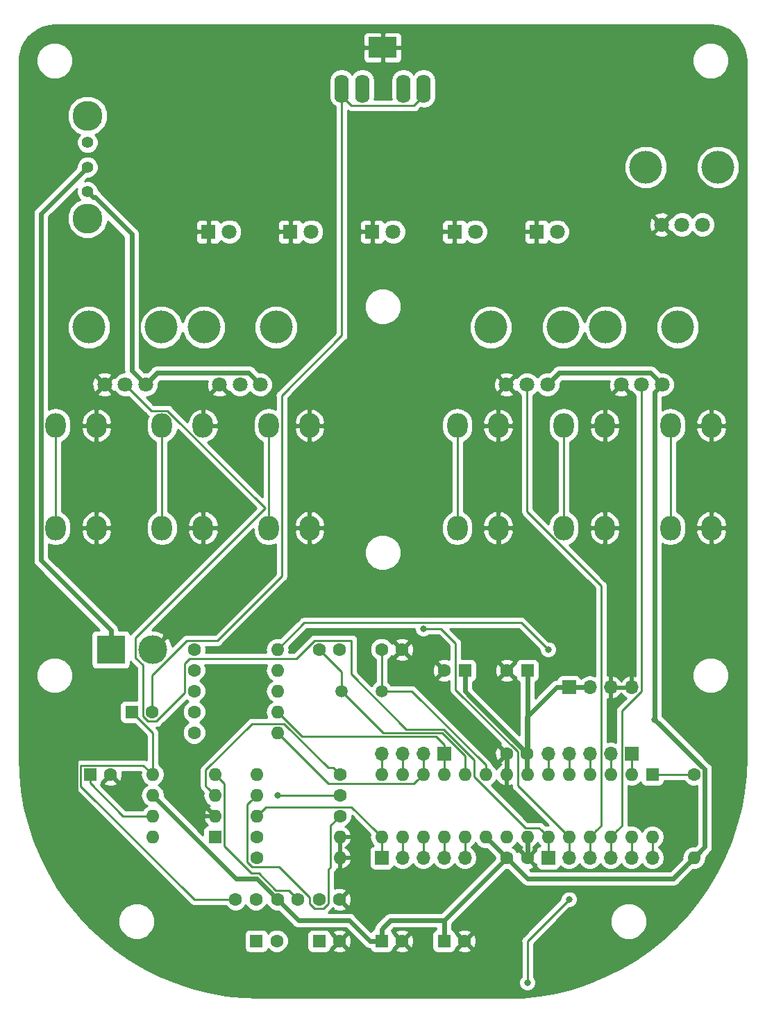
<source format=gbr>
G04 #@! TF.GenerationSoftware,KiCad,Pcbnew,(5.0.1)-3*
G04 #@! TF.CreationDate,2019-07-10T11:43:57+01:00*
G04 #@! TF.ProjectId,drumkid v3,6472756D6B69642076332E6B69636164,04*
G04 #@! TF.SameCoordinates,Original*
G04 #@! TF.FileFunction,Copper,L1,Top,Signal*
G04 #@! TF.FilePolarity,Positive*
%FSLAX46Y46*%
G04 Gerber Fmt 4.6, Leading zero omitted, Abs format (unit mm)*
G04 Created by KiCad (PCBNEW (5.0.1)-3) date 10/07/2019 11:43:57*
%MOMM*%
%LPD*%
G01*
G04 APERTURE LIST*
G04 #@! TA.AperFunction,ComponentPad*
%ADD10O,1.600000X1.600000*%
G04 #@! TD*
G04 #@! TA.AperFunction,ComponentPad*
%ADD11C,1.600000*%
G04 #@! TD*
G04 #@! TA.AperFunction,ComponentPad*
%ADD12C,3.500120*%
G04 #@! TD*
G04 #@! TA.AperFunction,ComponentPad*
%ADD13R,3.500120X3.500120*%
G04 #@! TD*
G04 #@! TA.AperFunction,ComponentPad*
%ADD14C,3.653000*%
G04 #@! TD*
G04 #@! TA.AperFunction,ComponentPad*
%ADD15C,1.400000*%
G04 #@! TD*
G04 #@! TA.AperFunction,WasherPad*
%ADD16C,4.000000*%
G04 #@! TD*
G04 #@! TA.AperFunction,ComponentPad*
%ADD17C,1.800000*%
G04 #@! TD*
G04 #@! TA.AperFunction,ComponentPad*
%ADD18R,1.800000X1.800000*%
G04 #@! TD*
G04 #@! TA.AperFunction,ComponentPad*
%ADD19O,1.750000X3.500000*%
G04 #@! TD*
G04 #@! TA.AperFunction,ComponentPad*
%ADD20R,3.500000X2.500000*%
G04 #@! TD*
G04 #@! TA.AperFunction,ComponentPad*
%ADD21O,2.500000X3.000000*%
G04 #@! TD*
G04 #@! TA.AperFunction,ComponentPad*
%ADD22R,1.600000X1.600000*%
G04 #@! TD*
G04 #@! TA.AperFunction,ComponentPad*
%ADD23O,1.700000X1.700000*%
G04 #@! TD*
G04 #@! TA.AperFunction,ComponentPad*
%ADD24R,1.700000X1.700000*%
G04 #@! TD*
G04 #@! TA.AperFunction,ComponentPad*
%ADD25C,1.500000*%
G04 #@! TD*
G04 #@! TA.AperFunction,ViaPad*
%ADD26C,0.800000*%
G04 #@! TD*
G04 #@! TA.AperFunction,Conductor*
%ADD27C,0.625000*%
G04 #@! TD*
G04 #@! TA.AperFunction,Conductor*
%ADD28C,0.250000*%
G04 #@! TD*
G04 #@! TA.AperFunction,Conductor*
%ADD29C,0.254000*%
G04 #@! TD*
G04 APERTURE END LIST*
D10*
G04 #@! TO.P,R9,2*
G04 #@! TO.N,Net-(R9-Pad2)*
X134620000Y-132080000D03*
D11*
G04 #@! TO.P,R9,1*
G04 #@! TO.N,Net-(R10-Pad1)*
X144780000Y-132080000D03*
G04 #@! TD*
D12*
G04 #@! TO.P,BT1,2*
G04 #@! TO.N,GND*
X121920000Y-116840000D03*
D13*
G04 #@! TO.P,BT1,1*
G04 #@! TO.N,Net-(BT1-Pad1)*
X116840000Y-116840000D03*
G04 #@! TD*
D14*
G04 #@! TO.P,SW1,MH2*
G04 #@! TO.N,N/C*
X113993946Y-51741091D03*
G04 #@! TO.P,SW1,MH1*
X113993946Y-64241091D03*
D15*
G04 #@! TO.P,SW1,3*
G04 #@! TO.N,Net-(SW1-Pad3)*
X113993946Y-54991091D03*
G04 #@! TO.P,SW1,2*
G04 #@! TO.N,Net-(BT1-Pad1)*
X113993946Y-57991091D03*
G04 #@! TO.P,SW1,1*
G04 #@! TO.N,+5V*
X113993946Y-60991091D03*
G04 #@! TD*
D10*
G04 #@! TO.P,R1,2*
G04 #@! TO.N,/DIGITAL_9*
X134620000Y-137160000D03*
D11*
G04 #@! TO.P,R1,1*
G04 #@! TO.N,Net-(C13-Pad1)*
X144780000Y-137160000D03*
G04 #@! TD*
D10*
G04 #@! TO.P,R7,2*
G04 #@! TO.N,/DIGITAL_6*
X137160000Y-127000000D03*
D11*
G04 #@! TO.P,R7,1*
G04 #@! TO.N,Net-(D6-Pad2)*
X127000000Y-127000000D03*
G04 #@! TD*
D10*
G04 #@! TO.P,R11,2*
G04 #@! TO.N,GND*
X144780000Y-139700000D03*
D11*
G04 #@! TO.P,R11,1*
G04 #@! TO.N,Net-(C18-Pad2)*
X134620000Y-139700000D03*
G04 #@! TD*
D10*
G04 #@! TO.P,R10,2*
G04 #@! TO.N,GND*
X144780000Y-142240000D03*
D11*
G04 #@! TO.P,R10,1*
G04 #@! TO.N,Net-(R10-Pad1)*
X134620000Y-142240000D03*
G04 #@! TD*
D10*
G04 #@! TO.P,R8,2*
G04 #@! TO.N,Net-(C13-Pad1)*
X134620000Y-134620000D03*
D11*
G04 #@! TO.P,R8,1*
G04 #@! TO.N,Net-(C14-Pad1)*
X144780000Y-134620000D03*
G04 #@! TD*
D10*
G04 #@! TO.P,R6,2*
G04 #@! TO.N,/DIGITAL_5*
X137160000Y-124460000D03*
D11*
G04 #@! TO.P,R6,1*
G04 #@! TO.N,Net-(D5-Pad2)*
X127000000Y-124460000D03*
G04 #@! TD*
D10*
G04 #@! TO.P,R5,2*
G04 #@! TO.N,/DIGITAL_4*
X137160000Y-121920000D03*
D11*
G04 #@! TO.P,R5,1*
G04 #@! TO.N,Net-(D4-Pad2)*
X127000000Y-121920000D03*
G04 #@! TD*
D10*
G04 #@! TO.P,R4,2*
G04 #@! TO.N,/DIGITAL_3*
X137160000Y-119380000D03*
D11*
G04 #@! TO.P,R4,1*
G04 #@! TO.N,Net-(D3-Pad2)*
X127000000Y-119380000D03*
G04 #@! TD*
D10*
G04 #@! TO.P,R3,2*
G04 #@! TO.N,/DIGITAL_2*
X137160000Y-116840000D03*
D11*
G04 #@! TO.P,R3,1*
G04 #@! TO.N,Net-(D2-Pad2)*
X127000000Y-116840000D03*
G04 #@! TD*
D10*
G04 #@! TO.P,R2,2*
G04 #@! TO.N,+5V*
X187960000Y-142240000D03*
D11*
G04 #@! TO.P,R2,1*
G04 #@! TO.N,Net-(R2-Pad1)*
X187960000Y-132080000D03*
G04 #@! TD*
D16*
G04 #@! TO.P,RV1,*
G04 #@! TO.N,*
X182100000Y-58000000D03*
X190900000Y-58000000D03*
D17*
G04 #@! TO.P,RV1,1*
G04 #@! TO.N,GND*
X184000000Y-65000000D03*
G04 #@! TO.P,RV1,2*
G04 #@! TO.N,Net-(R9-Pad2)*
X186500000Y-65000000D03*
G04 #@! TO.P,RV1,3*
G04 #@! TO.N,Net-(C15-Pad2)*
X189000000Y-65000000D03*
G04 #@! TD*
G04 #@! TO.P,D6,2*
G04 #@! TO.N,Net-(D6-Pad2)*
X171290000Y-65867290D03*
D18*
G04 #@! TO.P,D6,1*
G04 #@! TO.N,GND*
X168750000Y-65867290D03*
G04 #@! TD*
D17*
G04 #@! TO.P,D5,2*
G04 #@! TO.N,Net-(D5-Pad2)*
X161290000Y-65867290D03*
D18*
G04 #@! TO.P,D5,1*
G04 #@! TO.N,GND*
X158750000Y-65867290D03*
G04 #@! TD*
D17*
G04 #@! TO.P,D4,2*
G04 #@! TO.N,Net-(D4-Pad2)*
X151290000Y-65867290D03*
D18*
G04 #@! TO.P,D4,1*
G04 #@! TO.N,GND*
X148750000Y-65867290D03*
G04 #@! TD*
D17*
G04 #@! TO.P,D3,2*
G04 #@! TO.N,Net-(D3-Pad2)*
X141290000Y-65867290D03*
D18*
G04 #@! TO.P,D3,1*
G04 #@! TO.N,GND*
X138750000Y-65867290D03*
G04 #@! TD*
D17*
G04 #@! TO.P,D2,2*
G04 #@! TO.N,Net-(D2-Pad2)*
X131290000Y-65867290D03*
D18*
G04 #@! TO.P,D2,1*
G04 #@! TO.N,GND*
X128750000Y-65867290D03*
G04 #@! TD*
D19*
G04 #@! TO.P,J9,TN*
G04 #@! TO.N,Net-(J9-PadTN)*
X152500000Y-48410000D03*
G04 #@! TO.P,J9,RN*
G04 #@! TO.N,Net-(J9-PadRN)*
X147500000Y-48410000D03*
G04 #@! TO.P,J9,T*
G04 #@! TO.N,Net-(C10-Pad2)*
X155000000Y-48410000D03*
G04 #@! TO.P,J9,R*
X145000000Y-48410000D03*
D20*
G04 #@! TO.P,J9,S*
G04 #@! TO.N,GND*
X150000000Y-43404000D03*
G04 #@! TD*
D16*
G04 #@! TO.P,RV2,*
G04 #@! TO.N,*
X114189897Y-77517290D03*
X122989897Y-77517290D03*
D17*
G04 #@! TO.P,RV2,1*
G04 #@! TO.N,GND*
X116089897Y-84517290D03*
G04 #@! TO.P,RV2,2*
G04 #@! TO.N,/ANALOG_0*
X118589897Y-84517290D03*
G04 #@! TO.P,RV2,3*
G04 #@! TO.N,+5V*
X121089897Y-84517290D03*
G04 #@! TD*
D16*
G04 #@! TO.P,RV4,*
G04 #@! TO.N,*
X163189897Y-77517290D03*
X171989897Y-77517290D03*
D17*
G04 #@! TO.P,RV4,1*
G04 #@! TO.N,GND*
X165089897Y-84517290D03*
G04 #@! TO.P,RV4,2*
G04 #@! TO.N,/ANALOG_2*
X167589897Y-84517290D03*
G04 #@! TO.P,RV4,3*
G04 #@! TO.N,+5V*
X170089897Y-84517290D03*
G04 #@! TD*
D16*
G04 #@! TO.P,RV3,*
G04 #@! TO.N,*
X128189897Y-77517290D03*
X136989897Y-77517290D03*
D17*
G04 #@! TO.P,RV3,1*
G04 #@! TO.N,GND*
X130089897Y-84517290D03*
G04 #@! TO.P,RV3,2*
G04 #@! TO.N,/ANALOG_1*
X132589897Y-84517290D03*
G04 #@! TO.P,RV3,3*
G04 #@! TO.N,+5V*
X135089897Y-84517290D03*
G04 #@! TD*
D16*
G04 #@! TO.P,RV5,*
G04 #@! TO.N,*
X177189897Y-77517290D03*
X185989897Y-77517290D03*
D17*
G04 #@! TO.P,RV5,1*
G04 #@! TO.N,GND*
X179089897Y-84517290D03*
G04 #@! TO.P,RV5,2*
G04 #@! TO.N,/ANALOG_3*
X181589897Y-84517290D03*
G04 #@! TO.P,RV5,3*
G04 #@! TO.N,+5V*
X184089897Y-84517290D03*
G04 #@! TD*
D21*
G04 #@! TO.P,SW2,1*
G04 #@! TO.N,/DIGITAL_7*
X110089897Y-102017290D03*
G04 #@! TO.P,SW2,2*
G04 #@! TO.N,GND*
X115089897Y-102017290D03*
G04 #@! TO.P,SW2,1*
G04 #@! TO.N,/DIGITAL_7*
X110089897Y-89517290D03*
G04 #@! TO.P,SW2,2*
G04 #@! TO.N,GND*
X115089897Y-89517290D03*
G04 #@! TD*
G04 #@! TO.P,SW7,1*
G04 #@! TO.N,/DIGITAL_13*
X185089897Y-102017290D03*
G04 #@! TO.P,SW7,2*
G04 #@! TO.N,GND*
X190089897Y-102017290D03*
G04 #@! TO.P,SW7,1*
G04 #@! TO.N,/DIGITAL_13*
X185089897Y-89517290D03*
G04 #@! TO.P,SW7,2*
G04 #@! TO.N,GND*
X190089897Y-89517290D03*
G04 #@! TD*
G04 #@! TO.P,SW6,1*
G04 #@! TO.N,/DIGITAL_12*
X172089897Y-102017290D03*
G04 #@! TO.P,SW6,2*
G04 #@! TO.N,GND*
X177089897Y-102017290D03*
G04 #@! TO.P,SW6,1*
G04 #@! TO.N,/DIGITAL_12*
X172089897Y-89517290D03*
G04 #@! TO.P,SW6,2*
G04 #@! TO.N,GND*
X177089897Y-89517290D03*
G04 #@! TD*
G04 #@! TO.P,SW5,1*
G04 #@! TO.N,/DIGITAL_11*
X159089897Y-102017290D03*
G04 #@! TO.P,SW5,2*
G04 #@! TO.N,GND*
X164089897Y-102017290D03*
G04 #@! TO.P,SW5,1*
G04 #@! TO.N,/DIGITAL_11*
X159089897Y-89517290D03*
G04 #@! TO.P,SW5,2*
G04 #@! TO.N,GND*
X164089897Y-89517290D03*
G04 #@! TD*
G04 #@! TO.P,SW4,1*
G04 #@! TO.N,/DIGITAL_10*
X136089897Y-102017290D03*
G04 #@! TO.P,SW4,2*
G04 #@! TO.N,GND*
X141089897Y-102017290D03*
G04 #@! TO.P,SW4,1*
G04 #@! TO.N,/DIGITAL_10*
X136089897Y-89517290D03*
G04 #@! TO.P,SW4,2*
G04 #@! TO.N,GND*
X141089897Y-89517290D03*
G04 #@! TD*
G04 #@! TO.P,SW3,1*
G04 #@! TO.N,/DIGITAL_8*
X123089897Y-102017290D03*
G04 #@! TO.P,SW3,2*
G04 #@! TO.N,GND*
X128089897Y-102017290D03*
G04 #@! TO.P,SW3,1*
G04 #@! TO.N,/DIGITAL_8*
X123089897Y-89517290D03*
G04 #@! TO.P,SW3,2*
G04 #@! TO.N,GND*
X128089897Y-89517290D03*
G04 #@! TD*
D11*
G04 #@! TO.P,C10,2*
G04 #@! TO.N,Net-(C10-Pad2)*
X121880000Y-124460000D03*
D22*
G04 #@! TO.P,C10,1*
G04 #@! TO.N,Net-(C10-Pad1)*
X119380000Y-124460000D03*
G04 #@! TD*
D11*
G04 #@! TO.P,C8,2*
G04 #@! TO.N,GND*
X152360000Y-152400000D03*
D22*
G04 #@! TO.P,C8,1*
G04 #@! TO.N,+5V*
X149860000Y-152400000D03*
G04 #@! TD*
G04 #@! TO.P,C17,1*
G04 #@! TO.N,Net-(C17-Pad1)*
X114300000Y-132080000D03*
D11*
G04 #@! TO.P,C17,2*
G04 #@! TO.N,GND*
X116800000Y-132080000D03*
G04 #@! TD*
G04 #@! TO.P,C13,2*
G04 #@! TO.N,GND*
X144740000Y-152400000D03*
D22*
G04 #@! TO.P,C13,1*
G04 #@! TO.N,Net-(C13-Pad1)*
X142240000Y-152400000D03*
G04 #@! TD*
G04 #@! TO.P,C12,1*
G04 #@! TO.N,+5V*
X160020000Y-119380000D03*
D11*
G04 #@! TO.P,C12,2*
G04 #@! TO.N,GND*
X157520000Y-119380000D03*
G04 #@! TD*
G04 #@! TO.P,C11,2*
G04 #@! TO.N,GND*
X159980000Y-152400000D03*
D22*
G04 #@! TO.P,C11,1*
G04 #@! TO.N,+5V*
X157480000Y-152400000D03*
G04 #@! TD*
G04 #@! TO.P,C7,1*
G04 #@! TO.N,+5V*
X167640000Y-119380000D03*
D11*
G04 #@! TO.P,C7,2*
G04 #@! TO.N,GND*
X165140000Y-119380000D03*
G04 #@! TD*
D22*
G04 #@! TO.P,C15,1*
G04 #@! TO.N,Net-(C14-Pad1)*
X134580000Y-152400000D03*
D11*
G04 #@! TO.P,C15,2*
G04 #@! TO.N,Net-(C15-Pad2)*
X137080000Y-152400000D03*
G04 #@! TD*
G04 #@! TO.P,C9,1*
G04 #@! TO.N,GND*
X167640000Y-142240000D03*
G04 #@! TO.P,C9,2*
G04 #@! TO.N,+5V*
X165140000Y-142240000D03*
G04 #@! TD*
G04 #@! TO.P,C6,2*
G04 #@! TO.N,GND*
X144740000Y-116840000D03*
G04 #@! TO.P,C6,1*
G04 #@! TO.N,Net-(C6-Pad1)*
X142240000Y-116840000D03*
G04 #@! TD*
G04 #@! TO.P,C14,1*
G04 #@! TO.N,Net-(C14-Pad1)*
X142240000Y-147320000D03*
G04 #@! TO.P,C14,2*
G04 #@! TO.N,GND*
X144740000Y-147320000D03*
G04 #@! TD*
G04 #@! TO.P,C5,2*
G04 #@! TO.N,GND*
X152360000Y-116840000D03*
G04 #@! TO.P,C5,1*
G04 #@! TO.N,Net-(C5-Pad1)*
X149860000Y-116840000D03*
G04 #@! TD*
G04 #@! TO.P,C16,1*
G04 #@! TO.N,+5V*
X137160000Y-147320000D03*
G04 #@! TO.P,C16,2*
G04 #@! TO.N,Net-(C16-Pad2)*
X139660000Y-147320000D03*
G04 #@! TD*
G04 #@! TO.P,C4,2*
G04 #@! TO.N,+5V*
X167600000Y-129540000D03*
G04 #@! TO.P,C4,1*
G04 #@! TO.N,GND*
X165100000Y-129540000D03*
G04 #@! TD*
G04 #@! TO.P,C18,1*
G04 #@! TO.N,Net-(C10-Pad1)*
X132040000Y-147320000D03*
G04 #@! TO.P,C18,2*
G04 #@! TO.N,Net-(C18-Pad2)*
X134540000Y-147320000D03*
G04 #@! TD*
D23*
G04 #@! TO.P,J1,4*
G04 #@! TO.N,GND*
X180340000Y-121430000D03*
G04 #@! TO.P,J1,3*
X177800000Y-121430000D03*
G04 #@! TO.P,J1,2*
G04 #@! TO.N,+5V*
X175260000Y-121430000D03*
D24*
G04 #@! TO.P,J1,1*
X172720000Y-121430000D03*
G04 #@! TD*
G04 #@! TO.P,J6,1*
G04 #@! TO.N,/DIGITAL_5*
X157480000Y-129540000D03*
D23*
G04 #@! TO.P,J6,2*
G04 #@! TO.N,/DIGITAL_6*
X154940000Y-129540000D03*
G04 #@! TO.P,J6,3*
G04 #@! TO.N,/DIGITAL_7*
X152400000Y-129540000D03*
G04 #@! TO.P,J6,4*
G04 #@! TO.N,/DIGITAL_8*
X149860000Y-129540000D03*
G04 #@! TD*
G04 #@! TO.P,J8,5*
G04 #@! TO.N,/DIGITAL_13*
X160020000Y-142240000D03*
G04 #@! TO.P,J8,4*
G04 #@! TO.N,/DIGITAL_12*
X157480000Y-142240000D03*
G04 #@! TO.P,J8,3*
G04 #@! TO.N,/DIGITAL_11*
X154940000Y-142240000D03*
G04 #@! TO.P,J8,2*
G04 #@! TO.N,/DIGITAL_10*
X152400000Y-142240000D03*
D24*
G04 #@! TO.P,J8,1*
G04 #@! TO.N,/DIGITAL_9*
X149860000Y-142240000D03*
G04 #@! TD*
G04 #@! TO.P,J5,1*
G04 #@! TO.N,/DIGITAL_0*
X180340000Y-129540000D03*
D23*
G04 #@! TO.P,J5,2*
G04 #@! TO.N,/DIGITAL_1*
X177800000Y-129540000D03*
G04 #@! TO.P,J5,3*
G04 #@! TO.N,/DIGITAL_2*
X175260000Y-129540000D03*
G04 #@! TO.P,J5,4*
G04 #@! TO.N,/DIGITAL_3*
X172720000Y-129540000D03*
G04 #@! TO.P,J5,5*
G04 #@! TO.N,/DIGITAL_4*
X170180000Y-129540000D03*
G04 #@! TD*
D24*
G04 #@! TO.P,J7,1*
G04 #@! TO.N,/ANALOG_0*
X170180000Y-142240000D03*
D23*
G04 #@! TO.P,J7,2*
G04 #@! TO.N,/ANALOG_1*
X172720000Y-142240000D03*
G04 #@! TO.P,J7,3*
G04 #@! TO.N,/ANALOG_2*
X175260000Y-142240000D03*
G04 #@! TO.P,J7,4*
G04 #@! TO.N,/ANALOG_3*
X177800000Y-142240000D03*
G04 #@! TO.P,J7,5*
G04 #@! TO.N,/ANALOG_4*
X180340000Y-142240000D03*
G04 #@! TO.P,J7,6*
G04 #@! TO.N,/ANALOG_5*
X182880000Y-142240000D03*
G04 #@! TD*
D25*
G04 #@! TO.P,Y1,1*
G04 #@! TO.N,Net-(C5-Pad1)*
X149860000Y-121920000D03*
G04 #@! TO.P,Y1,2*
G04 #@! TO.N,Net-(C6-Pad1)*
X144980000Y-121920000D03*
G04 #@! TD*
D22*
G04 #@! TO.P,U2,1*
G04 #@! TO.N,Net-(R2-Pad1)*
X182880000Y-132080000D03*
D10*
G04 #@! TO.P,U2,15*
G04 #@! TO.N,/DIGITAL_9*
X149860000Y-139700000D03*
G04 #@! TO.P,U2,2*
G04 #@! TO.N,/DIGITAL_0*
X180340000Y-132080000D03*
G04 #@! TO.P,U2,16*
G04 #@! TO.N,/DIGITAL_10*
X152400000Y-139700000D03*
G04 #@! TO.P,U2,3*
G04 #@! TO.N,/DIGITAL_1*
X177800000Y-132080000D03*
G04 #@! TO.P,U2,17*
G04 #@! TO.N,/DIGITAL_11*
X154940000Y-139700000D03*
G04 #@! TO.P,U2,4*
G04 #@! TO.N,/DIGITAL_2*
X175260000Y-132080000D03*
G04 #@! TO.P,U2,18*
G04 #@! TO.N,/DIGITAL_12*
X157480000Y-139700000D03*
G04 #@! TO.P,U2,5*
G04 #@! TO.N,/DIGITAL_3*
X172720000Y-132080000D03*
G04 #@! TO.P,U2,19*
G04 #@! TO.N,/DIGITAL_13*
X160020000Y-139700000D03*
G04 #@! TO.P,U2,6*
G04 #@! TO.N,/DIGITAL_4*
X170180000Y-132080000D03*
G04 #@! TO.P,U2,20*
G04 #@! TO.N,+5V*
X162560000Y-139700000D03*
G04 #@! TO.P,U2,7*
X167640000Y-132080000D03*
G04 #@! TO.P,U2,21*
G04 #@! TO.N,Net-(U2-Pad21)*
X165100000Y-139700000D03*
G04 #@! TO.P,U2,8*
G04 #@! TO.N,GND*
X165100000Y-132080000D03*
G04 #@! TO.P,U2,22*
X167640000Y-139700000D03*
G04 #@! TO.P,U2,9*
G04 #@! TO.N,Net-(C5-Pad1)*
X162560000Y-132080000D03*
G04 #@! TO.P,U2,23*
G04 #@! TO.N,/ANALOG_0*
X170180000Y-139700000D03*
G04 #@! TO.P,U2,10*
G04 #@! TO.N,Net-(C6-Pad1)*
X160020000Y-132080000D03*
G04 #@! TO.P,U2,24*
G04 #@! TO.N,/ANALOG_1*
X172720000Y-139700000D03*
G04 #@! TO.P,U2,11*
G04 #@! TO.N,/DIGITAL_5*
X157480000Y-132080000D03*
G04 #@! TO.P,U2,25*
G04 #@! TO.N,/ANALOG_2*
X175260000Y-139700000D03*
G04 #@! TO.P,U2,12*
G04 #@! TO.N,/DIGITAL_6*
X154940000Y-132080000D03*
G04 #@! TO.P,U2,26*
G04 #@! TO.N,/ANALOG_3*
X177800000Y-139700000D03*
G04 #@! TO.P,U2,13*
G04 #@! TO.N,/DIGITAL_7*
X152400000Y-132080000D03*
G04 #@! TO.P,U2,27*
G04 #@! TO.N,/ANALOG_4*
X180340000Y-139700000D03*
G04 #@! TO.P,U2,14*
G04 #@! TO.N,/DIGITAL_8*
X149860000Y-132080000D03*
G04 #@! TO.P,U2,28*
G04 #@! TO.N,/ANALOG_5*
X182880000Y-139700000D03*
G04 #@! TD*
D22*
G04 #@! TO.P,U3,1*
G04 #@! TO.N,Net-(U3-Pad1)*
X129540000Y-139700000D03*
D10*
G04 #@! TO.P,U3,5*
G04 #@! TO.N,Net-(C10-Pad1)*
X121920000Y-132080000D03*
G04 #@! TO.P,U3,2*
G04 #@! TO.N,GND*
X129540000Y-137160000D03*
G04 #@! TO.P,U3,6*
G04 #@! TO.N,+5V*
X121920000Y-134620000D03*
G04 #@! TO.P,U3,3*
G04 #@! TO.N,Net-(R10-Pad1)*
X129540000Y-134620000D03*
G04 #@! TO.P,U3,7*
G04 #@! TO.N,Net-(C17-Pad1)*
X121920000Y-137160000D03*
G04 #@! TO.P,U3,4*
G04 #@! TO.N,Net-(C16-Pad2)*
X129540000Y-132080000D03*
G04 #@! TO.P,U3,8*
G04 #@! TO.N,Net-(U3-Pad8)*
X121920000Y-139700000D03*
G04 #@! TD*
D26*
G04 #@! TO.N,GND*
X116840000Y-121920000D03*
X116840000Y-139700000D03*
X144780000Y-111760000D03*
X149860000Y-111760000D03*
X125000000Y-125000000D03*
G04 #@! TO.N,+5V*
X183189898Y-125367396D03*
G04 #@! TO.N,/DIGITAL_2*
X170180000Y-116840000D03*
G04 #@! TO.N,/DIGITAL_3*
X167640000Y-157480000D03*
X172720000Y-147320000D03*
G04 #@! TO.N,Net-(C14-Pad1)*
X137160000Y-134620000D03*
G04 #@! TO.N,/ANALOG_1*
X154940000Y-114300000D03*
G04 #@! TD*
D27*
G04 #@! TO.N,GND*
X167640000Y-139700000D02*
X167640000Y-142240000D01*
X165100000Y-129540000D02*
X165100000Y-132080000D01*
X112537489Y-135397489D02*
X116840000Y-139700000D01*
X116840000Y-121920000D02*
X112537489Y-126222511D01*
X112537489Y-126222511D02*
X112537489Y-135397489D01*
X164089897Y-104142290D02*
X164089897Y-102017290D01*
X156472187Y-111760000D02*
X164089897Y-104142290D01*
X144780000Y-111760000D02*
X149860000Y-111760000D01*
X149860000Y-111760000D02*
X156472187Y-111760000D01*
X129540000Y-137160000D02*
X125000000Y-132620000D01*
X125000000Y-132620000D02*
X125000000Y-125000000D01*
D28*
G04 #@! TO.N,Net-(C10-Pad2)*
X155000000Y-49285000D02*
X155000000Y-48410000D01*
X153799990Y-50485010D02*
X155000000Y-49285000D01*
X146200010Y-50485010D02*
X153799990Y-50485010D01*
X145000000Y-49285000D02*
X146200010Y-50485010D01*
X145000000Y-48410000D02*
X145000000Y-49285000D01*
X121880000Y-124460000D02*
X121880000Y-119951091D01*
X126116092Y-115714999D02*
X129869588Y-115714999D01*
X145000000Y-78520000D02*
X145000000Y-48410000D01*
X129869588Y-115714999D02*
X137664907Y-107919680D01*
X137664907Y-107919680D02*
X137664907Y-85855093D01*
X121880000Y-119951091D02*
X126116092Y-115714999D01*
X137664907Y-85855093D02*
X145000000Y-78520000D01*
D27*
G04 #@! TO.N,+5V*
X162600000Y-139700000D02*
X165140000Y-142240000D01*
X162560000Y-139700000D02*
X162600000Y-139700000D01*
X167600000Y-132040000D02*
X167640000Y-132080000D01*
X167600000Y-129540000D02*
X167600000Y-132040000D01*
X157480000Y-149900000D02*
X165140000Y-142240000D01*
X157480000Y-152400000D02*
X157480000Y-149900000D01*
X150935000Y-149900000D02*
X157480000Y-149900000D01*
X149860000Y-150975000D02*
X150935000Y-149900000D01*
X149860000Y-152400000D02*
X149860000Y-150975000D01*
X148435000Y-152400000D02*
X149860000Y-152400000D01*
X145895000Y-149860000D02*
X148435000Y-152400000D01*
X139700000Y-149860000D02*
X145895000Y-149860000D01*
X137160000Y-147320000D02*
X139700000Y-149860000D01*
X171245000Y-121430000D02*
X172720000Y-121430000D01*
X167600000Y-125075000D02*
X171245000Y-121430000D01*
X167600000Y-129540000D02*
X167600000Y-125075000D01*
X172720000Y-121430000D02*
X175260000Y-121430000D01*
X167640000Y-129500000D02*
X167600000Y-129540000D01*
X167640000Y-119380000D02*
X167640000Y-129500000D01*
X160020000Y-121960000D02*
X167600000Y-129540000D01*
X160020000Y-119380000D02*
X160020000Y-121960000D01*
X187160001Y-143039999D02*
X187960000Y-142240000D01*
X185420000Y-144780000D02*
X187160001Y-143039999D01*
X167680000Y-144780000D02*
X185420000Y-144780000D01*
X165140000Y-142240000D02*
X167680000Y-144780000D01*
X120189898Y-83617291D02*
X121089897Y-84517290D01*
X119380000Y-82807393D02*
X120189898Y-83617291D01*
X119380000Y-66165423D02*
X119380000Y-82807393D01*
X114905667Y-61691090D02*
X119380000Y-66165423D01*
X114693945Y-61691090D02*
X114905667Y-61691090D01*
X113993946Y-60991091D02*
X114693945Y-61691090D01*
X134189898Y-83617291D02*
X135089897Y-84517290D01*
X133677396Y-83104789D02*
X134189898Y-83617291D01*
X122502398Y-83104789D02*
X133677396Y-83104789D01*
X121089897Y-84517290D02*
X122502398Y-83104789D01*
X183189898Y-83617291D02*
X184089897Y-84517290D01*
X182677396Y-83104789D02*
X183189898Y-83617291D01*
X171502398Y-83104789D02*
X182677396Y-83104789D01*
X170089897Y-84517290D02*
X171502398Y-83104789D01*
X188759999Y-141440001D02*
X187960000Y-142240000D01*
X189272501Y-140927499D02*
X188759999Y-141440001D01*
X189272501Y-131449999D02*
X189272501Y-140927499D01*
X183189898Y-125367396D02*
X189272501Y-131449999D01*
X183189898Y-85417289D02*
X183189898Y-125367396D01*
X184089897Y-84517290D02*
X183189898Y-85417289D01*
X128312501Y-141012501D02*
X121920000Y-134620000D01*
X132080000Y-144780000D02*
X128312501Y-141012501D01*
X137160000Y-147320000D02*
X134620000Y-144780000D01*
X134620000Y-144780000D02*
X132080000Y-144780000D01*
G04 #@! TO.N,Net-(BT1-Pad1)*
X113293947Y-58691090D02*
X113993946Y-57991091D01*
X108327387Y-63657650D02*
X113293947Y-58691090D01*
X108327387Y-105952327D02*
X108327387Y-63657650D01*
X116840000Y-114464940D02*
X108327387Y-105952327D01*
X116840000Y-116840000D02*
X116840000Y-114464940D01*
D28*
G04 #@! TO.N,Net-(R2-Pad1)*
X182880000Y-132080000D02*
X187960000Y-132080000D01*
G04 #@! TO.N,/DIGITAL_2*
X175260000Y-129540000D02*
X175260000Y-132080000D01*
X166914999Y-113574999D02*
X170180000Y-116840000D01*
X137160000Y-116840000D02*
X140425001Y-113574999D01*
X140425001Y-113574999D02*
X166914999Y-113574999D01*
G04 #@! TO.N,/DIGITAL_3*
X172720000Y-129540000D02*
X172720000Y-132080000D01*
X167640000Y-157480000D02*
X167640000Y-152400000D01*
X167640000Y-152400000D02*
X172720000Y-147320000D01*
G04 #@! TO.N,/DIGITAL_4*
X170180000Y-129540000D02*
X170180000Y-132080000D01*
G04 #@! TO.N,/DIGITAL_5*
X157480000Y-129540000D02*
X157480000Y-132080000D01*
X157480000Y-128440000D02*
X157480000Y-129540000D01*
X156490010Y-127450010D02*
X157480000Y-128440000D01*
X140150010Y-127450010D02*
X156490010Y-127450010D01*
X137160000Y-124460000D02*
X140150010Y-127450010D01*
G04 #@! TO.N,Net-(C13-Pad1)*
X133494999Y-135745001D02*
X133820001Y-135419999D01*
X137370003Y-143365001D02*
X134079999Y-143365001D01*
X141114999Y-147109997D02*
X137370003Y-143365001D01*
X142780001Y-148445001D02*
X141699999Y-148445001D01*
X133494999Y-142780001D02*
X133494999Y-135745001D01*
X141114999Y-147860001D02*
X141114999Y-147109997D01*
X143365001Y-147860001D02*
X142780001Y-148445001D01*
X143365001Y-143654999D02*
X143365001Y-147860001D01*
X143654999Y-143365001D02*
X143365001Y-143654999D01*
X133820001Y-135419999D02*
X134620000Y-134620000D01*
X141699999Y-148445001D02*
X141114999Y-147860001D01*
X143654999Y-138285001D02*
X143654999Y-143365001D01*
X134079999Y-143365001D02*
X133494999Y-142780001D01*
X144780000Y-137160000D02*
X143654999Y-138285001D01*
G04 #@! TO.N,Net-(C14-Pad1)*
X144780000Y-134620000D02*
X137160000Y-134620000D01*
G04 #@! TO.N,Net-(R10-Pad1)*
X128414999Y-133494999D02*
X128740001Y-133820001D01*
X128414999Y-131539999D02*
X128414999Y-133494999D01*
X134079999Y-125874999D02*
X128414999Y-131539999D01*
X137938589Y-125874999D02*
X134079999Y-125874999D01*
X143343591Y-131280001D02*
X137938589Y-125874999D01*
X143980001Y-131280001D02*
X143343591Y-131280001D01*
X128740001Y-133820001D02*
X129540000Y-134620000D01*
X144780000Y-132080000D02*
X143980001Y-131280001D01*
G04 #@! TO.N,/DIGITAL_6*
X154940000Y-129540000D02*
X154940000Y-132080000D01*
X154140001Y-132879999D02*
X154940000Y-132080000D01*
X153814999Y-133205001D02*
X154140001Y-132879999D01*
X143365001Y-133205001D02*
X153814999Y-133205001D01*
X137160000Y-127000000D02*
X143365001Y-133205001D01*
G04 #@! TO.N,/DIGITAL_9*
X149860000Y-139700000D02*
X149860000Y-142240000D01*
X149060001Y-138900001D02*
X149860000Y-139700000D01*
X146194999Y-136034999D02*
X149060001Y-138900001D01*
X135745001Y-136034999D02*
X146194999Y-136034999D01*
X134620000Y-137160000D02*
X135745001Y-136034999D01*
G04 #@! TO.N,/ANALOG_3*
X177800000Y-140831370D02*
X177800000Y-142240000D01*
X177800000Y-139700000D02*
X177800000Y-140831370D01*
X178599999Y-138900001D02*
X177800000Y-139700000D01*
X179164999Y-138335001D02*
X178599999Y-138900001D01*
X179164999Y-124344003D02*
X179164999Y-138335001D01*
X181589897Y-121919105D02*
X179164999Y-124344003D01*
X181589897Y-84517290D02*
X181589897Y-121919105D01*
G04 #@! TO.N,/ANALOG_1*
X172720000Y-139700000D02*
X172720000Y-142240000D01*
X171920001Y-138900001D02*
X172720000Y-139700000D01*
X166474999Y-129316574D02*
X166474999Y-133454999D01*
X166474999Y-133454999D02*
X171920001Y-138900001D01*
X158894999Y-121736574D02*
X166474999Y-129316574D01*
X157125002Y-114300000D02*
X158894999Y-116069997D01*
X158894999Y-116069997D02*
X158894999Y-121736574D01*
X154940000Y-114300000D02*
X157125002Y-114300000D01*
G04 #@! TO.N,/ANALOG_2*
X175260000Y-140831370D02*
X175260000Y-142240000D01*
X175260000Y-139700000D02*
X175260000Y-140831370D01*
X176059999Y-138900001D02*
X175260000Y-139700000D01*
X176624999Y-138335001D02*
X176059999Y-138900001D01*
X176624999Y-109029792D02*
X176624999Y-138335001D01*
X167589897Y-99994690D02*
X176624999Y-109029792D01*
X167589897Y-84517290D02*
X167589897Y-99994690D01*
G04 #@! TO.N,/ANALOG_0*
X170180000Y-140831370D02*
X170180000Y-142240000D01*
X170180000Y-139700000D02*
X170180000Y-140831370D01*
X167389997Y-138574999D02*
X169054999Y-138574999D01*
X161145001Y-132330003D02*
X167389997Y-138574999D01*
X152898988Y-126549990D02*
X157411403Y-126549991D01*
X146194999Y-119846001D02*
X152898988Y-126549990D01*
X146194999Y-115714999D02*
X146194999Y-119846001D01*
X141699999Y-115714999D02*
X146194999Y-115714999D01*
X126459999Y-117965001D02*
X139449997Y-117965001D01*
X157411403Y-126549991D02*
X161145001Y-130283589D01*
X125874999Y-118550001D02*
X126459999Y-117965001D01*
X169380001Y-138900001D02*
X170180000Y-139700000D01*
X122420001Y-125585001D02*
X125874999Y-122130003D01*
X121339999Y-125585001D02*
X122420001Y-125585001D01*
X120754999Y-125000001D02*
X121339999Y-125585001D01*
X139449997Y-117965001D02*
X141699999Y-115714999D01*
X120754999Y-118746090D02*
X120754999Y-125000001D01*
X161145001Y-130283589D02*
X161145001Y-132330003D01*
X119844939Y-117836030D02*
X120754999Y-118746090D01*
X125874999Y-122130003D02*
X125874999Y-118550001D01*
X119844939Y-115384828D02*
X119844939Y-117836030D01*
X135639887Y-99589880D02*
X119844939Y-115384828D01*
X123742287Y-87692280D02*
X135639887Y-99589880D01*
X169054999Y-138574999D02*
X169380001Y-138900001D01*
X121764887Y-87692280D02*
X123742287Y-87692280D01*
X118589897Y-84517290D02*
X121764887Y-87692280D01*
G04 #@! TO.N,Net-(C10-Pad1)*
X121920000Y-127000000D02*
X119380000Y-124460000D01*
X121920000Y-132080000D02*
X121920000Y-127000000D01*
X113174999Y-131019999D02*
X113174999Y-133494999D01*
X113239999Y-130954999D02*
X113174999Y-131019999D01*
X121920000Y-132080000D02*
X120794999Y-130954999D01*
X120794999Y-130954999D02*
X113239999Y-130954999D01*
X113174999Y-133494999D02*
X127000000Y-147320000D01*
X127000000Y-147320000D02*
X132040000Y-147320000D01*
G04 #@! TO.N,Net-(C17-Pad1)*
X114300000Y-133130000D02*
X114300000Y-132080000D01*
X118330000Y-137160000D02*
X114300000Y-133130000D01*
X121920000Y-137160000D02*
X118330000Y-137160000D01*
G04 #@! TO.N,Net-(C16-Pad2)*
X129540000Y-132080000D02*
X130665001Y-133205001D01*
X130665001Y-140825001D02*
X130665001Y-139700000D01*
X133982490Y-144142490D02*
X130665001Y-140825001D01*
X130665001Y-139700000D02*
X130665001Y-139923427D01*
X130665001Y-133205001D02*
X130665001Y-139700000D01*
X139660000Y-147320000D02*
X138534999Y-146194999D01*
X138534999Y-146194999D02*
X136936573Y-146194999D01*
X136936573Y-146194999D02*
X134884065Y-144142490D01*
X134884065Y-144142490D02*
X133982490Y-144142490D01*
G04 #@! TO.N,/DIGITAL_0*
X180340000Y-130640000D02*
X180340000Y-132080000D01*
X180340000Y-129540000D02*
X180340000Y-130640000D01*
G04 #@! TO.N,/DIGITAL_10*
X152400000Y-140831370D02*
X152400000Y-142240000D01*
X152400000Y-139700000D02*
X152400000Y-140831370D01*
X136089897Y-100267290D02*
X136089897Y-89517290D01*
X136089897Y-102017290D02*
X136089897Y-100267290D01*
G04 #@! TO.N,/DIGITAL_1*
X177800000Y-129540000D02*
X177800000Y-132080000D01*
G04 #@! TO.N,/DIGITAL_11*
X154940000Y-139700000D02*
X154940000Y-142240000D01*
X159089897Y-101767290D02*
X159089897Y-89517290D01*
X159089897Y-102017290D02*
X159089897Y-101767290D01*
G04 #@! TO.N,/DIGITAL_12*
X157480000Y-140831370D02*
X157480000Y-142240000D01*
X157480000Y-139700000D02*
X157480000Y-140831370D01*
X172089897Y-102017290D02*
X172089897Y-89517290D01*
G04 #@! TO.N,/DIGITAL_13*
X160020000Y-139700000D02*
X160020000Y-142240000D01*
X185089897Y-102017290D02*
X185089897Y-89517290D01*
G04 #@! TO.N,Net-(C5-Pad1)*
X149860000Y-121920000D02*
X149860000Y-116840000D01*
X162560000Y-130948630D02*
X162560000Y-132080000D01*
X153531370Y-121920000D02*
X162560000Y-130948630D01*
X149860000Y-121920000D02*
X153531370Y-121920000D01*
G04 #@! TO.N,Net-(C6-Pad1)*
X144980000Y-119580000D02*
X142240000Y-116840000D01*
X144980000Y-121920000D02*
X144980000Y-119580000D01*
X160020000Y-130948630D02*
X160020000Y-132080000D01*
X160020000Y-129794998D02*
X160020000Y-130948630D01*
X157225002Y-127000000D02*
X160020000Y-129794998D01*
X150060000Y-127000000D02*
X157225002Y-127000000D01*
X144980000Y-121920000D02*
X150060000Y-127000000D01*
G04 #@! TO.N,/DIGITAL_7*
X152400000Y-132080000D02*
X152400000Y-129540000D01*
X110089897Y-102017290D02*
X110089897Y-89517290D01*
G04 #@! TO.N,/ANALOG_4*
X180340000Y-140831370D02*
X180340000Y-142240000D01*
X180340000Y-139700000D02*
X180340000Y-140831370D01*
G04 #@! TO.N,/DIGITAL_8*
X149860000Y-130742081D02*
X149860000Y-132080000D01*
X149860000Y-129540000D02*
X149860000Y-130742081D01*
X123089897Y-100267290D02*
X123089897Y-89517290D01*
X123089897Y-102017290D02*
X123089897Y-100267290D01*
G04 #@! TO.N,/ANALOG_5*
X182880000Y-140831370D02*
X182880000Y-142240000D01*
X182880000Y-139700000D02*
X182880000Y-140831370D01*
G04 #@! TD*
D29*
G04 #@! TO.N,GND*
G36*
X190757583Y-40746966D02*
X191497086Y-40949271D01*
X192189074Y-41279333D01*
X192811679Y-41726720D01*
X193345214Y-42277286D01*
X193772822Y-42913635D01*
X194080987Y-43615652D01*
X194261229Y-44366411D01*
X194308946Y-45016203D01*
X194308947Y-129978796D01*
X194233484Y-132087009D01*
X194008802Y-134172198D01*
X193635609Y-136235981D01*
X193115813Y-138267811D01*
X192452080Y-140257268D01*
X191647810Y-142194167D01*
X190707099Y-144068636D01*
X189634788Y-145871029D01*
X188436354Y-147592143D01*
X187117922Y-149223178D01*
X185686261Y-150755763D01*
X184148677Y-152182076D01*
X182513071Y-153494787D01*
X180787770Y-154687217D01*
X178981645Y-155753229D01*
X177103927Y-156687381D01*
X175164210Y-157484894D01*
X173172451Y-158141678D01*
X171138826Y-158654377D01*
X169073750Y-159020364D01*
X166987182Y-159237830D01*
X164982297Y-159306091D01*
X135006214Y-159306091D01*
X132898028Y-159230629D01*
X130812839Y-159005947D01*
X128749056Y-158632754D01*
X126717226Y-158112958D01*
X124727769Y-157449225D01*
X124306084Y-157274126D01*
X166605000Y-157274126D01*
X166605000Y-157685874D01*
X166762569Y-158066280D01*
X167053720Y-158357431D01*
X167434126Y-158515000D01*
X167845874Y-158515000D01*
X168226280Y-158357431D01*
X168517431Y-158066280D01*
X168675000Y-157685874D01*
X168675000Y-157274126D01*
X168517431Y-156893720D01*
X168400000Y-156776289D01*
X168400000Y-152714801D01*
X171568279Y-149546522D01*
X177758946Y-149546522D01*
X177758946Y-150435660D01*
X178099205Y-151257117D01*
X178727920Y-151885832D01*
X179549377Y-152226091D01*
X180438515Y-152226091D01*
X181259972Y-151885832D01*
X181888687Y-151257117D01*
X182228946Y-150435660D01*
X182228946Y-149546522D01*
X181888687Y-148725065D01*
X181259972Y-148096350D01*
X180438515Y-147756091D01*
X179549377Y-147756091D01*
X178727920Y-148096350D01*
X178099205Y-148725065D01*
X177758946Y-149546522D01*
X171568279Y-149546522D01*
X172759802Y-148355000D01*
X172925874Y-148355000D01*
X173306280Y-148197431D01*
X173597431Y-147906280D01*
X173755000Y-147525874D01*
X173755000Y-147114126D01*
X173597431Y-146733720D01*
X173306280Y-146442569D01*
X172925874Y-146285000D01*
X172514126Y-146285000D01*
X172133720Y-146442569D01*
X171842569Y-146733720D01*
X171685000Y-147114126D01*
X171685000Y-147280198D01*
X167155528Y-151809671D01*
X167092072Y-151852071D01*
X167049672Y-151915527D01*
X167049671Y-151915528D01*
X166924097Y-152103463D01*
X166865112Y-152400000D01*
X166880001Y-152474852D01*
X166880000Y-156776289D01*
X166762569Y-156893720D01*
X166605000Y-157274126D01*
X124306084Y-157274126D01*
X122790870Y-156644955D01*
X120916401Y-155704244D01*
X119114008Y-154631933D01*
X117392894Y-153433499D01*
X115761859Y-152115067D01*
X114229274Y-150683406D01*
X113174664Y-149546522D01*
X117758946Y-149546522D01*
X117758946Y-150435660D01*
X118099205Y-151257117D01*
X118727920Y-151885832D01*
X119549377Y-152226091D01*
X120438515Y-152226091D01*
X121259972Y-151885832D01*
X121545804Y-151600000D01*
X133132560Y-151600000D01*
X133132560Y-153200000D01*
X133181843Y-153447765D01*
X133322191Y-153657809D01*
X133532235Y-153798157D01*
X133780000Y-153847440D01*
X135380000Y-153847440D01*
X135627765Y-153798157D01*
X135837809Y-153657809D01*
X135978157Y-153447765D01*
X135998101Y-153347497D01*
X136267138Y-153616534D01*
X136794561Y-153835000D01*
X137365439Y-153835000D01*
X137892862Y-153616534D01*
X138296534Y-153212862D01*
X138515000Y-152685439D01*
X138515000Y-152114561D01*
X138301862Y-151600000D01*
X140792560Y-151600000D01*
X140792560Y-153200000D01*
X140841843Y-153447765D01*
X140982191Y-153657809D01*
X141192235Y-153798157D01*
X141440000Y-153847440D01*
X143040000Y-153847440D01*
X143287765Y-153798157D01*
X143497809Y-153657809D01*
X143638157Y-153447765D01*
X143646117Y-153407745D01*
X143911861Y-153407745D01*
X143985995Y-153653864D01*
X144523223Y-153846965D01*
X145093454Y-153819778D01*
X145494005Y-153653864D01*
X145568139Y-153407745D01*
X144740000Y-152579605D01*
X143911861Y-153407745D01*
X143646117Y-153407745D01*
X143684693Y-153213813D01*
X143732255Y-153228139D01*
X144560395Y-152400000D01*
X144919605Y-152400000D01*
X145747745Y-153228139D01*
X145993864Y-153154005D01*
X146186965Y-152616777D01*
X146159778Y-152046546D01*
X145993864Y-151645995D01*
X145747745Y-151571861D01*
X144919605Y-152400000D01*
X144560395Y-152400000D01*
X143732255Y-151571861D01*
X143684693Y-151586187D01*
X143646118Y-151392255D01*
X143911861Y-151392255D01*
X144740000Y-152220395D01*
X145568139Y-151392255D01*
X145494005Y-151146136D01*
X144956777Y-150953035D01*
X144386546Y-150980222D01*
X143985995Y-151146136D01*
X143911861Y-151392255D01*
X143646118Y-151392255D01*
X143638157Y-151352235D01*
X143497809Y-151142191D01*
X143287765Y-151001843D01*
X143040000Y-150952560D01*
X141440000Y-150952560D01*
X141192235Y-151001843D01*
X140982191Y-151142191D01*
X140841843Y-151352235D01*
X140792560Y-151600000D01*
X138301862Y-151600000D01*
X138296534Y-151587138D01*
X137892862Y-151183466D01*
X137365439Y-150965000D01*
X136794561Y-150965000D01*
X136267138Y-151183466D01*
X135998101Y-151452503D01*
X135978157Y-151352235D01*
X135837809Y-151142191D01*
X135627765Y-151001843D01*
X135380000Y-150952560D01*
X133780000Y-150952560D01*
X133532235Y-151001843D01*
X133322191Y-151142191D01*
X133181843Y-151352235D01*
X133132560Y-151600000D01*
X121545804Y-151600000D01*
X121888687Y-151257117D01*
X122228946Y-150435660D01*
X122228946Y-149546522D01*
X121888687Y-148725065D01*
X121259972Y-148096350D01*
X120438515Y-147756091D01*
X119549377Y-147756091D01*
X118727920Y-148096350D01*
X118099205Y-148725065D01*
X117758946Y-149546522D01*
X113174664Y-149546522D01*
X112802961Y-149145822D01*
X111490250Y-147510216D01*
X110297820Y-145784915D01*
X109231808Y-143978790D01*
X108297656Y-142101072D01*
X107500143Y-140161355D01*
X106843359Y-138169596D01*
X106330660Y-136135971D01*
X105964673Y-134070895D01*
X105747207Y-131984327D01*
X105678946Y-129979442D01*
X105678946Y-119546522D01*
X107758946Y-119546522D01*
X107758946Y-120435660D01*
X108099205Y-121257117D01*
X108727920Y-121885832D01*
X109549377Y-122226091D01*
X110438515Y-122226091D01*
X111259972Y-121885832D01*
X111888687Y-121257117D01*
X112228946Y-120435660D01*
X112228946Y-119546522D01*
X111888687Y-118725065D01*
X111259972Y-118096350D01*
X110438515Y-117756091D01*
X109549377Y-117756091D01*
X108727920Y-118096350D01*
X108099205Y-118725065D01*
X107758946Y-119546522D01*
X105678946Y-119546522D01*
X105678946Y-63657650D01*
X107361325Y-63657650D01*
X107379888Y-63750972D01*
X107379887Y-105859010D01*
X107361325Y-105952327D01*
X107379887Y-106045644D01*
X107434862Y-106322022D01*
X107644278Y-106635436D01*
X107723393Y-106688299D01*
X115477593Y-114442500D01*
X115089940Y-114442500D01*
X114842175Y-114491783D01*
X114632131Y-114632131D01*
X114491783Y-114842175D01*
X114442500Y-115089940D01*
X114442500Y-118590060D01*
X114491783Y-118837825D01*
X114632131Y-119047869D01*
X114842175Y-119188217D01*
X115089940Y-119237500D01*
X118590060Y-119237500D01*
X118837825Y-119188217D01*
X119047869Y-119047869D01*
X119188217Y-118837825D01*
X119237500Y-118590060D01*
X119237500Y-118294895D01*
X119297011Y-118383959D01*
X119360467Y-118426359D01*
X119994999Y-119060892D01*
X119995000Y-123012560D01*
X118580000Y-123012560D01*
X118332235Y-123061843D01*
X118122191Y-123202191D01*
X117981843Y-123412235D01*
X117932560Y-123660000D01*
X117932560Y-125260000D01*
X117981843Y-125507765D01*
X118122191Y-125717809D01*
X118332235Y-125858157D01*
X118580000Y-125907440D01*
X119752638Y-125907440D01*
X121160001Y-127314804D01*
X121160000Y-130284841D01*
X121091536Y-130239095D01*
X120869851Y-130194999D01*
X120869846Y-130194999D01*
X120794999Y-130180111D01*
X120720152Y-130194999D01*
X113314846Y-130194999D01*
X113239999Y-130180111D01*
X113165152Y-130194999D01*
X113165147Y-130194999D01*
X112943462Y-130239095D01*
X112692070Y-130407070D01*
X112666035Y-130446035D01*
X112627070Y-130472070D01*
X112459095Y-130723463D01*
X112414999Y-130945148D01*
X112414999Y-130945152D01*
X112400111Y-131019999D01*
X112414999Y-131094846D01*
X112415000Y-133420147D01*
X112400111Y-133494999D01*
X112415000Y-133569851D01*
X112442715Y-133709184D01*
X112459096Y-133791536D01*
X112575002Y-133965001D01*
X112627071Y-134042928D01*
X112690527Y-134085328D01*
X126409671Y-147804473D01*
X126452071Y-147867929D01*
X126703463Y-148035904D01*
X126925148Y-148080000D01*
X126925153Y-148080000D01*
X127000000Y-148094888D01*
X127074847Y-148080000D01*
X130801570Y-148080000D01*
X130823466Y-148132862D01*
X131227138Y-148536534D01*
X131754561Y-148755000D01*
X132325439Y-148755000D01*
X132852862Y-148536534D01*
X133256534Y-148132862D01*
X133290000Y-148052068D01*
X133323466Y-148132862D01*
X133727138Y-148536534D01*
X134254561Y-148755000D01*
X134825439Y-148755000D01*
X135352862Y-148536534D01*
X135756534Y-148132862D01*
X135850000Y-147907215D01*
X135943466Y-148132862D01*
X136347138Y-148536534D01*
X136874561Y-148755000D01*
X137255033Y-148755000D01*
X138964032Y-150464000D01*
X139016891Y-150543109D01*
X139096000Y-150595968D01*
X139096001Y-150595969D01*
X139178919Y-150651373D01*
X139330304Y-150752525D01*
X139606682Y-150807500D01*
X139606686Y-150807500D01*
X139699999Y-150826061D01*
X139793312Y-150807500D01*
X145502534Y-150807500D01*
X147699032Y-153004000D01*
X147751891Y-153083109D01*
X147831000Y-153135968D01*
X147831001Y-153135969D01*
X147874599Y-153165100D01*
X148065304Y-153292525D01*
X148341682Y-153347500D01*
X148341686Y-153347500D01*
X148434999Y-153366061D01*
X148445188Y-153364034D01*
X148461843Y-153447765D01*
X148602191Y-153657809D01*
X148812235Y-153798157D01*
X149060000Y-153847440D01*
X150660000Y-153847440D01*
X150907765Y-153798157D01*
X151117809Y-153657809D01*
X151258157Y-153447765D01*
X151266117Y-153407745D01*
X151531861Y-153407745D01*
X151605995Y-153653864D01*
X152143223Y-153846965D01*
X152713454Y-153819778D01*
X153114005Y-153653864D01*
X153188139Y-153407745D01*
X152360000Y-152579605D01*
X151531861Y-153407745D01*
X151266117Y-153407745D01*
X151304693Y-153213813D01*
X151352255Y-153228139D01*
X152180395Y-152400000D01*
X152539605Y-152400000D01*
X153367745Y-153228139D01*
X153613864Y-153154005D01*
X153806965Y-152616777D01*
X153779778Y-152046546D01*
X153613864Y-151645995D01*
X153367745Y-151571861D01*
X152539605Y-152400000D01*
X152180395Y-152400000D01*
X151352255Y-151571861D01*
X151304693Y-151586187D01*
X151266118Y-151392255D01*
X151531861Y-151392255D01*
X152360000Y-152220395D01*
X153188139Y-151392255D01*
X153114005Y-151146136D01*
X152576777Y-150953035D01*
X152006546Y-150980222D01*
X151605995Y-151146136D01*
X151531861Y-151392255D01*
X151266118Y-151392255D01*
X151258157Y-151352235D01*
X151117809Y-151142191D01*
X151066835Y-151108131D01*
X151327467Y-150847500D01*
X156532501Y-150847500D01*
X156532501Y-150981899D01*
X156432235Y-151001843D01*
X156222191Y-151142191D01*
X156081843Y-151352235D01*
X156032560Y-151600000D01*
X156032560Y-153200000D01*
X156081843Y-153447765D01*
X156222191Y-153657809D01*
X156432235Y-153798157D01*
X156680000Y-153847440D01*
X158280000Y-153847440D01*
X158527765Y-153798157D01*
X158737809Y-153657809D01*
X158878157Y-153447765D01*
X158886117Y-153407745D01*
X159151861Y-153407745D01*
X159225995Y-153653864D01*
X159763223Y-153846965D01*
X160333454Y-153819778D01*
X160734005Y-153653864D01*
X160808139Y-153407745D01*
X159980000Y-152579605D01*
X159151861Y-153407745D01*
X158886117Y-153407745D01*
X158924693Y-153213813D01*
X158972255Y-153228139D01*
X159800395Y-152400000D01*
X160159605Y-152400000D01*
X160987745Y-153228139D01*
X161233864Y-153154005D01*
X161426965Y-152616777D01*
X161399778Y-152046546D01*
X161233864Y-151645995D01*
X160987745Y-151571861D01*
X160159605Y-152400000D01*
X159800395Y-152400000D01*
X158972255Y-151571861D01*
X158924693Y-151586187D01*
X158886118Y-151392255D01*
X159151861Y-151392255D01*
X159980000Y-152220395D01*
X160808139Y-151392255D01*
X160734005Y-151146136D01*
X160196777Y-150953035D01*
X159626546Y-150980222D01*
X159225995Y-151146136D01*
X159151861Y-151392255D01*
X158886118Y-151392255D01*
X158878157Y-151352235D01*
X158737809Y-151142191D01*
X158527765Y-151001843D01*
X158427500Y-150981899D01*
X158427500Y-150292466D01*
X165044967Y-143675000D01*
X165235033Y-143675000D01*
X166944032Y-145384000D01*
X166996891Y-145463109D01*
X167076000Y-145515968D01*
X167076001Y-145515969D01*
X167170792Y-145579306D01*
X167310304Y-145672525D01*
X167586682Y-145727500D01*
X167586686Y-145727500D01*
X167679999Y-145746061D01*
X167773312Y-145727500D01*
X185326683Y-145727500D01*
X185420000Y-145746062D01*
X185513317Y-145727500D01*
X185513318Y-145727500D01*
X185789696Y-145672525D01*
X186103109Y-145463109D01*
X186155972Y-145383994D01*
X187864967Y-143675000D01*
X188101333Y-143675000D01*
X188519909Y-143591740D01*
X188994577Y-143274577D01*
X189311740Y-142799909D01*
X189423113Y-142240000D01*
X189402682Y-142137286D01*
X189495968Y-142044000D01*
X189495972Y-142043995D01*
X189876497Y-141663469D01*
X189955610Y-141610608D01*
X190165026Y-141297195D01*
X190220001Y-141020817D01*
X190220001Y-141020813D01*
X190238562Y-140927500D01*
X190220001Y-140834187D01*
X190220001Y-131543317D01*
X190238563Y-131449999D01*
X190197481Y-131243463D01*
X190165026Y-131080303D01*
X189955610Y-130766890D01*
X189876499Y-130714030D01*
X184154830Y-124992362D01*
X184137398Y-124950278D01*
X184137398Y-119546522D01*
X187758946Y-119546522D01*
X187758946Y-120435660D01*
X188099205Y-121257117D01*
X188727920Y-121885832D01*
X189549377Y-122226091D01*
X190438515Y-122226091D01*
X191259972Y-121885832D01*
X191888687Y-121257117D01*
X192228946Y-120435660D01*
X192228946Y-119546522D01*
X191888687Y-118725065D01*
X191259972Y-118096350D01*
X190438515Y-117756091D01*
X189549377Y-117756091D01*
X188727920Y-118096350D01*
X188099205Y-118725065D01*
X187758946Y-119546522D01*
X184137398Y-119546522D01*
X184137398Y-103897920D01*
X184354407Y-104042921D01*
X185089897Y-104189219D01*
X185825386Y-104042921D01*
X186448906Y-103626299D01*
X186865528Y-103002780D01*
X186974897Y-102452945D01*
X186974897Y-102441330D01*
X188204782Y-102441330D01*
X188414880Y-103149484D01*
X188879984Y-103723332D01*
X189529286Y-104075511D01*
X189670252Y-104104985D01*
X189962897Y-103988862D01*
X189962897Y-102144290D01*
X190216897Y-102144290D01*
X190216897Y-103988862D01*
X190509542Y-104104985D01*
X190650508Y-104075511D01*
X191299810Y-103723332D01*
X191764914Y-103149484D01*
X191975012Y-102441330D01*
X191820279Y-102144290D01*
X190216897Y-102144290D01*
X189962897Y-102144290D01*
X188359515Y-102144290D01*
X188204782Y-102441330D01*
X186974897Y-102441330D01*
X186974897Y-101593250D01*
X188204782Y-101593250D01*
X188359515Y-101890290D01*
X189962897Y-101890290D01*
X189962897Y-100045718D01*
X190216897Y-100045718D01*
X190216897Y-101890290D01*
X191820279Y-101890290D01*
X191975012Y-101593250D01*
X191764914Y-100885096D01*
X191299810Y-100311248D01*
X190650508Y-99959069D01*
X190509542Y-99929595D01*
X190216897Y-100045718D01*
X189962897Y-100045718D01*
X189670252Y-99929595D01*
X189529286Y-99959069D01*
X188879984Y-100311248D01*
X188414880Y-100885096D01*
X188204782Y-101593250D01*
X186974897Y-101593250D01*
X186974897Y-101581636D01*
X186865528Y-101031800D01*
X186448906Y-100408281D01*
X185849897Y-100008036D01*
X185849897Y-91526543D01*
X186448906Y-91126299D01*
X186865528Y-90502780D01*
X186974897Y-89952945D01*
X186974897Y-89941330D01*
X188204782Y-89941330D01*
X188414880Y-90649484D01*
X188879984Y-91223332D01*
X189529286Y-91575511D01*
X189670252Y-91604985D01*
X189962897Y-91488862D01*
X189962897Y-89644290D01*
X190216897Y-89644290D01*
X190216897Y-91488862D01*
X190509542Y-91604985D01*
X190650508Y-91575511D01*
X191299810Y-91223332D01*
X191764914Y-90649484D01*
X191975012Y-89941330D01*
X191820279Y-89644290D01*
X190216897Y-89644290D01*
X189962897Y-89644290D01*
X188359515Y-89644290D01*
X188204782Y-89941330D01*
X186974897Y-89941330D01*
X186974897Y-89093250D01*
X188204782Y-89093250D01*
X188359515Y-89390290D01*
X189962897Y-89390290D01*
X189962897Y-87545718D01*
X190216897Y-87545718D01*
X190216897Y-89390290D01*
X191820279Y-89390290D01*
X191975012Y-89093250D01*
X191764914Y-88385096D01*
X191299810Y-87811248D01*
X190650508Y-87459069D01*
X190509542Y-87429595D01*
X190216897Y-87545718D01*
X189962897Y-87545718D01*
X189670252Y-87429595D01*
X189529286Y-87459069D01*
X188879984Y-87811248D01*
X188414880Y-88385096D01*
X188204782Y-89093250D01*
X186974897Y-89093250D01*
X186974897Y-89081636D01*
X186865528Y-88531800D01*
X186448906Y-87908281D01*
X185825387Y-87491659D01*
X185089897Y-87345361D01*
X184354408Y-87491659D01*
X184137398Y-87636660D01*
X184137398Y-86052290D01*
X184395227Y-86052290D01*
X184959404Y-85818600D01*
X185391207Y-85386797D01*
X185624897Y-84822620D01*
X185624897Y-84211960D01*
X185391207Y-83647783D01*
X184959404Y-83215980D01*
X184395227Y-82982290D01*
X183894864Y-82982290D01*
X183413368Y-82500794D01*
X183360505Y-82421680D01*
X183047092Y-82212264D01*
X182770714Y-82157289D01*
X182770713Y-82157289D01*
X182677396Y-82138727D01*
X182584079Y-82157289D01*
X171595710Y-82157289D01*
X171502397Y-82138728D01*
X171409085Y-82157289D01*
X171409080Y-82157289D01*
X171132702Y-82212264D01*
X170819289Y-82421680D01*
X170766428Y-82500792D01*
X170284930Y-82982290D01*
X169784567Y-82982290D01*
X169220390Y-83215980D01*
X168839897Y-83596473D01*
X168459404Y-83215980D01*
X167895227Y-82982290D01*
X167284567Y-82982290D01*
X166720390Y-83215980D01*
X166288587Y-83647783D01*
X166285358Y-83655580D01*
X166170056Y-83616736D01*
X165269502Y-84517290D01*
X166170056Y-85417844D01*
X166285358Y-85379000D01*
X166288587Y-85386797D01*
X166720390Y-85818600D01*
X166829897Y-85863959D01*
X166829898Y-99919838D01*
X166815009Y-99994690D01*
X166873994Y-100291227D01*
X166923133Y-100364768D01*
X167041969Y-100542619D01*
X167105425Y-100585019D01*
X175864999Y-109344594D01*
X175864999Y-120048254D01*
X175839418Y-120031161D01*
X175406256Y-119945000D01*
X175113744Y-119945000D01*
X174680582Y-120031161D01*
X174189375Y-120359375D01*
X174177184Y-120377619D01*
X174168157Y-120332235D01*
X174027809Y-120122191D01*
X173817765Y-119981843D01*
X173570000Y-119932560D01*
X171870000Y-119932560D01*
X171622235Y-119981843D01*
X171412191Y-120122191D01*
X171271843Y-120332235D01*
X171245621Y-120464063D01*
X171244999Y-120463939D01*
X171151686Y-120482500D01*
X171151682Y-120482500D01*
X170875304Y-120537475D01*
X170838742Y-120561905D01*
X170641001Y-120694031D01*
X170641000Y-120694032D01*
X170561891Y-120746891D01*
X170509032Y-120826000D01*
X168587500Y-122747533D01*
X168587500Y-120798101D01*
X168687765Y-120778157D01*
X168897809Y-120637809D01*
X169038157Y-120427765D01*
X169087440Y-120180000D01*
X169087440Y-118580000D01*
X169038157Y-118332235D01*
X168897809Y-118122191D01*
X168687765Y-117981843D01*
X168440000Y-117932560D01*
X166840000Y-117932560D01*
X166592235Y-117981843D01*
X166382191Y-118122191D01*
X166241843Y-118332235D01*
X166195307Y-118566187D01*
X166147745Y-118551861D01*
X165319605Y-119380000D01*
X166147745Y-120208139D01*
X166195307Y-120193813D01*
X166241843Y-120427765D01*
X166382191Y-120637809D01*
X166592235Y-120778157D01*
X166692500Y-120798101D01*
X166692501Y-124780587D01*
X166633938Y-125075000D01*
X166652501Y-125168322D01*
X166652501Y-127252534D01*
X160967500Y-121567534D01*
X160967500Y-120798101D01*
X161067765Y-120778157D01*
X161277809Y-120637809D01*
X161418157Y-120427765D01*
X161426117Y-120387745D01*
X164311861Y-120387745D01*
X164385995Y-120633864D01*
X164923223Y-120826965D01*
X165493454Y-120799778D01*
X165894005Y-120633864D01*
X165968139Y-120387745D01*
X165140000Y-119559605D01*
X164311861Y-120387745D01*
X161426117Y-120387745D01*
X161467440Y-120180000D01*
X161467440Y-119163223D01*
X163693035Y-119163223D01*
X163720222Y-119733454D01*
X163886136Y-120134005D01*
X164132255Y-120208139D01*
X164960395Y-119380000D01*
X164132255Y-118551861D01*
X163886136Y-118625995D01*
X163693035Y-119163223D01*
X161467440Y-119163223D01*
X161467440Y-118580000D01*
X161426118Y-118372255D01*
X164311861Y-118372255D01*
X165140000Y-119200395D01*
X165968139Y-118372255D01*
X165894005Y-118126136D01*
X165356777Y-117933035D01*
X164786546Y-117960222D01*
X164385995Y-118126136D01*
X164311861Y-118372255D01*
X161426118Y-118372255D01*
X161418157Y-118332235D01*
X161277809Y-118122191D01*
X161067765Y-117981843D01*
X160820000Y-117932560D01*
X159654999Y-117932560D01*
X159654999Y-116144845D01*
X159669887Y-116069997D01*
X159654999Y-115995149D01*
X159654999Y-115995145D01*
X159610903Y-115773460D01*
X159610903Y-115773459D01*
X159485328Y-115585524D01*
X159442928Y-115522068D01*
X159379472Y-115479668D01*
X158234802Y-114334999D01*
X166600198Y-114334999D01*
X169145000Y-116879802D01*
X169145000Y-117045874D01*
X169302569Y-117426280D01*
X169593720Y-117717431D01*
X169974126Y-117875000D01*
X170385874Y-117875000D01*
X170766280Y-117717431D01*
X171057431Y-117426280D01*
X171215000Y-117045874D01*
X171215000Y-116634126D01*
X171057431Y-116253720D01*
X170766280Y-115962569D01*
X170385874Y-115805000D01*
X170219802Y-115805000D01*
X167505330Y-113090529D01*
X167462928Y-113027070D01*
X167211536Y-112859095D01*
X166989851Y-112814999D01*
X166989846Y-112814999D01*
X166914999Y-112800111D01*
X166840152Y-112814999D01*
X140499849Y-112814999D01*
X140425001Y-112800111D01*
X140350153Y-112814999D01*
X140350149Y-112814999D01*
X140176606Y-112849519D01*
X140128463Y-112859095D01*
X139941419Y-112984075D01*
X139877072Y-113027070D01*
X139834672Y-113090526D01*
X137483887Y-115441312D01*
X137301333Y-115405000D01*
X137018667Y-115405000D01*
X136600091Y-115488260D01*
X136125423Y-115805423D01*
X135808260Y-116280091D01*
X135696887Y-116840000D01*
X135769490Y-117205001D01*
X128402044Y-117205001D01*
X128435000Y-117125439D01*
X128435000Y-116554561D01*
X128402044Y-116474999D01*
X129794741Y-116474999D01*
X129869588Y-116489887D01*
X129944435Y-116474999D01*
X129944440Y-116474999D01*
X130166125Y-116430903D01*
X130417517Y-116262928D01*
X130459919Y-116199469D01*
X138149380Y-108510009D01*
X138212836Y-108467609D01*
X138255831Y-108403262D01*
X138380811Y-108216218D01*
X138390387Y-108168075D01*
X138424907Y-107994532D01*
X138424907Y-107994528D01*
X138439795Y-107919680D01*
X138424907Y-107844832D01*
X138424907Y-104555431D01*
X147765000Y-104555431D01*
X147765000Y-105444569D01*
X148105259Y-106266026D01*
X148733974Y-106894741D01*
X149555431Y-107235000D01*
X150444569Y-107235000D01*
X151266026Y-106894741D01*
X151894741Y-106266026D01*
X152235000Y-105444569D01*
X152235000Y-104555431D01*
X151894741Y-103733974D01*
X151266026Y-103105259D01*
X150444569Y-102765000D01*
X149555431Y-102765000D01*
X148733974Y-103105259D01*
X148105259Y-103733974D01*
X147765000Y-104555431D01*
X138424907Y-104555431D01*
X138424907Y-102441330D01*
X139204782Y-102441330D01*
X139414880Y-103149484D01*
X139879984Y-103723332D01*
X140529286Y-104075511D01*
X140670252Y-104104985D01*
X140962897Y-103988862D01*
X140962897Y-102144290D01*
X141216897Y-102144290D01*
X141216897Y-103988862D01*
X141509542Y-104104985D01*
X141650508Y-104075511D01*
X142299810Y-103723332D01*
X142764914Y-103149484D01*
X142975012Y-102441330D01*
X142820279Y-102144290D01*
X141216897Y-102144290D01*
X140962897Y-102144290D01*
X139359515Y-102144290D01*
X139204782Y-102441330D01*
X138424907Y-102441330D01*
X138424907Y-101593250D01*
X139204782Y-101593250D01*
X139359515Y-101890290D01*
X140962897Y-101890290D01*
X140962897Y-100045718D01*
X141216897Y-100045718D01*
X141216897Y-101890290D01*
X142820279Y-101890290D01*
X142975012Y-101593250D01*
X142764914Y-100885096D01*
X142299810Y-100311248D01*
X141650508Y-99959069D01*
X141509542Y-99929595D01*
X141216897Y-100045718D01*
X140962897Y-100045718D01*
X140670252Y-99929595D01*
X140529286Y-99959069D01*
X139879984Y-100311248D01*
X139414880Y-100885096D01*
X139204782Y-101593250D01*
X138424907Y-101593250D01*
X138424907Y-89941330D01*
X139204782Y-89941330D01*
X139414880Y-90649484D01*
X139879984Y-91223332D01*
X140529286Y-91575511D01*
X140670252Y-91604985D01*
X140962897Y-91488862D01*
X140962897Y-89644290D01*
X141216897Y-89644290D01*
X141216897Y-91488862D01*
X141509542Y-91604985D01*
X141650508Y-91575511D01*
X142299810Y-91223332D01*
X142764914Y-90649484D01*
X142975012Y-89941330D01*
X142820279Y-89644290D01*
X141216897Y-89644290D01*
X140962897Y-89644290D01*
X139359515Y-89644290D01*
X139204782Y-89941330D01*
X138424907Y-89941330D01*
X138424907Y-89093250D01*
X139204782Y-89093250D01*
X139359515Y-89390290D01*
X140962897Y-89390290D01*
X140962897Y-87545718D01*
X141216897Y-87545718D01*
X141216897Y-89390290D01*
X142820279Y-89390290D01*
X142975012Y-89093250D01*
X142971567Y-89081635D01*
X157204897Y-89081635D01*
X157204897Y-89952944D01*
X157314266Y-90502779D01*
X157730888Y-91126299D01*
X158329898Y-91526545D01*
X158329897Y-100008037D01*
X157730888Y-100408281D01*
X157314266Y-101031800D01*
X157204897Y-101581635D01*
X157204897Y-102452944D01*
X157314266Y-103002779D01*
X157730888Y-103626299D01*
X158354407Y-104042921D01*
X159089897Y-104189219D01*
X159825386Y-104042921D01*
X160448906Y-103626299D01*
X160865528Y-103002780D01*
X160974897Y-102452945D01*
X160974897Y-102441330D01*
X162204782Y-102441330D01*
X162414880Y-103149484D01*
X162879984Y-103723332D01*
X163529286Y-104075511D01*
X163670252Y-104104985D01*
X163962897Y-103988862D01*
X163962897Y-102144290D01*
X164216897Y-102144290D01*
X164216897Y-103988862D01*
X164509542Y-104104985D01*
X164650508Y-104075511D01*
X165299810Y-103723332D01*
X165764914Y-103149484D01*
X165975012Y-102441330D01*
X165820279Y-102144290D01*
X164216897Y-102144290D01*
X163962897Y-102144290D01*
X162359515Y-102144290D01*
X162204782Y-102441330D01*
X160974897Y-102441330D01*
X160974897Y-101593250D01*
X162204782Y-101593250D01*
X162359515Y-101890290D01*
X163962897Y-101890290D01*
X163962897Y-100045718D01*
X164216897Y-100045718D01*
X164216897Y-101890290D01*
X165820279Y-101890290D01*
X165975012Y-101593250D01*
X165764914Y-100885096D01*
X165299810Y-100311248D01*
X164650508Y-99959069D01*
X164509542Y-99929595D01*
X164216897Y-100045718D01*
X163962897Y-100045718D01*
X163670252Y-99929595D01*
X163529286Y-99959069D01*
X162879984Y-100311248D01*
X162414880Y-100885096D01*
X162204782Y-101593250D01*
X160974897Y-101593250D01*
X160974897Y-101581636D01*
X160865528Y-101031800D01*
X160448906Y-100408281D01*
X159849897Y-100008036D01*
X159849897Y-91526543D01*
X160448906Y-91126299D01*
X160865528Y-90502780D01*
X160974897Y-89952945D01*
X160974897Y-89941330D01*
X162204782Y-89941330D01*
X162414880Y-90649484D01*
X162879984Y-91223332D01*
X163529286Y-91575511D01*
X163670252Y-91604985D01*
X163962897Y-91488862D01*
X163962897Y-89644290D01*
X164216897Y-89644290D01*
X164216897Y-91488862D01*
X164509542Y-91604985D01*
X164650508Y-91575511D01*
X165299810Y-91223332D01*
X165764914Y-90649484D01*
X165975012Y-89941330D01*
X165820279Y-89644290D01*
X164216897Y-89644290D01*
X163962897Y-89644290D01*
X162359515Y-89644290D01*
X162204782Y-89941330D01*
X160974897Y-89941330D01*
X160974897Y-89093250D01*
X162204782Y-89093250D01*
X162359515Y-89390290D01*
X163962897Y-89390290D01*
X163962897Y-87545718D01*
X164216897Y-87545718D01*
X164216897Y-89390290D01*
X165820279Y-89390290D01*
X165975012Y-89093250D01*
X165764914Y-88385096D01*
X165299810Y-87811248D01*
X164650508Y-87459069D01*
X164509542Y-87429595D01*
X164216897Y-87545718D01*
X163962897Y-87545718D01*
X163670252Y-87429595D01*
X163529286Y-87459069D01*
X162879984Y-87811248D01*
X162414880Y-88385096D01*
X162204782Y-89093250D01*
X160974897Y-89093250D01*
X160974897Y-89081636D01*
X160865528Y-88531800D01*
X160448906Y-87908281D01*
X159825387Y-87491659D01*
X159089897Y-87345361D01*
X158354408Y-87491659D01*
X157730888Y-87908281D01*
X157314266Y-88531800D01*
X157204897Y-89081635D01*
X142971567Y-89081635D01*
X142764914Y-88385096D01*
X142299810Y-87811248D01*
X141650508Y-87459069D01*
X141509542Y-87429595D01*
X141216897Y-87545718D01*
X140962897Y-87545718D01*
X140670252Y-87429595D01*
X140529286Y-87459069D01*
X139879984Y-87811248D01*
X139414880Y-88385096D01*
X139204782Y-89093250D01*
X138424907Y-89093250D01*
X138424907Y-86169894D01*
X138997352Y-85597449D01*
X164189343Y-85597449D01*
X164275749Y-85853933D01*
X164849233Y-86063748D01*
X165459357Y-86038129D01*
X165904045Y-85853933D01*
X165990451Y-85597449D01*
X165089897Y-84696895D01*
X164189343Y-85597449D01*
X138997352Y-85597449D01*
X140318175Y-84276626D01*
X163543439Y-84276626D01*
X163569058Y-84886750D01*
X163753254Y-85331438D01*
X164009738Y-85417844D01*
X164910292Y-84517290D01*
X164009738Y-83616736D01*
X163753254Y-83703142D01*
X163543439Y-84276626D01*
X140318175Y-84276626D01*
X141157670Y-83437131D01*
X164189343Y-83437131D01*
X165089897Y-84337685D01*
X165990451Y-83437131D01*
X165904045Y-83180647D01*
X165330561Y-82970832D01*
X164720437Y-82996451D01*
X164275749Y-83180647D01*
X164189343Y-83437131D01*
X141157670Y-83437131D01*
X145484473Y-79110329D01*
X145547929Y-79067929D01*
X145715904Y-78816537D01*
X145760000Y-78594852D01*
X145760000Y-78594848D01*
X145774888Y-78520001D01*
X145760000Y-78445154D01*
X145760000Y-74555431D01*
X147765000Y-74555431D01*
X147765000Y-75444569D01*
X148105259Y-76266026D01*
X148733974Y-76894741D01*
X149555431Y-77235000D01*
X150444569Y-77235000D01*
X151028431Y-76993156D01*
X160554897Y-76993156D01*
X160554897Y-78041424D01*
X160956052Y-79009898D01*
X161697289Y-79751135D01*
X162665763Y-80152290D01*
X163714031Y-80152290D01*
X164682505Y-79751135D01*
X165423742Y-79009898D01*
X165824897Y-78041424D01*
X165824897Y-76993156D01*
X169354897Y-76993156D01*
X169354897Y-78041424D01*
X169756052Y-79009898D01*
X170497289Y-79751135D01*
X171465763Y-80152290D01*
X172514031Y-80152290D01*
X173482505Y-79751135D01*
X174223742Y-79009898D01*
X174589897Y-78125921D01*
X174956052Y-79009898D01*
X175697289Y-79751135D01*
X176665763Y-80152290D01*
X177714031Y-80152290D01*
X178682505Y-79751135D01*
X179423742Y-79009898D01*
X179824897Y-78041424D01*
X179824897Y-76993156D01*
X183354897Y-76993156D01*
X183354897Y-78041424D01*
X183756052Y-79009898D01*
X184497289Y-79751135D01*
X185465763Y-80152290D01*
X186514031Y-80152290D01*
X187482505Y-79751135D01*
X188223742Y-79009898D01*
X188624897Y-78041424D01*
X188624897Y-76993156D01*
X188223742Y-76024682D01*
X187482505Y-75283445D01*
X186514031Y-74882290D01*
X185465763Y-74882290D01*
X184497289Y-75283445D01*
X183756052Y-76024682D01*
X183354897Y-76993156D01*
X179824897Y-76993156D01*
X179423742Y-76024682D01*
X178682505Y-75283445D01*
X177714031Y-74882290D01*
X176665763Y-74882290D01*
X175697289Y-75283445D01*
X174956052Y-76024682D01*
X174589897Y-76908659D01*
X174223742Y-76024682D01*
X173482505Y-75283445D01*
X172514031Y-74882290D01*
X171465763Y-74882290D01*
X170497289Y-75283445D01*
X169756052Y-76024682D01*
X169354897Y-76993156D01*
X165824897Y-76993156D01*
X165423742Y-76024682D01*
X164682505Y-75283445D01*
X163714031Y-74882290D01*
X162665763Y-74882290D01*
X161697289Y-75283445D01*
X160956052Y-76024682D01*
X160554897Y-76993156D01*
X151028431Y-76993156D01*
X151266026Y-76894741D01*
X151894741Y-76266026D01*
X152235000Y-75444569D01*
X152235000Y-74555431D01*
X151894741Y-73733974D01*
X151266026Y-73105259D01*
X150444569Y-72765000D01*
X149555431Y-72765000D01*
X148733974Y-73105259D01*
X148105259Y-73733974D01*
X147765000Y-74555431D01*
X145760000Y-74555431D01*
X145760000Y-66153040D01*
X147215000Y-66153040D01*
X147215000Y-66893600D01*
X147311673Y-67126989D01*
X147490302Y-67305617D01*
X147723691Y-67402290D01*
X148464250Y-67402290D01*
X148623000Y-67243540D01*
X148623000Y-65994290D01*
X147373750Y-65994290D01*
X147215000Y-66153040D01*
X145760000Y-66153040D01*
X145760000Y-64840980D01*
X147215000Y-64840980D01*
X147215000Y-65581540D01*
X147373750Y-65740290D01*
X148623000Y-65740290D01*
X148623000Y-64491040D01*
X148877000Y-64491040D01*
X148877000Y-65740290D01*
X148897000Y-65740290D01*
X148897000Y-65994290D01*
X148877000Y-65994290D01*
X148877000Y-67243540D01*
X149035750Y-67402290D01*
X149776309Y-67402290D01*
X150009698Y-67305617D01*
X150188327Y-67126989D01*
X150244139Y-66992246D01*
X150420493Y-67168600D01*
X150984670Y-67402290D01*
X151595330Y-67402290D01*
X152159507Y-67168600D01*
X152591310Y-66736797D01*
X152825000Y-66172620D01*
X152825000Y-66153040D01*
X157215000Y-66153040D01*
X157215000Y-66893600D01*
X157311673Y-67126989D01*
X157490302Y-67305617D01*
X157723691Y-67402290D01*
X158464250Y-67402290D01*
X158623000Y-67243540D01*
X158623000Y-65994290D01*
X157373750Y-65994290D01*
X157215000Y-66153040D01*
X152825000Y-66153040D01*
X152825000Y-65561960D01*
X152591310Y-64997783D01*
X152434507Y-64840980D01*
X157215000Y-64840980D01*
X157215000Y-65581540D01*
X157373750Y-65740290D01*
X158623000Y-65740290D01*
X158623000Y-64491040D01*
X158877000Y-64491040D01*
X158877000Y-65740290D01*
X158897000Y-65740290D01*
X158897000Y-65994290D01*
X158877000Y-65994290D01*
X158877000Y-67243540D01*
X159035750Y-67402290D01*
X159776309Y-67402290D01*
X160009698Y-67305617D01*
X160188327Y-67126989D01*
X160244139Y-66992246D01*
X160420493Y-67168600D01*
X160984670Y-67402290D01*
X161595330Y-67402290D01*
X162159507Y-67168600D01*
X162591310Y-66736797D01*
X162825000Y-66172620D01*
X162825000Y-66153040D01*
X167215000Y-66153040D01*
X167215000Y-66893600D01*
X167311673Y-67126989D01*
X167490302Y-67305617D01*
X167723691Y-67402290D01*
X168464250Y-67402290D01*
X168623000Y-67243540D01*
X168623000Y-65994290D01*
X167373750Y-65994290D01*
X167215000Y-66153040D01*
X162825000Y-66153040D01*
X162825000Y-65561960D01*
X162591310Y-64997783D01*
X162434507Y-64840980D01*
X167215000Y-64840980D01*
X167215000Y-65581540D01*
X167373750Y-65740290D01*
X168623000Y-65740290D01*
X168623000Y-64491040D01*
X168877000Y-64491040D01*
X168877000Y-65740290D01*
X168897000Y-65740290D01*
X168897000Y-65994290D01*
X168877000Y-65994290D01*
X168877000Y-67243540D01*
X169035750Y-67402290D01*
X169776309Y-67402290D01*
X170009698Y-67305617D01*
X170188327Y-67126989D01*
X170244139Y-66992246D01*
X170420493Y-67168600D01*
X170984670Y-67402290D01*
X171595330Y-67402290D01*
X172159507Y-67168600D01*
X172591310Y-66736797D01*
X172825000Y-66172620D01*
X172825000Y-66080159D01*
X183099446Y-66080159D01*
X183185852Y-66336643D01*
X183759336Y-66546458D01*
X184369460Y-66520839D01*
X184814148Y-66336643D01*
X184900554Y-66080159D01*
X184000000Y-65179605D01*
X183099446Y-66080159D01*
X172825000Y-66080159D01*
X172825000Y-65561960D01*
X172591310Y-64997783D01*
X172352863Y-64759336D01*
X182453542Y-64759336D01*
X182479161Y-65369460D01*
X182663357Y-65814148D01*
X182919841Y-65900554D01*
X183820395Y-65000000D01*
X184179605Y-65000000D01*
X185080159Y-65900554D01*
X185195461Y-65861710D01*
X185198690Y-65869507D01*
X185630493Y-66301310D01*
X186194670Y-66535000D01*
X186805330Y-66535000D01*
X187369507Y-66301310D01*
X187750000Y-65920817D01*
X188130493Y-66301310D01*
X188694670Y-66535000D01*
X189305330Y-66535000D01*
X189869507Y-66301310D01*
X190301310Y-65869507D01*
X190535000Y-65305330D01*
X190535000Y-64694670D01*
X190301310Y-64130493D01*
X189869507Y-63698690D01*
X189305330Y-63465000D01*
X188694670Y-63465000D01*
X188130493Y-63698690D01*
X187750000Y-64079183D01*
X187369507Y-63698690D01*
X186805330Y-63465000D01*
X186194670Y-63465000D01*
X185630493Y-63698690D01*
X185198690Y-64130493D01*
X185195461Y-64138290D01*
X185080159Y-64099446D01*
X184179605Y-65000000D01*
X183820395Y-65000000D01*
X182919841Y-64099446D01*
X182663357Y-64185852D01*
X182453542Y-64759336D01*
X172352863Y-64759336D01*
X172159507Y-64565980D01*
X171595330Y-64332290D01*
X170984670Y-64332290D01*
X170420493Y-64565980D01*
X170244139Y-64742334D01*
X170188327Y-64607591D01*
X170009698Y-64428963D01*
X169776309Y-64332290D01*
X169035750Y-64332290D01*
X168877000Y-64491040D01*
X168623000Y-64491040D01*
X168464250Y-64332290D01*
X167723691Y-64332290D01*
X167490302Y-64428963D01*
X167311673Y-64607591D01*
X167215000Y-64840980D01*
X162434507Y-64840980D01*
X162159507Y-64565980D01*
X161595330Y-64332290D01*
X160984670Y-64332290D01*
X160420493Y-64565980D01*
X160244139Y-64742334D01*
X160188327Y-64607591D01*
X160009698Y-64428963D01*
X159776309Y-64332290D01*
X159035750Y-64332290D01*
X158877000Y-64491040D01*
X158623000Y-64491040D01*
X158464250Y-64332290D01*
X157723691Y-64332290D01*
X157490302Y-64428963D01*
X157311673Y-64607591D01*
X157215000Y-64840980D01*
X152434507Y-64840980D01*
X152159507Y-64565980D01*
X151595330Y-64332290D01*
X150984670Y-64332290D01*
X150420493Y-64565980D01*
X150244139Y-64742334D01*
X150188327Y-64607591D01*
X150009698Y-64428963D01*
X149776309Y-64332290D01*
X149035750Y-64332290D01*
X148877000Y-64491040D01*
X148623000Y-64491040D01*
X148464250Y-64332290D01*
X147723691Y-64332290D01*
X147490302Y-64428963D01*
X147311673Y-64607591D01*
X147215000Y-64840980D01*
X145760000Y-64840980D01*
X145760000Y-63919841D01*
X183099446Y-63919841D01*
X184000000Y-64820395D01*
X184900554Y-63919841D01*
X184814148Y-63663357D01*
X184240664Y-63453542D01*
X183630540Y-63479161D01*
X183185852Y-63663357D01*
X183099446Y-63919841D01*
X145760000Y-63919841D01*
X145760000Y-57475866D01*
X179465000Y-57475866D01*
X179465000Y-58524134D01*
X179866155Y-59492608D01*
X180607392Y-60233845D01*
X181575866Y-60635000D01*
X182624134Y-60635000D01*
X183592608Y-60233845D01*
X184333845Y-59492608D01*
X184735000Y-58524134D01*
X184735000Y-57475866D01*
X188265000Y-57475866D01*
X188265000Y-58524134D01*
X188666155Y-59492608D01*
X189407392Y-60233845D01*
X190375866Y-60635000D01*
X191424134Y-60635000D01*
X192392608Y-60233845D01*
X193133845Y-59492608D01*
X193535000Y-58524134D01*
X193535000Y-57475866D01*
X193133845Y-56507392D01*
X192392608Y-55766155D01*
X191424134Y-55365000D01*
X190375866Y-55365000D01*
X189407392Y-55766155D01*
X188666155Y-56507392D01*
X188265000Y-57475866D01*
X184735000Y-57475866D01*
X184333845Y-56507392D01*
X183592608Y-55766155D01*
X182624134Y-55365000D01*
X181575866Y-55365000D01*
X180607392Y-55766155D01*
X179866155Y-56507392D01*
X179465000Y-57475866D01*
X145760000Y-57475866D01*
X145760000Y-51105049D01*
X145840912Y-51159112D01*
X145903473Y-51200914D01*
X146125158Y-51245010D01*
X146125162Y-51245010D01*
X146200009Y-51259898D01*
X146274856Y-51245010D01*
X153725143Y-51245010D01*
X153799990Y-51259898D01*
X153874837Y-51245010D01*
X153874842Y-51245010D01*
X154096527Y-51200914D01*
X154347919Y-51032939D01*
X154390321Y-50969480D01*
X154612332Y-50747470D01*
X155000000Y-50824582D01*
X155589172Y-50707388D01*
X156088649Y-50373649D01*
X156422388Y-49874173D01*
X156510000Y-49433718D01*
X156510000Y-47386282D01*
X156422388Y-46945827D01*
X156088649Y-46446351D01*
X155589173Y-46112612D01*
X155000000Y-45995418D01*
X154410828Y-46112612D01*
X153911352Y-46446351D01*
X153750001Y-46687831D01*
X153588649Y-46446351D01*
X153089173Y-46112612D01*
X152500000Y-45995418D01*
X151910828Y-46112612D01*
X151411352Y-46446351D01*
X151077613Y-46945827D01*
X150990000Y-47386282D01*
X150990000Y-49433717D01*
X151047942Y-49725010D01*
X148952058Y-49725010D01*
X149010000Y-49433718D01*
X149010000Y-47386282D01*
X148922388Y-46945827D01*
X148588649Y-46446351D01*
X148089173Y-46112612D01*
X147500000Y-45995418D01*
X146910828Y-46112612D01*
X146411352Y-46446351D01*
X146250001Y-46687831D01*
X146088649Y-46446351D01*
X145589173Y-46112612D01*
X145000000Y-45995418D01*
X144410828Y-46112612D01*
X143911352Y-46446351D01*
X143577613Y-46945827D01*
X143490000Y-47386282D01*
X143490000Y-49433717D01*
X143577612Y-49874172D01*
X143911351Y-50373649D01*
X144240001Y-50593246D01*
X144240000Y-78205198D01*
X137180435Y-85264764D01*
X137116979Y-85307164D01*
X137074579Y-85370620D01*
X137074578Y-85370621D01*
X136949004Y-85558556D01*
X136890019Y-85855093D01*
X136904908Y-85929945D01*
X136904908Y-87544793D01*
X136825387Y-87491659D01*
X136089897Y-87345361D01*
X135354408Y-87491659D01*
X134730888Y-87908281D01*
X134314266Y-88531800D01*
X134204897Y-89081635D01*
X134204897Y-89952944D01*
X134314266Y-90502779D01*
X134730888Y-91126299D01*
X135329898Y-91526544D01*
X135329897Y-98205088D01*
X128682803Y-91557994D01*
X129299810Y-91223332D01*
X129764914Y-90649484D01*
X129975012Y-89941330D01*
X129820279Y-89644290D01*
X128216897Y-89644290D01*
X128216897Y-89664290D01*
X127962897Y-89664290D01*
X127962897Y-89644290D01*
X127942897Y-89644290D01*
X127942897Y-89390290D01*
X127962897Y-89390290D01*
X127962897Y-87545718D01*
X128216897Y-87545718D01*
X128216897Y-89390290D01*
X129820279Y-89390290D01*
X129975012Y-89093250D01*
X129764914Y-88385096D01*
X129299810Y-87811248D01*
X128650508Y-87459069D01*
X128509542Y-87429595D01*
X128216897Y-87545718D01*
X127962897Y-87545718D01*
X127670252Y-87429595D01*
X127529286Y-87459069D01*
X126879984Y-87811248D01*
X126414880Y-88385096D01*
X126207820Y-89083011D01*
X124332618Y-87207810D01*
X124290216Y-87144351D01*
X124038824Y-86976376D01*
X123817139Y-86932280D01*
X123817134Y-86932280D01*
X123742287Y-86917392D01*
X123667440Y-86932280D01*
X122079689Y-86932280D01*
X121199699Y-86052290D01*
X121395227Y-86052290D01*
X121959404Y-85818600D01*
X122180555Y-85597449D01*
X129189343Y-85597449D01*
X129275749Y-85853933D01*
X129849233Y-86063748D01*
X130459357Y-86038129D01*
X130904045Y-85853933D01*
X130990451Y-85597449D01*
X130089897Y-84696895D01*
X129189343Y-85597449D01*
X122180555Y-85597449D01*
X122391207Y-85386797D01*
X122624897Y-84822620D01*
X122624897Y-84322257D01*
X122894865Y-84052289D01*
X128625515Y-84052289D01*
X128543439Y-84276626D01*
X128569058Y-84886750D01*
X128753254Y-85331438D01*
X129009738Y-85417844D01*
X129910292Y-84517290D01*
X129896150Y-84503148D01*
X130075755Y-84323543D01*
X130089897Y-84337685D01*
X130104040Y-84323543D01*
X130283645Y-84503148D01*
X130269502Y-84517290D01*
X131170056Y-85417844D01*
X131285358Y-85379000D01*
X131288587Y-85386797D01*
X131720390Y-85818600D01*
X132284567Y-86052290D01*
X132895227Y-86052290D01*
X133459404Y-85818600D01*
X133839897Y-85438107D01*
X134220390Y-85818600D01*
X134784567Y-86052290D01*
X135395227Y-86052290D01*
X135959404Y-85818600D01*
X136391207Y-85386797D01*
X136624897Y-84822620D01*
X136624897Y-84211960D01*
X136391207Y-83647783D01*
X135959404Y-83215980D01*
X135395227Y-82982290D01*
X134894864Y-82982290D01*
X134413368Y-82500794D01*
X134360505Y-82421680D01*
X134047092Y-82212264D01*
X133770714Y-82157289D01*
X133770713Y-82157289D01*
X133677396Y-82138727D01*
X133584079Y-82157289D01*
X122595710Y-82157289D01*
X122502397Y-82138728D01*
X122409085Y-82157289D01*
X122409080Y-82157289D01*
X122132702Y-82212264D01*
X121819289Y-82421680D01*
X121766428Y-82500792D01*
X121284930Y-82982290D01*
X120894864Y-82982290D01*
X120327500Y-82414927D01*
X120327500Y-76993156D01*
X120354897Y-76993156D01*
X120354897Y-78041424D01*
X120756052Y-79009898D01*
X121497289Y-79751135D01*
X122465763Y-80152290D01*
X123514031Y-80152290D01*
X124482505Y-79751135D01*
X125223742Y-79009898D01*
X125589897Y-78125921D01*
X125956052Y-79009898D01*
X126697289Y-79751135D01*
X127665763Y-80152290D01*
X128714031Y-80152290D01*
X129682505Y-79751135D01*
X130423742Y-79009898D01*
X130824897Y-78041424D01*
X130824897Y-76993156D01*
X134354897Y-76993156D01*
X134354897Y-78041424D01*
X134756052Y-79009898D01*
X135497289Y-79751135D01*
X136465763Y-80152290D01*
X137514031Y-80152290D01*
X138482505Y-79751135D01*
X139223742Y-79009898D01*
X139624897Y-78041424D01*
X139624897Y-76993156D01*
X139223742Y-76024682D01*
X138482505Y-75283445D01*
X137514031Y-74882290D01*
X136465763Y-74882290D01*
X135497289Y-75283445D01*
X134756052Y-76024682D01*
X134354897Y-76993156D01*
X130824897Y-76993156D01*
X130423742Y-76024682D01*
X129682505Y-75283445D01*
X128714031Y-74882290D01*
X127665763Y-74882290D01*
X126697289Y-75283445D01*
X125956052Y-76024682D01*
X125589897Y-76908659D01*
X125223742Y-76024682D01*
X124482505Y-75283445D01*
X123514031Y-74882290D01*
X122465763Y-74882290D01*
X121497289Y-75283445D01*
X120756052Y-76024682D01*
X120354897Y-76993156D01*
X120327500Y-76993156D01*
X120327500Y-66258735D01*
X120346061Y-66165422D01*
X120343599Y-66153040D01*
X127215000Y-66153040D01*
X127215000Y-66893600D01*
X127311673Y-67126989D01*
X127490302Y-67305617D01*
X127723691Y-67402290D01*
X128464250Y-67402290D01*
X128623000Y-67243540D01*
X128623000Y-65994290D01*
X127373750Y-65994290D01*
X127215000Y-66153040D01*
X120343599Y-66153040D01*
X120327500Y-66072109D01*
X120327500Y-66072105D01*
X120272525Y-65795727D01*
X120063109Y-65482314D01*
X119984000Y-65429455D01*
X119395525Y-64840980D01*
X127215000Y-64840980D01*
X127215000Y-65581540D01*
X127373750Y-65740290D01*
X128623000Y-65740290D01*
X128623000Y-64491040D01*
X128877000Y-64491040D01*
X128877000Y-65740290D01*
X128897000Y-65740290D01*
X128897000Y-65994290D01*
X128877000Y-65994290D01*
X128877000Y-67243540D01*
X129035750Y-67402290D01*
X129776309Y-67402290D01*
X130009698Y-67305617D01*
X130188327Y-67126989D01*
X130244139Y-66992246D01*
X130420493Y-67168600D01*
X130984670Y-67402290D01*
X131595330Y-67402290D01*
X132159507Y-67168600D01*
X132591310Y-66736797D01*
X132825000Y-66172620D01*
X132825000Y-66153040D01*
X137215000Y-66153040D01*
X137215000Y-66893600D01*
X137311673Y-67126989D01*
X137490302Y-67305617D01*
X137723691Y-67402290D01*
X138464250Y-67402290D01*
X138623000Y-67243540D01*
X138623000Y-65994290D01*
X137373750Y-65994290D01*
X137215000Y-66153040D01*
X132825000Y-66153040D01*
X132825000Y-65561960D01*
X132591310Y-64997783D01*
X132434507Y-64840980D01*
X137215000Y-64840980D01*
X137215000Y-65581540D01*
X137373750Y-65740290D01*
X138623000Y-65740290D01*
X138623000Y-64491040D01*
X138877000Y-64491040D01*
X138877000Y-65740290D01*
X138897000Y-65740290D01*
X138897000Y-65994290D01*
X138877000Y-65994290D01*
X138877000Y-67243540D01*
X139035750Y-67402290D01*
X139776309Y-67402290D01*
X140009698Y-67305617D01*
X140188327Y-67126989D01*
X140244139Y-66992246D01*
X140420493Y-67168600D01*
X140984670Y-67402290D01*
X141595330Y-67402290D01*
X142159507Y-67168600D01*
X142591310Y-66736797D01*
X142825000Y-66172620D01*
X142825000Y-65561960D01*
X142591310Y-64997783D01*
X142159507Y-64565980D01*
X141595330Y-64332290D01*
X140984670Y-64332290D01*
X140420493Y-64565980D01*
X140244139Y-64742334D01*
X140188327Y-64607591D01*
X140009698Y-64428963D01*
X139776309Y-64332290D01*
X139035750Y-64332290D01*
X138877000Y-64491040D01*
X138623000Y-64491040D01*
X138464250Y-64332290D01*
X137723691Y-64332290D01*
X137490302Y-64428963D01*
X137311673Y-64607591D01*
X137215000Y-64840980D01*
X132434507Y-64840980D01*
X132159507Y-64565980D01*
X131595330Y-64332290D01*
X130984670Y-64332290D01*
X130420493Y-64565980D01*
X130244139Y-64742334D01*
X130188327Y-64607591D01*
X130009698Y-64428963D01*
X129776309Y-64332290D01*
X129035750Y-64332290D01*
X128877000Y-64491040D01*
X128623000Y-64491040D01*
X128464250Y-64332290D01*
X127723691Y-64332290D01*
X127490302Y-64428963D01*
X127311673Y-64607591D01*
X127215000Y-64840980D01*
X119395525Y-64840980D01*
X115641639Y-61087096D01*
X115588776Y-61007981D01*
X115328946Y-60834368D01*
X115328946Y-60725543D01*
X115125704Y-60234874D01*
X114750163Y-59859333D01*
X114259494Y-59656091D01*
X113728398Y-59656091D01*
X113626851Y-59698153D01*
X113998913Y-59326091D01*
X114259494Y-59326091D01*
X114750163Y-59122849D01*
X115125704Y-58747308D01*
X115328946Y-58256639D01*
X115328946Y-57725543D01*
X115125704Y-57234874D01*
X114750163Y-56859333D01*
X114259494Y-56656091D01*
X113728398Y-56656091D01*
X113237729Y-56859333D01*
X112862188Y-57234874D01*
X112658946Y-57725543D01*
X112658946Y-57986124D01*
X107723391Y-62921680D01*
X107644279Y-62974541D01*
X107591418Y-63053653D01*
X107434862Y-63287955D01*
X107361325Y-63657650D01*
X105678946Y-63657650D01*
X105678946Y-51251468D01*
X111532446Y-51251468D01*
X111532446Y-52230714D01*
X111907187Y-53135419D01*
X112599618Y-53827850D01*
X113073092Y-54023970D01*
X112862188Y-54234874D01*
X112658946Y-54725543D01*
X112658946Y-55256639D01*
X112862188Y-55747308D01*
X113237729Y-56122849D01*
X113728398Y-56326091D01*
X114259494Y-56326091D01*
X114750163Y-56122849D01*
X115125704Y-55747308D01*
X115328946Y-55256639D01*
X115328946Y-54725543D01*
X115125704Y-54234874D01*
X114914800Y-54023970D01*
X115388274Y-53827850D01*
X116080705Y-53135419D01*
X116455446Y-52230714D01*
X116455446Y-51251468D01*
X116080705Y-50346763D01*
X115388274Y-49654332D01*
X114483569Y-49279591D01*
X113504323Y-49279591D01*
X112599618Y-49654332D01*
X111907187Y-50346763D01*
X111532446Y-51251468D01*
X105678946Y-51251468D01*
X105678946Y-45021597D01*
X105721345Y-44546522D01*
X107758946Y-44546522D01*
X107758946Y-45435660D01*
X108099205Y-46257117D01*
X108727920Y-46885832D01*
X109549377Y-47226091D01*
X110438515Y-47226091D01*
X111259972Y-46885832D01*
X111888687Y-46257117D01*
X112228946Y-45435660D01*
X112228946Y-44546522D01*
X111888687Y-43725065D01*
X111853372Y-43689750D01*
X147615000Y-43689750D01*
X147615000Y-44780310D01*
X147711673Y-45013699D01*
X147890302Y-45192327D01*
X148123691Y-45289000D01*
X149714250Y-45289000D01*
X149873000Y-45130250D01*
X149873000Y-43531000D01*
X150127000Y-43531000D01*
X150127000Y-45130250D01*
X150285750Y-45289000D01*
X151876309Y-45289000D01*
X152109698Y-45192327D01*
X152288327Y-45013699D01*
X152385000Y-44780310D01*
X152385000Y-44546522D01*
X187758946Y-44546522D01*
X187758946Y-45435660D01*
X188099205Y-46257117D01*
X188727920Y-46885832D01*
X189549377Y-47226091D01*
X190438515Y-47226091D01*
X191259972Y-46885832D01*
X191888687Y-46257117D01*
X192228946Y-45435660D01*
X192228946Y-44546522D01*
X191888687Y-43725065D01*
X191259972Y-43096350D01*
X190438515Y-42756091D01*
X189549377Y-42756091D01*
X188727920Y-43096350D01*
X188099205Y-43725065D01*
X187758946Y-44546522D01*
X152385000Y-44546522D01*
X152385000Y-43689750D01*
X152226250Y-43531000D01*
X150127000Y-43531000D01*
X149873000Y-43531000D01*
X147773750Y-43531000D01*
X147615000Y-43689750D01*
X111853372Y-43689750D01*
X111259972Y-43096350D01*
X110438515Y-42756091D01*
X109549377Y-42756091D01*
X108727920Y-43096350D01*
X108099205Y-43725065D01*
X107758946Y-44546522D01*
X105721345Y-44546522D01*
X105749821Y-44227454D01*
X105952126Y-43487951D01*
X106282188Y-42795963D01*
X106729575Y-42173358D01*
X106879892Y-42027690D01*
X147615000Y-42027690D01*
X147615000Y-43118250D01*
X147773750Y-43277000D01*
X149873000Y-43277000D01*
X149873000Y-41677750D01*
X150127000Y-41677750D01*
X150127000Y-43277000D01*
X152226250Y-43277000D01*
X152385000Y-43118250D01*
X152385000Y-42027690D01*
X152288327Y-41794301D01*
X152109698Y-41615673D01*
X151876309Y-41519000D01*
X150285750Y-41519000D01*
X150127000Y-41677750D01*
X149873000Y-41677750D01*
X149714250Y-41519000D01*
X148123691Y-41519000D01*
X147890302Y-41615673D01*
X147711673Y-41794301D01*
X147615000Y-42027690D01*
X106879892Y-42027690D01*
X107280141Y-41639823D01*
X107916490Y-41212215D01*
X108618507Y-40904050D01*
X109369266Y-40723808D01*
X110019058Y-40676091D01*
X189963440Y-40676091D01*
X190757583Y-40746966D01*
X190757583Y-40746966D01*
G37*
X190757583Y-40746966D02*
X191497086Y-40949271D01*
X192189074Y-41279333D01*
X192811679Y-41726720D01*
X193345214Y-42277286D01*
X193772822Y-42913635D01*
X194080987Y-43615652D01*
X194261229Y-44366411D01*
X194308946Y-45016203D01*
X194308947Y-129978796D01*
X194233484Y-132087009D01*
X194008802Y-134172198D01*
X193635609Y-136235981D01*
X193115813Y-138267811D01*
X192452080Y-140257268D01*
X191647810Y-142194167D01*
X190707099Y-144068636D01*
X189634788Y-145871029D01*
X188436354Y-147592143D01*
X187117922Y-149223178D01*
X185686261Y-150755763D01*
X184148677Y-152182076D01*
X182513071Y-153494787D01*
X180787770Y-154687217D01*
X178981645Y-155753229D01*
X177103927Y-156687381D01*
X175164210Y-157484894D01*
X173172451Y-158141678D01*
X171138826Y-158654377D01*
X169073750Y-159020364D01*
X166987182Y-159237830D01*
X164982297Y-159306091D01*
X135006214Y-159306091D01*
X132898028Y-159230629D01*
X130812839Y-159005947D01*
X128749056Y-158632754D01*
X126717226Y-158112958D01*
X124727769Y-157449225D01*
X124306084Y-157274126D01*
X166605000Y-157274126D01*
X166605000Y-157685874D01*
X166762569Y-158066280D01*
X167053720Y-158357431D01*
X167434126Y-158515000D01*
X167845874Y-158515000D01*
X168226280Y-158357431D01*
X168517431Y-158066280D01*
X168675000Y-157685874D01*
X168675000Y-157274126D01*
X168517431Y-156893720D01*
X168400000Y-156776289D01*
X168400000Y-152714801D01*
X171568279Y-149546522D01*
X177758946Y-149546522D01*
X177758946Y-150435660D01*
X178099205Y-151257117D01*
X178727920Y-151885832D01*
X179549377Y-152226091D01*
X180438515Y-152226091D01*
X181259972Y-151885832D01*
X181888687Y-151257117D01*
X182228946Y-150435660D01*
X182228946Y-149546522D01*
X181888687Y-148725065D01*
X181259972Y-148096350D01*
X180438515Y-147756091D01*
X179549377Y-147756091D01*
X178727920Y-148096350D01*
X178099205Y-148725065D01*
X177758946Y-149546522D01*
X171568279Y-149546522D01*
X172759802Y-148355000D01*
X172925874Y-148355000D01*
X173306280Y-148197431D01*
X173597431Y-147906280D01*
X173755000Y-147525874D01*
X173755000Y-147114126D01*
X173597431Y-146733720D01*
X173306280Y-146442569D01*
X172925874Y-146285000D01*
X172514126Y-146285000D01*
X172133720Y-146442569D01*
X171842569Y-146733720D01*
X171685000Y-147114126D01*
X171685000Y-147280198D01*
X167155528Y-151809671D01*
X167092072Y-151852071D01*
X167049672Y-151915527D01*
X167049671Y-151915528D01*
X166924097Y-152103463D01*
X166865112Y-152400000D01*
X166880001Y-152474852D01*
X166880000Y-156776289D01*
X166762569Y-156893720D01*
X166605000Y-157274126D01*
X124306084Y-157274126D01*
X122790870Y-156644955D01*
X120916401Y-155704244D01*
X119114008Y-154631933D01*
X117392894Y-153433499D01*
X115761859Y-152115067D01*
X114229274Y-150683406D01*
X113174664Y-149546522D01*
X117758946Y-149546522D01*
X117758946Y-150435660D01*
X118099205Y-151257117D01*
X118727920Y-151885832D01*
X119549377Y-152226091D01*
X120438515Y-152226091D01*
X121259972Y-151885832D01*
X121545804Y-151600000D01*
X133132560Y-151600000D01*
X133132560Y-153200000D01*
X133181843Y-153447765D01*
X133322191Y-153657809D01*
X133532235Y-153798157D01*
X133780000Y-153847440D01*
X135380000Y-153847440D01*
X135627765Y-153798157D01*
X135837809Y-153657809D01*
X135978157Y-153447765D01*
X135998101Y-153347497D01*
X136267138Y-153616534D01*
X136794561Y-153835000D01*
X137365439Y-153835000D01*
X137892862Y-153616534D01*
X138296534Y-153212862D01*
X138515000Y-152685439D01*
X138515000Y-152114561D01*
X138301862Y-151600000D01*
X140792560Y-151600000D01*
X140792560Y-153200000D01*
X140841843Y-153447765D01*
X140982191Y-153657809D01*
X141192235Y-153798157D01*
X141440000Y-153847440D01*
X143040000Y-153847440D01*
X143287765Y-153798157D01*
X143497809Y-153657809D01*
X143638157Y-153447765D01*
X143646117Y-153407745D01*
X143911861Y-153407745D01*
X143985995Y-153653864D01*
X144523223Y-153846965D01*
X145093454Y-153819778D01*
X145494005Y-153653864D01*
X145568139Y-153407745D01*
X144740000Y-152579605D01*
X143911861Y-153407745D01*
X143646117Y-153407745D01*
X143684693Y-153213813D01*
X143732255Y-153228139D01*
X144560395Y-152400000D01*
X144919605Y-152400000D01*
X145747745Y-153228139D01*
X145993864Y-153154005D01*
X146186965Y-152616777D01*
X146159778Y-152046546D01*
X145993864Y-151645995D01*
X145747745Y-151571861D01*
X144919605Y-152400000D01*
X144560395Y-152400000D01*
X143732255Y-151571861D01*
X143684693Y-151586187D01*
X143646118Y-151392255D01*
X143911861Y-151392255D01*
X144740000Y-152220395D01*
X145568139Y-151392255D01*
X145494005Y-151146136D01*
X144956777Y-150953035D01*
X144386546Y-150980222D01*
X143985995Y-151146136D01*
X143911861Y-151392255D01*
X143646118Y-151392255D01*
X143638157Y-151352235D01*
X143497809Y-151142191D01*
X143287765Y-151001843D01*
X143040000Y-150952560D01*
X141440000Y-150952560D01*
X141192235Y-151001843D01*
X140982191Y-151142191D01*
X140841843Y-151352235D01*
X140792560Y-151600000D01*
X138301862Y-151600000D01*
X138296534Y-151587138D01*
X137892862Y-151183466D01*
X137365439Y-150965000D01*
X136794561Y-150965000D01*
X136267138Y-151183466D01*
X135998101Y-151452503D01*
X135978157Y-151352235D01*
X135837809Y-151142191D01*
X135627765Y-151001843D01*
X135380000Y-150952560D01*
X133780000Y-150952560D01*
X133532235Y-151001843D01*
X133322191Y-151142191D01*
X133181843Y-151352235D01*
X133132560Y-151600000D01*
X121545804Y-151600000D01*
X121888687Y-151257117D01*
X122228946Y-150435660D01*
X122228946Y-149546522D01*
X121888687Y-148725065D01*
X121259972Y-148096350D01*
X120438515Y-147756091D01*
X119549377Y-147756091D01*
X118727920Y-148096350D01*
X118099205Y-148725065D01*
X117758946Y-149546522D01*
X113174664Y-149546522D01*
X112802961Y-149145822D01*
X111490250Y-147510216D01*
X110297820Y-145784915D01*
X109231808Y-143978790D01*
X108297656Y-142101072D01*
X107500143Y-140161355D01*
X106843359Y-138169596D01*
X106330660Y-136135971D01*
X105964673Y-134070895D01*
X105747207Y-131984327D01*
X105678946Y-129979442D01*
X105678946Y-119546522D01*
X107758946Y-119546522D01*
X107758946Y-120435660D01*
X108099205Y-121257117D01*
X108727920Y-121885832D01*
X109549377Y-122226091D01*
X110438515Y-122226091D01*
X111259972Y-121885832D01*
X111888687Y-121257117D01*
X112228946Y-120435660D01*
X112228946Y-119546522D01*
X111888687Y-118725065D01*
X111259972Y-118096350D01*
X110438515Y-117756091D01*
X109549377Y-117756091D01*
X108727920Y-118096350D01*
X108099205Y-118725065D01*
X107758946Y-119546522D01*
X105678946Y-119546522D01*
X105678946Y-63657650D01*
X107361325Y-63657650D01*
X107379888Y-63750972D01*
X107379887Y-105859010D01*
X107361325Y-105952327D01*
X107379887Y-106045644D01*
X107434862Y-106322022D01*
X107644278Y-106635436D01*
X107723393Y-106688299D01*
X115477593Y-114442500D01*
X115089940Y-114442500D01*
X114842175Y-114491783D01*
X114632131Y-114632131D01*
X114491783Y-114842175D01*
X114442500Y-115089940D01*
X114442500Y-118590060D01*
X114491783Y-118837825D01*
X114632131Y-119047869D01*
X114842175Y-119188217D01*
X115089940Y-119237500D01*
X118590060Y-119237500D01*
X118837825Y-119188217D01*
X119047869Y-119047869D01*
X119188217Y-118837825D01*
X119237500Y-118590060D01*
X119237500Y-118294895D01*
X119297011Y-118383959D01*
X119360467Y-118426359D01*
X119994999Y-119060892D01*
X119995000Y-123012560D01*
X118580000Y-123012560D01*
X118332235Y-123061843D01*
X118122191Y-123202191D01*
X117981843Y-123412235D01*
X117932560Y-123660000D01*
X117932560Y-125260000D01*
X117981843Y-125507765D01*
X118122191Y-125717809D01*
X118332235Y-125858157D01*
X118580000Y-125907440D01*
X119752638Y-125907440D01*
X121160001Y-127314804D01*
X121160000Y-130284841D01*
X121091536Y-130239095D01*
X120869851Y-130194999D01*
X120869846Y-130194999D01*
X120794999Y-130180111D01*
X120720152Y-130194999D01*
X113314846Y-130194999D01*
X113239999Y-130180111D01*
X113165152Y-130194999D01*
X113165147Y-130194999D01*
X112943462Y-130239095D01*
X112692070Y-130407070D01*
X112666035Y-130446035D01*
X112627070Y-130472070D01*
X112459095Y-130723463D01*
X112414999Y-130945148D01*
X112414999Y-130945152D01*
X112400111Y-131019999D01*
X112414999Y-131094846D01*
X112415000Y-133420147D01*
X112400111Y-133494999D01*
X112415000Y-133569851D01*
X112442715Y-133709184D01*
X112459096Y-133791536D01*
X112575002Y-133965001D01*
X112627071Y-134042928D01*
X112690527Y-134085328D01*
X126409671Y-147804473D01*
X126452071Y-147867929D01*
X126703463Y-148035904D01*
X126925148Y-148080000D01*
X126925153Y-148080000D01*
X127000000Y-148094888D01*
X127074847Y-148080000D01*
X130801570Y-148080000D01*
X130823466Y-148132862D01*
X131227138Y-148536534D01*
X131754561Y-148755000D01*
X132325439Y-148755000D01*
X132852862Y-148536534D01*
X133256534Y-148132862D01*
X133290000Y-148052068D01*
X133323466Y-148132862D01*
X133727138Y-148536534D01*
X134254561Y-148755000D01*
X134825439Y-148755000D01*
X135352862Y-148536534D01*
X135756534Y-148132862D01*
X135850000Y-147907215D01*
X135943466Y-148132862D01*
X136347138Y-148536534D01*
X136874561Y-148755000D01*
X137255033Y-148755000D01*
X138964032Y-150464000D01*
X139016891Y-150543109D01*
X139096000Y-150595968D01*
X139096001Y-150595969D01*
X139178919Y-150651373D01*
X139330304Y-150752525D01*
X139606682Y-150807500D01*
X139606686Y-150807500D01*
X139699999Y-150826061D01*
X139793312Y-150807500D01*
X145502534Y-150807500D01*
X147699032Y-153004000D01*
X147751891Y-153083109D01*
X147831000Y-153135968D01*
X147831001Y-153135969D01*
X147874599Y-153165100D01*
X148065304Y-153292525D01*
X148341682Y-153347500D01*
X148341686Y-153347500D01*
X148434999Y-153366061D01*
X148445188Y-153364034D01*
X148461843Y-153447765D01*
X148602191Y-153657809D01*
X148812235Y-153798157D01*
X149060000Y-153847440D01*
X150660000Y-153847440D01*
X150907765Y-153798157D01*
X151117809Y-153657809D01*
X151258157Y-153447765D01*
X151266117Y-153407745D01*
X151531861Y-153407745D01*
X151605995Y-153653864D01*
X152143223Y-153846965D01*
X152713454Y-153819778D01*
X153114005Y-153653864D01*
X153188139Y-153407745D01*
X152360000Y-152579605D01*
X151531861Y-153407745D01*
X151266117Y-153407745D01*
X151304693Y-153213813D01*
X151352255Y-153228139D01*
X152180395Y-152400000D01*
X152539605Y-152400000D01*
X153367745Y-153228139D01*
X153613864Y-153154005D01*
X153806965Y-152616777D01*
X153779778Y-152046546D01*
X153613864Y-151645995D01*
X153367745Y-151571861D01*
X152539605Y-152400000D01*
X152180395Y-152400000D01*
X151352255Y-151571861D01*
X151304693Y-151586187D01*
X151266118Y-151392255D01*
X151531861Y-151392255D01*
X152360000Y-152220395D01*
X153188139Y-151392255D01*
X153114005Y-151146136D01*
X152576777Y-150953035D01*
X152006546Y-150980222D01*
X151605995Y-151146136D01*
X151531861Y-151392255D01*
X151266118Y-151392255D01*
X151258157Y-151352235D01*
X151117809Y-151142191D01*
X151066835Y-151108131D01*
X151327467Y-150847500D01*
X156532501Y-150847500D01*
X156532501Y-150981899D01*
X156432235Y-151001843D01*
X156222191Y-151142191D01*
X156081843Y-151352235D01*
X156032560Y-151600000D01*
X156032560Y-153200000D01*
X156081843Y-153447765D01*
X156222191Y-153657809D01*
X156432235Y-153798157D01*
X156680000Y-153847440D01*
X158280000Y-153847440D01*
X158527765Y-153798157D01*
X158737809Y-153657809D01*
X158878157Y-153447765D01*
X158886117Y-153407745D01*
X159151861Y-153407745D01*
X159225995Y-153653864D01*
X159763223Y-153846965D01*
X160333454Y-153819778D01*
X160734005Y-153653864D01*
X160808139Y-153407745D01*
X159980000Y-152579605D01*
X159151861Y-153407745D01*
X158886117Y-153407745D01*
X158924693Y-153213813D01*
X158972255Y-153228139D01*
X159800395Y-152400000D01*
X160159605Y-152400000D01*
X160987745Y-153228139D01*
X161233864Y-153154005D01*
X161426965Y-152616777D01*
X161399778Y-152046546D01*
X161233864Y-151645995D01*
X160987745Y-151571861D01*
X160159605Y-152400000D01*
X159800395Y-152400000D01*
X158972255Y-151571861D01*
X158924693Y-151586187D01*
X158886118Y-151392255D01*
X159151861Y-151392255D01*
X159980000Y-152220395D01*
X160808139Y-151392255D01*
X160734005Y-151146136D01*
X160196777Y-150953035D01*
X159626546Y-150980222D01*
X159225995Y-151146136D01*
X159151861Y-151392255D01*
X158886118Y-151392255D01*
X158878157Y-151352235D01*
X158737809Y-151142191D01*
X158527765Y-151001843D01*
X158427500Y-150981899D01*
X158427500Y-150292466D01*
X165044967Y-143675000D01*
X165235033Y-143675000D01*
X166944032Y-145384000D01*
X166996891Y-145463109D01*
X167076000Y-145515968D01*
X167076001Y-145515969D01*
X167170792Y-145579306D01*
X167310304Y-145672525D01*
X167586682Y-145727500D01*
X167586686Y-145727500D01*
X167679999Y-145746061D01*
X167773312Y-145727500D01*
X185326683Y-145727500D01*
X185420000Y-145746062D01*
X185513317Y-145727500D01*
X185513318Y-145727500D01*
X185789696Y-145672525D01*
X186103109Y-145463109D01*
X186155972Y-145383994D01*
X187864967Y-143675000D01*
X188101333Y-143675000D01*
X188519909Y-143591740D01*
X188994577Y-143274577D01*
X189311740Y-142799909D01*
X189423113Y-142240000D01*
X189402682Y-142137286D01*
X189495968Y-142044000D01*
X189495972Y-142043995D01*
X189876497Y-141663469D01*
X189955610Y-141610608D01*
X190165026Y-141297195D01*
X190220001Y-141020817D01*
X190220001Y-141020813D01*
X190238562Y-140927500D01*
X190220001Y-140834187D01*
X190220001Y-131543317D01*
X190238563Y-131449999D01*
X190197481Y-131243463D01*
X190165026Y-131080303D01*
X189955610Y-130766890D01*
X189876499Y-130714030D01*
X184154830Y-124992362D01*
X184137398Y-124950278D01*
X184137398Y-119546522D01*
X187758946Y-119546522D01*
X187758946Y-120435660D01*
X188099205Y-121257117D01*
X188727920Y-121885832D01*
X189549377Y-122226091D01*
X190438515Y-122226091D01*
X191259972Y-121885832D01*
X191888687Y-121257117D01*
X192228946Y-120435660D01*
X192228946Y-119546522D01*
X191888687Y-118725065D01*
X191259972Y-118096350D01*
X190438515Y-117756091D01*
X189549377Y-117756091D01*
X188727920Y-118096350D01*
X188099205Y-118725065D01*
X187758946Y-119546522D01*
X184137398Y-119546522D01*
X184137398Y-103897920D01*
X184354407Y-104042921D01*
X185089897Y-104189219D01*
X185825386Y-104042921D01*
X186448906Y-103626299D01*
X186865528Y-103002780D01*
X186974897Y-102452945D01*
X186974897Y-102441330D01*
X188204782Y-102441330D01*
X188414880Y-103149484D01*
X188879984Y-103723332D01*
X189529286Y-104075511D01*
X189670252Y-104104985D01*
X189962897Y-103988862D01*
X189962897Y-102144290D01*
X190216897Y-102144290D01*
X190216897Y-103988862D01*
X190509542Y-104104985D01*
X190650508Y-104075511D01*
X191299810Y-103723332D01*
X191764914Y-103149484D01*
X191975012Y-102441330D01*
X191820279Y-102144290D01*
X190216897Y-102144290D01*
X189962897Y-102144290D01*
X188359515Y-102144290D01*
X188204782Y-102441330D01*
X186974897Y-102441330D01*
X186974897Y-101593250D01*
X188204782Y-101593250D01*
X188359515Y-101890290D01*
X189962897Y-101890290D01*
X189962897Y-100045718D01*
X190216897Y-100045718D01*
X190216897Y-101890290D01*
X191820279Y-101890290D01*
X191975012Y-101593250D01*
X191764914Y-100885096D01*
X191299810Y-100311248D01*
X190650508Y-99959069D01*
X190509542Y-99929595D01*
X190216897Y-100045718D01*
X189962897Y-100045718D01*
X189670252Y-99929595D01*
X189529286Y-99959069D01*
X188879984Y-100311248D01*
X188414880Y-100885096D01*
X188204782Y-101593250D01*
X186974897Y-101593250D01*
X186974897Y-101581636D01*
X186865528Y-101031800D01*
X186448906Y-100408281D01*
X185849897Y-100008036D01*
X185849897Y-91526543D01*
X186448906Y-91126299D01*
X186865528Y-90502780D01*
X186974897Y-89952945D01*
X186974897Y-89941330D01*
X188204782Y-89941330D01*
X188414880Y-90649484D01*
X188879984Y-91223332D01*
X189529286Y-91575511D01*
X189670252Y-91604985D01*
X189962897Y-91488862D01*
X189962897Y-89644290D01*
X190216897Y-89644290D01*
X190216897Y-91488862D01*
X190509542Y-91604985D01*
X190650508Y-91575511D01*
X191299810Y-91223332D01*
X191764914Y-90649484D01*
X191975012Y-89941330D01*
X191820279Y-89644290D01*
X190216897Y-89644290D01*
X189962897Y-89644290D01*
X188359515Y-89644290D01*
X188204782Y-89941330D01*
X186974897Y-89941330D01*
X186974897Y-89093250D01*
X188204782Y-89093250D01*
X188359515Y-89390290D01*
X189962897Y-89390290D01*
X189962897Y-87545718D01*
X190216897Y-87545718D01*
X190216897Y-89390290D01*
X191820279Y-89390290D01*
X191975012Y-89093250D01*
X191764914Y-88385096D01*
X191299810Y-87811248D01*
X190650508Y-87459069D01*
X190509542Y-87429595D01*
X190216897Y-87545718D01*
X189962897Y-87545718D01*
X189670252Y-87429595D01*
X189529286Y-87459069D01*
X188879984Y-87811248D01*
X188414880Y-88385096D01*
X188204782Y-89093250D01*
X186974897Y-89093250D01*
X186974897Y-89081636D01*
X186865528Y-88531800D01*
X186448906Y-87908281D01*
X185825387Y-87491659D01*
X185089897Y-87345361D01*
X184354408Y-87491659D01*
X184137398Y-87636660D01*
X184137398Y-86052290D01*
X184395227Y-86052290D01*
X184959404Y-85818600D01*
X185391207Y-85386797D01*
X185624897Y-84822620D01*
X185624897Y-84211960D01*
X185391207Y-83647783D01*
X184959404Y-83215980D01*
X184395227Y-82982290D01*
X183894864Y-82982290D01*
X183413368Y-82500794D01*
X183360505Y-82421680D01*
X183047092Y-82212264D01*
X182770714Y-82157289D01*
X182770713Y-82157289D01*
X182677396Y-82138727D01*
X182584079Y-82157289D01*
X171595710Y-82157289D01*
X171502397Y-82138728D01*
X171409085Y-82157289D01*
X171409080Y-82157289D01*
X171132702Y-82212264D01*
X170819289Y-82421680D01*
X170766428Y-82500792D01*
X170284930Y-82982290D01*
X169784567Y-82982290D01*
X169220390Y-83215980D01*
X168839897Y-83596473D01*
X168459404Y-83215980D01*
X167895227Y-82982290D01*
X167284567Y-82982290D01*
X166720390Y-83215980D01*
X166288587Y-83647783D01*
X166285358Y-83655580D01*
X166170056Y-83616736D01*
X165269502Y-84517290D01*
X166170056Y-85417844D01*
X166285358Y-85379000D01*
X166288587Y-85386797D01*
X166720390Y-85818600D01*
X166829897Y-85863959D01*
X166829898Y-99919838D01*
X166815009Y-99994690D01*
X166873994Y-100291227D01*
X166923133Y-100364768D01*
X167041969Y-100542619D01*
X167105425Y-100585019D01*
X175864999Y-109344594D01*
X175864999Y-120048254D01*
X175839418Y-120031161D01*
X175406256Y-119945000D01*
X175113744Y-119945000D01*
X174680582Y-120031161D01*
X174189375Y-120359375D01*
X174177184Y-120377619D01*
X174168157Y-120332235D01*
X174027809Y-120122191D01*
X173817765Y-119981843D01*
X173570000Y-119932560D01*
X171870000Y-119932560D01*
X171622235Y-119981843D01*
X171412191Y-120122191D01*
X171271843Y-120332235D01*
X171245621Y-120464063D01*
X171244999Y-120463939D01*
X171151686Y-120482500D01*
X171151682Y-120482500D01*
X170875304Y-120537475D01*
X170838742Y-120561905D01*
X170641001Y-120694031D01*
X170641000Y-120694032D01*
X170561891Y-120746891D01*
X170509032Y-120826000D01*
X168587500Y-122747533D01*
X168587500Y-120798101D01*
X168687765Y-120778157D01*
X168897809Y-120637809D01*
X169038157Y-120427765D01*
X169087440Y-120180000D01*
X169087440Y-118580000D01*
X169038157Y-118332235D01*
X168897809Y-118122191D01*
X168687765Y-117981843D01*
X168440000Y-117932560D01*
X166840000Y-117932560D01*
X166592235Y-117981843D01*
X166382191Y-118122191D01*
X166241843Y-118332235D01*
X166195307Y-118566187D01*
X166147745Y-118551861D01*
X165319605Y-119380000D01*
X166147745Y-120208139D01*
X166195307Y-120193813D01*
X166241843Y-120427765D01*
X166382191Y-120637809D01*
X166592235Y-120778157D01*
X166692500Y-120798101D01*
X166692501Y-124780587D01*
X166633938Y-125075000D01*
X166652501Y-125168322D01*
X166652501Y-127252534D01*
X160967500Y-121567534D01*
X160967500Y-120798101D01*
X161067765Y-120778157D01*
X161277809Y-120637809D01*
X161418157Y-120427765D01*
X161426117Y-120387745D01*
X164311861Y-120387745D01*
X164385995Y-120633864D01*
X164923223Y-120826965D01*
X165493454Y-120799778D01*
X165894005Y-120633864D01*
X165968139Y-120387745D01*
X165140000Y-119559605D01*
X164311861Y-120387745D01*
X161426117Y-120387745D01*
X161467440Y-120180000D01*
X161467440Y-119163223D01*
X163693035Y-119163223D01*
X163720222Y-119733454D01*
X163886136Y-120134005D01*
X164132255Y-120208139D01*
X164960395Y-119380000D01*
X164132255Y-118551861D01*
X163886136Y-118625995D01*
X163693035Y-119163223D01*
X161467440Y-119163223D01*
X161467440Y-118580000D01*
X161426118Y-118372255D01*
X164311861Y-118372255D01*
X165140000Y-119200395D01*
X165968139Y-118372255D01*
X165894005Y-118126136D01*
X165356777Y-117933035D01*
X164786546Y-117960222D01*
X164385995Y-118126136D01*
X164311861Y-118372255D01*
X161426118Y-118372255D01*
X161418157Y-118332235D01*
X161277809Y-118122191D01*
X161067765Y-117981843D01*
X160820000Y-117932560D01*
X159654999Y-117932560D01*
X159654999Y-116144845D01*
X159669887Y-116069997D01*
X159654999Y-115995149D01*
X159654999Y-115995145D01*
X159610903Y-115773460D01*
X159610903Y-115773459D01*
X159485328Y-115585524D01*
X159442928Y-115522068D01*
X159379472Y-115479668D01*
X158234802Y-114334999D01*
X166600198Y-114334999D01*
X169145000Y-116879802D01*
X169145000Y-117045874D01*
X169302569Y-117426280D01*
X169593720Y-117717431D01*
X169974126Y-117875000D01*
X170385874Y-117875000D01*
X170766280Y-117717431D01*
X171057431Y-117426280D01*
X171215000Y-117045874D01*
X171215000Y-116634126D01*
X171057431Y-116253720D01*
X170766280Y-115962569D01*
X170385874Y-115805000D01*
X170219802Y-115805000D01*
X167505330Y-113090529D01*
X167462928Y-113027070D01*
X167211536Y-112859095D01*
X166989851Y-112814999D01*
X166989846Y-112814999D01*
X166914999Y-112800111D01*
X166840152Y-112814999D01*
X140499849Y-112814999D01*
X140425001Y-112800111D01*
X140350153Y-112814999D01*
X140350149Y-112814999D01*
X140176606Y-112849519D01*
X140128463Y-112859095D01*
X139941419Y-112984075D01*
X139877072Y-113027070D01*
X139834672Y-113090526D01*
X137483887Y-115441312D01*
X137301333Y-115405000D01*
X137018667Y-115405000D01*
X136600091Y-115488260D01*
X136125423Y-115805423D01*
X135808260Y-116280091D01*
X135696887Y-116840000D01*
X135769490Y-117205001D01*
X128402044Y-117205001D01*
X128435000Y-117125439D01*
X128435000Y-116554561D01*
X128402044Y-116474999D01*
X129794741Y-116474999D01*
X129869588Y-116489887D01*
X129944435Y-116474999D01*
X129944440Y-116474999D01*
X130166125Y-116430903D01*
X130417517Y-116262928D01*
X130459919Y-116199469D01*
X138149380Y-108510009D01*
X138212836Y-108467609D01*
X138255831Y-108403262D01*
X138380811Y-108216218D01*
X138390387Y-108168075D01*
X138424907Y-107994532D01*
X138424907Y-107994528D01*
X138439795Y-107919680D01*
X138424907Y-107844832D01*
X138424907Y-104555431D01*
X147765000Y-104555431D01*
X147765000Y-105444569D01*
X148105259Y-106266026D01*
X148733974Y-106894741D01*
X149555431Y-107235000D01*
X150444569Y-107235000D01*
X151266026Y-106894741D01*
X151894741Y-106266026D01*
X152235000Y-105444569D01*
X152235000Y-104555431D01*
X151894741Y-103733974D01*
X151266026Y-103105259D01*
X150444569Y-102765000D01*
X149555431Y-102765000D01*
X148733974Y-103105259D01*
X148105259Y-103733974D01*
X147765000Y-104555431D01*
X138424907Y-104555431D01*
X138424907Y-102441330D01*
X139204782Y-102441330D01*
X139414880Y-103149484D01*
X139879984Y-103723332D01*
X140529286Y-104075511D01*
X140670252Y-104104985D01*
X140962897Y-103988862D01*
X140962897Y-102144290D01*
X141216897Y-102144290D01*
X141216897Y-103988862D01*
X141509542Y-104104985D01*
X141650508Y-104075511D01*
X142299810Y-103723332D01*
X142764914Y-103149484D01*
X142975012Y-102441330D01*
X142820279Y-102144290D01*
X141216897Y-102144290D01*
X140962897Y-102144290D01*
X139359515Y-102144290D01*
X139204782Y-102441330D01*
X138424907Y-102441330D01*
X138424907Y-101593250D01*
X139204782Y-101593250D01*
X139359515Y-101890290D01*
X140962897Y-101890290D01*
X140962897Y-100045718D01*
X141216897Y-100045718D01*
X141216897Y-101890290D01*
X142820279Y-101890290D01*
X142975012Y-101593250D01*
X142764914Y-100885096D01*
X142299810Y-100311248D01*
X141650508Y-99959069D01*
X141509542Y-99929595D01*
X141216897Y-100045718D01*
X140962897Y-100045718D01*
X140670252Y-99929595D01*
X140529286Y-99959069D01*
X139879984Y-100311248D01*
X139414880Y-100885096D01*
X139204782Y-101593250D01*
X138424907Y-101593250D01*
X138424907Y-89941330D01*
X139204782Y-89941330D01*
X139414880Y-90649484D01*
X139879984Y-91223332D01*
X140529286Y-91575511D01*
X140670252Y-91604985D01*
X140962897Y-91488862D01*
X140962897Y-89644290D01*
X141216897Y-89644290D01*
X141216897Y-91488862D01*
X141509542Y-91604985D01*
X141650508Y-91575511D01*
X142299810Y-91223332D01*
X142764914Y-90649484D01*
X142975012Y-89941330D01*
X142820279Y-89644290D01*
X141216897Y-89644290D01*
X140962897Y-89644290D01*
X139359515Y-89644290D01*
X139204782Y-89941330D01*
X138424907Y-89941330D01*
X138424907Y-89093250D01*
X139204782Y-89093250D01*
X139359515Y-89390290D01*
X140962897Y-89390290D01*
X140962897Y-87545718D01*
X141216897Y-87545718D01*
X141216897Y-89390290D01*
X142820279Y-89390290D01*
X142975012Y-89093250D01*
X142971567Y-89081635D01*
X157204897Y-89081635D01*
X157204897Y-89952944D01*
X157314266Y-90502779D01*
X157730888Y-91126299D01*
X158329898Y-91526545D01*
X158329897Y-100008037D01*
X157730888Y-100408281D01*
X157314266Y-101031800D01*
X157204897Y-101581635D01*
X157204897Y-102452944D01*
X157314266Y-103002779D01*
X157730888Y-103626299D01*
X158354407Y-104042921D01*
X159089897Y-104189219D01*
X159825386Y-104042921D01*
X160448906Y-103626299D01*
X160865528Y-103002780D01*
X160974897Y-102452945D01*
X160974897Y-102441330D01*
X162204782Y-102441330D01*
X162414880Y-103149484D01*
X162879984Y-103723332D01*
X163529286Y-104075511D01*
X163670252Y-104104985D01*
X163962897Y-103988862D01*
X163962897Y-102144290D01*
X164216897Y-102144290D01*
X164216897Y-103988862D01*
X164509542Y-104104985D01*
X164650508Y-104075511D01*
X165299810Y-103723332D01*
X165764914Y-103149484D01*
X165975012Y-102441330D01*
X165820279Y-102144290D01*
X164216897Y-102144290D01*
X163962897Y-102144290D01*
X162359515Y-102144290D01*
X162204782Y-102441330D01*
X160974897Y-102441330D01*
X160974897Y-101593250D01*
X162204782Y-101593250D01*
X162359515Y-101890290D01*
X163962897Y-101890290D01*
X163962897Y-100045718D01*
X164216897Y-100045718D01*
X164216897Y-101890290D01*
X165820279Y-101890290D01*
X165975012Y-101593250D01*
X165764914Y-100885096D01*
X165299810Y-100311248D01*
X164650508Y-99959069D01*
X164509542Y-99929595D01*
X164216897Y-100045718D01*
X163962897Y-100045718D01*
X163670252Y-99929595D01*
X163529286Y-99959069D01*
X162879984Y-100311248D01*
X162414880Y-100885096D01*
X162204782Y-101593250D01*
X160974897Y-101593250D01*
X160974897Y-101581636D01*
X160865528Y-101031800D01*
X160448906Y-100408281D01*
X159849897Y-100008036D01*
X159849897Y-91526543D01*
X160448906Y-91126299D01*
X160865528Y-90502780D01*
X160974897Y-89952945D01*
X160974897Y-89941330D01*
X162204782Y-89941330D01*
X162414880Y-90649484D01*
X162879984Y-91223332D01*
X163529286Y-91575511D01*
X163670252Y-91604985D01*
X163962897Y-91488862D01*
X163962897Y-89644290D01*
X164216897Y-89644290D01*
X164216897Y-91488862D01*
X164509542Y-91604985D01*
X164650508Y-91575511D01*
X165299810Y-91223332D01*
X165764914Y-90649484D01*
X165975012Y-89941330D01*
X165820279Y-89644290D01*
X164216897Y-89644290D01*
X163962897Y-89644290D01*
X162359515Y-89644290D01*
X162204782Y-89941330D01*
X160974897Y-89941330D01*
X160974897Y-89093250D01*
X162204782Y-89093250D01*
X162359515Y-89390290D01*
X163962897Y-89390290D01*
X163962897Y-87545718D01*
X164216897Y-87545718D01*
X164216897Y-89390290D01*
X165820279Y-89390290D01*
X165975012Y-89093250D01*
X165764914Y-88385096D01*
X165299810Y-87811248D01*
X164650508Y-87459069D01*
X164509542Y-87429595D01*
X164216897Y-87545718D01*
X163962897Y-87545718D01*
X163670252Y-87429595D01*
X163529286Y-87459069D01*
X162879984Y-87811248D01*
X162414880Y-88385096D01*
X162204782Y-89093250D01*
X160974897Y-89093250D01*
X160974897Y-89081636D01*
X160865528Y-88531800D01*
X160448906Y-87908281D01*
X159825387Y-87491659D01*
X159089897Y-87345361D01*
X158354408Y-87491659D01*
X157730888Y-87908281D01*
X157314266Y-88531800D01*
X157204897Y-89081635D01*
X142971567Y-89081635D01*
X142764914Y-88385096D01*
X142299810Y-87811248D01*
X141650508Y-87459069D01*
X141509542Y-87429595D01*
X141216897Y-87545718D01*
X140962897Y-87545718D01*
X140670252Y-87429595D01*
X140529286Y-87459069D01*
X139879984Y-87811248D01*
X139414880Y-88385096D01*
X139204782Y-89093250D01*
X138424907Y-89093250D01*
X138424907Y-86169894D01*
X138997352Y-85597449D01*
X164189343Y-85597449D01*
X164275749Y-85853933D01*
X164849233Y-86063748D01*
X165459357Y-86038129D01*
X165904045Y-85853933D01*
X165990451Y-85597449D01*
X165089897Y-84696895D01*
X164189343Y-85597449D01*
X138997352Y-85597449D01*
X140318175Y-84276626D01*
X163543439Y-84276626D01*
X163569058Y-84886750D01*
X163753254Y-85331438D01*
X164009738Y-85417844D01*
X164910292Y-84517290D01*
X164009738Y-83616736D01*
X163753254Y-83703142D01*
X163543439Y-84276626D01*
X140318175Y-84276626D01*
X141157670Y-83437131D01*
X164189343Y-83437131D01*
X165089897Y-84337685D01*
X165990451Y-83437131D01*
X165904045Y-83180647D01*
X165330561Y-82970832D01*
X164720437Y-82996451D01*
X164275749Y-83180647D01*
X164189343Y-83437131D01*
X141157670Y-83437131D01*
X145484473Y-79110329D01*
X145547929Y-79067929D01*
X145715904Y-78816537D01*
X145760000Y-78594852D01*
X145760000Y-78594848D01*
X145774888Y-78520001D01*
X145760000Y-78445154D01*
X145760000Y-74555431D01*
X147765000Y-74555431D01*
X147765000Y-75444569D01*
X148105259Y-76266026D01*
X148733974Y-76894741D01*
X149555431Y-77235000D01*
X150444569Y-77235000D01*
X151028431Y-76993156D01*
X160554897Y-76993156D01*
X160554897Y-78041424D01*
X160956052Y-79009898D01*
X161697289Y-79751135D01*
X162665763Y-80152290D01*
X163714031Y-80152290D01*
X164682505Y-79751135D01*
X165423742Y-79009898D01*
X165824897Y-78041424D01*
X165824897Y-76993156D01*
X169354897Y-76993156D01*
X169354897Y-78041424D01*
X169756052Y-79009898D01*
X170497289Y-79751135D01*
X171465763Y-80152290D01*
X172514031Y-80152290D01*
X173482505Y-79751135D01*
X174223742Y-79009898D01*
X174589897Y-78125921D01*
X174956052Y-79009898D01*
X175697289Y-79751135D01*
X176665763Y-80152290D01*
X177714031Y-80152290D01*
X178682505Y-79751135D01*
X179423742Y-79009898D01*
X179824897Y-78041424D01*
X179824897Y-76993156D01*
X183354897Y-76993156D01*
X183354897Y-78041424D01*
X183756052Y-79009898D01*
X184497289Y-79751135D01*
X185465763Y-80152290D01*
X186514031Y-80152290D01*
X187482505Y-79751135D01*
X188223742Y-79009898D01*
X188624897Y-78041424D01*
X188624897Y-76993156D01*
X188223742Y-76024682D01*
X187482505Y-75283445D01*
X186514031Y-74882290D01*
X185465763Y-74882290D01*
X184497289Y-75283445D01*
X183756052Y-76024682D01*
X183354897Y-76993156D01*
X179824897Y-76993156D01*
X179423742Y-76024682D01*
X178682505Y-75283445D01*
X177714031Y-74882290D01*
X176665763Y-74882290D01*
X175697289Y-75283445D01*
X174956052Y-76024682D01*
X174589897Y-76908659D01*
X174223742Y-76024682D01*
X173482505Y-75283445D01*
X172514031Y-74882290D01*
X171465763Y-74882290D01*
X170497289Y-75283445D01*
X169756052Y-76024682D01*
X169354897Y-76993156D01*
X165824897Y-76993156D01*
X165423742Y-76024682D01*
X164682505Y-75283445D01*
X163714031Y-74882290D01*
X162665763Y-74882290D01*
X161697289Y-75283445D01*
X160956052Y-76024682D01*
X160554897Y-76993156D01*
X151028431Y-76993156D01*
X151266026Y-76894741D01*
X151894741Y-76266026D01*
X152235000Y-75444569D01*
X152235000Y-74555431D01*
X151894741Y-73733974D01*
X151266026Y-73105259D01*
X150444569Y-72765000D01*
X149555431Y-72765000D01*
X148733974Y-73105259D01*
X148105259Y-73733974D01*
X147765000Y-74555431D01*
X145760000Y-74555431D01*
X145760000Y-66153040D01*
X147215000Y-66153040D01*
X147215000Y-66893600D01*
X147311673Y-67126989D01*
X147490302Y-67305617D01*
X147723691Y-67402290D01*
X148464250Y-67402290D01*
X148623000Y-67243540D01*
X148623000Y-65994290D01*
X147373750Y-65994290D01*
X147215000Y-66153040D01*
X145760000Y-66153040D01*
X145760000Y-64840980D01*
X147215000Y-64840980D01*
X147215000Y-65581540D01*
X147373750Y-65740290D01*
X148623000Y-65740290D01*
X148623000Y-64491040D01*
X148877000Y-64491040D01*
X148877000Y-65740290D01*
X148897000Y-65740290D01*
X148897000Y-65994290D01*
X148877000Y-65994290D01*
X148877000Y-67243540D01*
X149035750Y-67402290D01*
X149776309Y-67402290D01*
X150009698Y-67305617D01*
X150188327Y-67126989D01*
X150244139Y-66992246D01*
X150420493Y-67168600D01*
X150984670Y-67402290D01*
X151595330Y-67402290D01*
X152159507Y-67168600D01*
X152591310Y-66736797D01*
X152825000Y-66172620D01*
X152825000Y-66153040D01*
X157215000Y-66153040D01*
X157215000Y-66893600D01*
X157311673Y-67126989D01*
X157490302Y-67305617D01*
X157723691Y-67402290D01*
X158464250Y-67402290D01*
X158623000Y-67243540D01*
X158623000Y-65994290D01*
X157373750Y-65994290D01*
X157215000Y-66153040D01*
X152825000Y-66153040D01*
X152825000Y-65561960D01*
X152591310Y-64997783D01*
X152434507Y-64840980D01*
X157215000Y-64840980D01*
X157215000Y-65581540D01*
X157373750Y-65740290D01*
X158623000Y-65740290D01*
X158623000Y-64491040D01*
X158877000Y-64491040D01*
X158877000Y-65740290D01*
X158897000Y-65740290D01*
X158897000Y-65994290D01*
X158877000Y-65994290D01*
X158877000Y-67243540D01*
X159035750Y-67402290D01*
X159776309Y-67402290D01*
X160009698Y-67305617D01*
X160188327Y-67126989D01*
X160244139Y-66992246D01*
X160420493Y-67168600D01*
X160984670Y-67402290D01*
X161595330Y-67402290D01*
X162159507Y-67168600D01*
X162591310Y-66736797D01*
X162825000Y-66172620D01*
X162825000Y-66153040D01*
X167215000Y-66153040D01*
X167215000Y-66893600D01*
X167311673Y-67126989D01*
X167490302Y-67305617D01*
X167723691Y-67402290D01*
X168464250Y-67402290D01*
X168623000Y-67243540D01*
X168623000Y-65994290D01*
X167373750Y-65994290D01*
X167215000Y-66153040D01*
X162825000Y-66153040D01*
X162825000Y-65561960D01*
X162591310Y-64997783D01*
X162434507Y-64840980D01*
X167215000Y-64840980D01*
X167215000Y-65581540D01*
X167373750Y-65740290D01*
X168623000Y-65740290D01*
X168623000Y-64491040D01*
X168877000Y-64491040D01*
X168877000Y-65740290D01*
X168897000Y-65740290D01*
X168897000Y-65994290D01*
X168877000Y-65994290D01*
X168877000Y-67243540D01*
X169035750Y-67402290D01*
X169776309Y-67402290D01*
X170009698Y-67305617D01*
X170188327Y-67126989D01*
X170244139Y-66992246D01*
X170420493Y-67168600D01*
X170984670Y-67402290D01*
X171595330Y-67402290D01*
X172159507Y-67168600D01*
X172591310Y-66736797D01*
X172825000Y-66172620D01*
X172825000Y-66080159D01*
X183099446Y-66080159D01*
X183185852Y-66336643D01*
X183759336Y-66546458D01*
X184369460Y-66520839D01*
X184814148Y-66336643D01*
X184900554Y-66080159D01*
X184000000Y-65179605D01*
X183099446Y-66080159D01*
X172825000Y-66080159D01*
X172825000Y-65561960D01*
X172591310Y-64997783D01*
X172352863Y-64759336D01*
X182453542Y-64759336D01*
X182479161Y-65369460D01*
X182663357Y-65814148D01*
X182919841Y-65900554D01*
X183820395Y-65000000D01*
X184179605Y-65000000D01*
X185080159Y-65900554D01*
X185195461Y-65861710D01*
X185198690Y-65869507D01*
X185630493Y-66301310D01*
X186194670Y-66535000D01*
X186805330Y-66535000D01*
X187369507Y-66301310D01*
X187750000Y-65920817D01*
X188130493Y-66301310D01*
X188694670Y-66535000D01*
X189305330Y-66535000D01*
X189869507Y-66301310D01*
X190301310Y-65869507D01*
X190535000Y-65305330D01*
X190535000Y-64694670D01*
X190301310Y-64130493D01*
X189869507Y-63698690D01*
X189305330Y-63465000D01*
X188694670Y-63465000D01*
X188130493Y-63698690D01*
X187750000Y-64079183D01*
X187369507Y-63698690D01*
X186805330Y-63465000D01*
X186194670Y-63465000D01*
X185630493Y-63698690D01*
X185198690Y-64130493D01*
X185195461Y-64138290D01*
X185080159Y-64099446D01*
X184179605Y-65000000D01*
X183820395Y-65000000D01*
X182919841Y-64099446D01*
X182663357Y-64185852D01*
X182453542Y-64759336D01*
X172352863Y-64759336D01*
X172159507Y-64565980D01*
X171595330Y-64332290D01*
X170984670Y-64332290D01*
X170420493Y-64565980D01*
X170244139Y-64742334D01*
X170188327Y-64607591D01*
X170009698Y-64428963D01*
X169776309Y-64332290D01*
X169035750Y-64332290D01*
X168877000Y-64491040D01*
X168623000Y-64491040D01*
X168464250Y-64332290D01*
X167723691Y-64332290D01*
X167490302Y-64428963D01*
X167311673Y-64607591D01*
X167215000Y-64840980D01*
X162434507Y-64840980D01*
X162159507Y-64565980D01*
X161595330Y-64332290D01*
X160984670Y-64332290D01*
X160420493Y-64565980D01*
X160244139Y-64742334D01*
X160188327Y-64607591D01*
X160009698Y-64428963D01*
X159776309Y-64332290D01*
X159035750Y-64332290D01*
X158877000Y-64491040D01*
X158623000Y-64491040D01*
X158464250Y-64332290D01*
X157723691Y-64332290D01*
X157490302Y-64428963D01*
X157311673Y-64607591D01*
X157215000Y-64840980D01*
X152434507Y-64840980D01*
X152159507Y-64565980D01*
X151595330Y-64332290D01*
X150984670Y-64332290D01*
X150420493Y-64565980D01*
X150244139Y-64742334D01*
X150188327Y-64607591D01*
X150009698Y-64428963D01*
X149776309Y-64332290D01*
X149035750Y-64332290D01*
X148877000Y-64491040D01*
X148623000Y-64491040D01*
X148464250Y-64332290D01*
X147723691Y-64332290D01*
X147490302Y-64428963D01*
X147311673Y-64607591D01*
X147215000Y-64840980D01*
X145760000Y-64840980D01*
X145760000Y-63919841D01*
X183099446Y-63919841D01*
X184000000Y-64820395D01*
X184900554Y-63919841D01*
X184814148Y-63663357D01*
X184240664Y-63453542D01*
X183630540Y-63479161D01*
X183185852Y-63663357D01*
X183099446Y-63919841D01*
X145760000Y-63919841D01*
X145760000Y-57475866D01*
X179465000Y-57475866D01*
X179465000Y-58524134D01*
X179866155Y-59492608D01*
X180607392Y-60233845D01*
X181575866Y-60635000D01*
X182624134Y-60635000D01*
X183592608Y-60233845D01*
X184333845Y-59492608D01*
X184735000Y-58524134D01*
X184735000Y-57475866D01*
X188265000Y-57475866D01*
X188265000Y-58524134D01*
X188666155Y-59492608D01*
X189407392Y-60233845D01*
X190375866Y-60635000D01*
X191424134Y-60635000D01*
X192392608Y-60233845D01*
X193133845Y-59492608D01*
X193535000Y-58524134D01*
X193535000Y-57475866D01*
X193133845Y-56507392D01*
X192392608Y-55766155D01*
X191424134Y-55365000D01*
X190375866Y-55365000D01*
X189407392Y-55766155D01*
X188666155Y-56507392D01*
X188265000Y-57475866D01*
X184735000Y-57475866D01*
X184333845Y-56507392D01*
X183592608Y-55766155D01*
X182624134Y-55365000D01*
X181575866Y-55365000D01*
X180607392Y-55766155D01*
X179866155Y-56507392D01*
X179465000Y-57475866D01*
X145760000Y-57475866D01*
X145760000Y-51105049D01*
X145840912Y-51159112D01*
X145903473Y-51200914D01*
X146125158Y-51245010D01*
X146125162Y-51245010D01*
X146200009Y-51259898D01*
X146274856Y-51245010D01*
X153725143Y-51245010D01*
X153799990Y-51259898D01*
X153874837Y-51245010D01*
X153874842Y-51245010D01*
X154096527Y-51200914D01*
X154347919Y-51032939D01*
X154390321Y-50969480D01*
X154612332Y-50747470D01*
X155000000Y-50824582D01*
X155589172Y-50707388D01*
X156088649Y-50373649D01*
X156422388Y-49874173D01*
X156510000Y-49433718D01*
X156510000Y-47386282D01*
X156422388Y-46945827D01*
X156088649Y-46446351D01*
X155589173Y-46112612D01*
X155000000Y-45995418D01*
X154410828Y-46112612D01*
X153911352Y-46446351D01*
X153750001Y-46687831D01*
X153588649Y-46446351D01*
X153089173Y-46112612D01*
X152500000Y-45995418D01*
X151910828Y-46112612D01*
X151411352Y-46446351D01*
X151077613Y-46945827D01*
X150990000Y-47386282D01*
X150990000Y-49433717D01*
X151047942Y-49725010D01*
X148952058Y-49725010D01*
X149010000Y-49433718D01*
X149010000Y-47386282D01*
X148922388Y-46945827D01*
X148588649Y-46446351D01*
X148089173Y-46112612D01*
X147500000Y-45995418D01*
X146910828Y-46112612D01*
X146411352Y-46446351D01*
X146250001Y-46687831D01*
X146088649Y-46446351D01*
X145589173Y-46112612D01*
X145000000Y-45995418D01*
X144410828Y-46112612D01*
X143911352Y-46446351D01*
X143577613Y-46945827D01*
X143490000Y-47386282D01*
X143490000Y-49433717D01*
X143577612Y-49874172D01*
X143911351Y-50373649D01*
X144240001Y-50593246D01*
X144240000Y-78205198D01*
X137180435Y-85264764D01*
X137116979Y-85307164D01*
X137074579Y-85370620D01*
X137074578Y-85370621D01*
X136949004Y-85558556D01*
X136890019Y-85855093D01*
X136904908Y-85929945D01*
X136904908Y-87544793D01*
X136825387Y-87491659D01*
X136089897Y-87345361D01*
X135354408Y-87491659D01*
X134730888Y-87908281D01*
X134314266Y-88531800D01*
X134204897Y-89081635D01*
X134204897Y-89952944D01*
X134314266Y-90502779D01*
X134730888Y-91126299D01*
X135329898Y-91526544D01*
X135329897Y-98205088D01*
X128682803Y-91557994D01*
X129299810Y-91223332D01*
X129764914Y-90649484D01*
X129975012Y-89941330D01*
X129820279Y-89644290D01*
X128216897Y-89644290D01*
X128216897Y-89664290D01*
X127962897Y-89664290D01*
X127962897Y-89644290D01*
X127942897Y-89644290D01*
X127942897Y-89390290D01*
X127962897Y-89390290D01*
X127962897Y-87545718D01*
X128216897Y-87545718D01*
X128216897Y-89390290D01*
X129820279Y-89390290D01*
X129975012Y-89093250D01*
X129764914Y-88385096D01*
X129299810Y-87811248D01*
X128650508Y-87459069D01*
X128509542Y-87429595D01*
X128216897Y-87545718D01*
X127962897Y-87545718D01*
X127670252Y-87429595D01*
X127529286Y-87459069D01*
X126879984Y-87811248D01*
X126414880Y-88385096D01*
X126207820Y-89083011D01*
X124332618Y-87207810D01*
X124290216Y-87144351D01*
X124038824Y-86976376D01*
X123817139Y-86932280D01*
X123817134Y-86932280D01*
X123742287Y-86917392D01*
X123667440Y-86932280D01*
X122079689Y-86932280D01*
X121199699Y-86052290D01*
X121395227Y-86052290D01*
X121959404Y-85818600D01*
X122180555Y-85597449D01*
X129189343Y-85597449D01*
X129275749Y-85853933D01*
X129849233Y-86063748D01*
X130459357Y-86038129D01*
X130904045Y-85853933D01*
X130990451Y-85597449D01*
X130089897Y-84696895D01*
X129189343Y-85597449D01*
X122180555Y-85597449D01*
X122391207Y-85386797D01*
X122624897Y-84822620D01*
X122624897Y-84322257D01*
X122894865Y-84052289D01*
X128625515Y-84052289D01*
X128543439Y-84276626D01*
X128569058Y-84886750D01*
X128753254Y-85331438D01*
X129009738Y-85417844D01*
X129910292Y-84517290D01*
X129896150Y-84503148D01*
X130075755Y-84323543D01*
X130089897Y-84337685D01*
X130104040Y-84323543D01*
X130283645Y-84503148D01*
X130269502Y-84517290D01*
X131170056Y-85417844D01*
X131285358Y-85379000D01*
X131288587Y-85386797D01*
X131720390Y-85818600D01*
X132284567Y-86052290D01*
X132895227Y-86052290D01*
X133459404Y-85818600D01*
X133839897Y-85438107D01*
X134220390Y-85818600D01*
X134784567Y-86052290D01*
X135395227Y-86052290D01*
X135959404Y-85818600D01*
X136391207Y-85386797D01*
X136624897Y-84822620D01*
X136624897Y-84211960D01*
X136391207Y-83647783D01*
X135959404Y-83215980D01*
X135395227Y-82982290D01*
X134894864Y-82982290D01*
X134413368Y-82500794D01*
X134360505Y-82421680D01*
X134047092Y-82212264D01*
X133770714Y-82157289D01*
X133770713Y-82157289D01*
X133677396Y-82138727D01*
X133584079Y-82157289D01*
X122595710Y-82157289D01*
X122502397Y-82138728D01*
X122409085Y-82157289D01*
X122409080Y-82157289D01*
X122132702Y-82212264D01*
X121819289Y-82421680D01*
X121766428Y-82500792D01*
X121284930Y-82982290D01*
X120894864Y-82982290D01*
X120327500Y-82414927D01*
X120327500Y-76993156D01*
X120354897Y-76993156D01*
X120354897Y-78041424D01*
X120756052Y-79009898D01*
X121497289Y-79751135D01*
X122465763Y-80152290D01*
X123514031Y-80152290D01*
X124482505Y-79751135D01*
X125223742Y-79009898D01*
X125589897Y-78125921D01*
X125956052Y-79009898D01*
X126697289Y-79751135D01*
X127665763Y-80152290D01*
X128714031Y-80152290D01*
X129682505Y-79751135D01*
X130423742Y-79009898D01*
X130824897Y-78041424D01*
X130824897Y-76993156D01*
X134354897Y-76993156D01*
X134354897Y-78041424D01*
X134756052Y-79009898D01*
X135497289Y-79751135D01*
X136465763Y-80152290D01*
X137514031Y-80152290D01*
X138482505Y-79751135D01*
X139223742Y-79009898D01*
X139624897Y-78041424D01*
X139624897Y-76993156D01*
X139223742Y-76024682D01*
X138482505Y-75283445D01*
X137514031Y-74882290D01*
X136465763Y-74882290D01*
X135497289Y-75283445D01*
X134756052Y-76024682D01*
X134354897Y-76993156D01*
X130824897Y-76993156D01*
X130423742Y-76024682D01*
X129682505Y-75283445D01*
X128714031Y-74882290D01*
X127665763Y-74882290D01*
X126697289Y-75283445D01*
X125956052Y-76024682D01*
X125589897Y-76908659D01*
X125223742Y-76024682D01*
X124482505Y-75283445D01*
X123514031Y-74882290D01*
X122465763Y-74882290D01*
X121497289Y-75283445D01*
X120756052Y-76024682D01*
X120354897Y-76993156D01*
X120327500Y-76993156D01*
X120327500Y-66258735D01*
X120346061Y-66165422D01*
X120343599Y-66153040D01*
X127215000Y-66153040D01*
X127215000Y-66893600D01*
X127311673Y-67126989D01*
X127490302Y-67305617D01*
X127723691Y-67402290D01*
X128464250Y-67402290D01*
X128623000Y-67243540D01*
X128623000Y-65994290D01*
X127373750Y-65994290D01*
X127215000Y-66153040D01*
X120343599Y-66153040D01*
X120327500Y-66072109D01*
X120327500Y-66072105D01*
X120272525Y-65795727D01*
X120063109Y-65482314D01*
X119984000Y-65429455D01*
X119395525Y-64840980D01*
X127215000Y-64840980D01*
X127215000Y-65581540D01*
X127373750Y-65740290D01*
X128623000Y-65740290D01*
X128623000Y-64491040D01*
X128877000Y-64491040D01*
X128877000Y-65740290D01*
X128897000Y-65740290D01*
X128897000Y-65994290D01*
X128877000Y-65994290D01*
X128877000Y-67243540D01*
X129035750Y-67402290D01*
X129776309Y-67402290D01*
X130009698Y-67305617D01*
X130188327Y-67126989D01*
X130244139Y-66992246D01*
X130420493Y-67168600D01*
X130984670Y-67402290D01*
X131595330Y-67402290D01*
X132159507Y-67168600D01*
X132591310Y-66736797D01*
X132825000Y-66172620D01*
X132825000Y-66153040D01*
X137215000Y-66153040D01*
X137215000Y-66893600D01*
X137311673Y-67126989D01*
X137490302Y-67305617D01*
X137723691Y-67402290D01*
X138464250Y-67402290D01*
X138623000Y-67243540D01*
X138623000Y-65994290D01*
X137373750Y-65994290D01*
X137215000Y-66153040D01*
X132825000Y-66153040D01*
X132825000Y-65561960D01*
X132591310Y-64997783D01*
X132434507Y-64840980D01*
X137215000Y-64840980D01*
X137215000Y-65581540D01*
X137373750Y-65740290D01*
X138623000Y-65740290D01*
X138623000Y-64491040D01*
X138877000Y-64491040D01*
X138877000Y-65740290D01*
X138897000Y-65740290D01*
X138897000Y-65994290D01*
X138877000Y-65994290D01*
X138877000Y-67243540D01*
X139035750Y-67402290D01*
X139776309Y-67402290D01*
X140009698Y-67305617D01*
X140188327Y-67126989D01*
X140244139Y-66992246D01*
X140420493Y-67168600D01*
X140984670Y-67402290D01*
X141595330Y-67402290D01*
X142159507Y-67168600D01*
X142591310Y-66736797D01*
X142825000Y-66172620D01*
X142825000Y-65561960D01*
X142591310Y-64997783D01*
X142159507Y-64565980D01*
X141595330Y-64332290D01*
X140984670Y-64332290D01*
X140420493Y-64565980D01*
X140244139Y-64742334D01*
X140188327Y-64607591D01*
X140009698Y-64428963D01*
X139776309Y-64332290D01*
X139035750Y-64332290D01*
X138877000Y-64491040D01*
X138623000Y-64491040D01*
X138464250Y-64332290D01*
X137723691Y-64332290D01*
X137490302Y-64428963D01*
X137311673Y-64607591D01*
X137215000Y-64840980D01*
X132434507Y-64840980D01*
X132159507Y-64565980D01*
X131595330Y-64332290D01*
X130984670Y-64332290D01*
X130420493Y-64565980D01*
X130244139Y-64742334D01*
X130188327Y-64607591D01*
X130009698Y-64428963D01*
X129776309Y-64332290D01*
X129035750Y-64332290D01*
X128877000Y-64491040D01*
X128623000Y-64491040D01*
X128464250Y-64332290D01*
X127723691Y-64332290D01*
X127490302Y-64428963D01*
X127311673Y-64607591D01*
X127215000Y-64840980D01*
X119395525Y-64840980D01*
X115641639Y-61087096D01*
X115588776Y-61007981D01*
X115328946Y-60834368D01*
X115328946Y-60725543D01*
X115125704Y-60234874D01*
X114750163Y-59859333D01*
X114259494Y-59656091D01*
X113728398Y-59656091D01*
X113626851Y-59698153D01*
X113998913Y-59326091D01*
X114259494Y-59326091D01*
X114750163Y-59122849D01*
X115125704Y-58747308D01*
X115328946Y-58256639D01*
X115328946Y-57725543D01*
X115125704Y-57234874D01*
X114750163Y-56859333D01*
X114259494Y-56656091D01*
X113728398Y-56656091D01*
X113237729Y-56859333D01*
X112862188Y-57234874D01*
X112658946Y-57725543D01*
X112658946Y-57986124D01*
X107723391Y-62921680D01*
X107644279Y-62974541D01*
X107591418Y-63053653D01*
X107434862Y-63287955D01*
X107361325Y-63657650D01*
X105678946Y-63657650D01*
X105678946Y-51251468D01*
X111532446Y-51251468D01*
X111532446Y-52230714D01*
X111907187Y-53135419D01*
X112599618Y-53827850D01*
X113073092Y-54023970D01*
X112862188Y-54234874D01*
X112658946Y-54725543D01*
X112658946Y-55256639D01*
X112862188Y-55747308D01*
X113237729Y-56122849D01*
X113728398Y-56326091D01*
X114259494Y-56326091D01*
X114750163Y-56122849D01*
X115125704Y-55747308D01*
X115328946Y-55256639D01*
X115328946Y-54725543D01*
X115125704Y-54234874D01*
X114914800Y-54023970D01*
X115388274Y-53827850D01*
X116080705Y-53135419D01*
X116455446Y-52230714D01*
X116455446Y-51251468D01*
X116080705Y-50346763D01*
X115388274Y-49654332D01*
X114483569Y-49279591D01*
X113504323Y-49279591D01*
X112599618Y-49654332D01*
X111907187Y-50346763D01*
X111532446Y-51251468D01*
X105678946Y-51251468D01*
X105678946Y-45021597D01*
X105721345Y-44546522D01*
X107758946Y-44546522D01*
X107758946Y-45435660D01*
X108099205Y-46257117D01*
X108727920Y-46885832D01*
X109549377Y-47226091D01*
X110438515Y-47226091D01*
X111259972Y-46885832D01*
X111888687Y-46257117D01*
X112228946Y-45435660D01*
X112228946Y-44546522D01*
X111888687Y-43725065D01*
X111853372Y-43689750D01*
X147615000Y-43689750D01*
X147615000Y-44780310D01*
X147711673Y-45013699D01*
X147890302Y-45192327D01*
X148123691Y-45289000D01*
X149714250Y-45289000D01*
X149873000Y-45130250D01*
X149873000Y-43531000D01*
X150127000Y-43531000D01*
X150127000Y-45130250D01*
X150285750Y-45289000D01*
X151876309Y-45289000D01*
X152109698Y-45192327D01*
X152288327Y-45013699D01*
X152385000Y-44780310D01*
X152385000Y-44546522D01*
X187758946Y-44546522D01*
X187758946Y-45435660D01*
X188099205Y-46257117D01*
X188727920Y-46885832D01*
X189549377Y-47226091D01*
X190438515Y-47226091D01*
X191259972Y-46885832D01*
X191888687Y-46257117D01*
X192228946Y-45435660D01*
X192228946Y-44546522D01*
X191888687Y-43725065D01*
X191259972Y-43096350D01*
X190438515Y-42756091D01*
X189549377Y-42756091D01*
X188727920Y-43096350D01*
X188099205Y-43725065D01*
X187758946Y-44546522D01*
X152385000Y-44546522D01*
X152385000Y-43689750D01*
X152226250Y-43531000D01*
X150127000Y-43531000D01*
X149873000Y-43531000D01*
X147773750Y-43531000D01*
X147615000Y-43689750D01*
X111853372Y-43689750D01*
X111259972Y-43096350D01*
X110438515Y-42756091D01*
X109549377Y-42756091D01*
X108727920Y-43096350D01*
X108099205Y-43725065D01*
X107758946Y-44546522D01*
X105721345Y-44546522D01*
X105749821Y-44227454D01*
X105952126Y-43487951D01*
X106282188Y-42795963D01*
X106729575Y-42173358D01*
X106879892Y-42027690D01*
X147615000Y-42027690D01*
X147615000Y-43118250D01*
X147773750Y-43277000D01*
X149873000Y-43277000D01*
X149873000Y-41677750D01*
X150127000Y-41677750D01*
X150127000Y-43277000D01*
X152226250Y-43277000D01*
X152385000Y-43118250D01*
X152385000Y-42027690D01*
X152288327Y-41794301D01*
X152109698Y-41615673D01*
X151876309Y-41519000D01*
X150285750Y-41519000D01*
X150127000Y-41677750D01*
X149873000Y-41677750D01*
X149714250Y-41519000D01*
X148123691Y-41519000D01*
X147890302Y-41615673D01*
X147711673Y-41794301D01*
X147615000Y-42027690D01*
X106879892Y-42027690D01*
X107280141Y-41639823D01*
X107916490Y-41212215D01*
X108618507Y-40904050D01*
X109369266Y-40723808D01*
X110019058Y-40676091D01*
X189963440Y-40676091D01*
X190757583Y-40746966D01*
G36*
X148461312Y-139376114D02*
X148396887Y-139700000D01*
X148508260Y-140259909D01*
X148825423Y-140734577D01*
X148876972Y-140769021D01*
X148762235Y-140791843D01*
X148552191Y-140932191D01*
X148411843Y-141142235D01*
X148362560Y-141390000D01*
X148362560Y-143090000D01*
X148411843Y-143337765D01*
X148552191Y-143547809D01*
X148762235Y-143688157D01*
X149010000Y-143737440D01*
X150710000Y-143737440D01*
X150957765Y-143688157D01*
X151167809Y-143547809D01*
X151308157Y-143337765D01*
X151317184Y-143292381D01*
X151329375Y-143310625D01*
X151820582Y-143638839D01*
X152253744Y-143725000D01*
X152546256Y-143725000D01*
X152979418Y-143638839D01*
X153470625Y-143310625D01*
X153670000Y-143012239D01*
X153869375Y-143310625D01*
X154360582Y-143638839D01*
X154793744Y-143725000D01*
X155086256Y-143725000D01*
X155519418Y-143638839D01*
X156010625Y-143310625D01*
X156210000Y-143012239D01*
X156409375Y-143310625D01*
X156900582Y-143638839D01*
X157333744Y-143725000D01*
X157626256Y-143725000D01*
X158059418Y-143638839D01*
X158550625Y-143310625D01*
X158750000Y-143012239D01*
X158949375Y-143310625D01*
X159440582Y-143638839D01*
X159873744Y-143725000D01*
X160166256Y-143725000D01*
X160599418Y-143638839D01*
X161090625Y-143310625D01*
X161418839Y-142819418D01*
X161534092Y-142240000D01*
X161418839Y-141660582D01*
X161090625Y-141169375D01*
X160780000Y-140961822D01*
X160780000Y-140918043D01*
X161054577Y-140734577D01*
X161290000Y-140382242D01*
X161525423Y-140734577D01*
X162000091Y-141051740D01*
X162418667Y-141135000D01*
X162695033Y-141135000D01*
X163705000Y-142144967D01*
X163705000Y-142335033D01*
X157087534Y-148952500D01*
X151028318Y-148952500D01*
X150935000Y-148933938D01*
X150841682Y-148952500D01*
X150565304Y-149007475D01*
X150251891Y-149216891D01*
X150199030Y-149296003D01*
X149256004Y-150239030D01*
X149176892Y-150291891D01*
X149124031Y-150371003D01*
X148967475Y-150605305D01*
X148893938Y-150975000D01*
X148895965Y-150985188D01*
X148812235Y-151001843D01*
X148602191Y-151142191D01*
X148568132Y-151193164D01*
X146630972Y-149256006D01*
X146578109Y-149176891D01*
X146264696Y-148967475D01*
X145988318Y-148912500D01*
X145988317Y-148912500D01*
X145895000Y-148893938D01*
X145801683Y-148912500D01*
X143387303Y-148912500D01*
X143849474Y-148450330D01*
X143912930Y-148407930D01*
X143928841Y-148384117D01*
X143985995Y-148573864D01*
X144523223Y-148766965D01*
X145093454Y-148739778D01*
X145494005Y-148573864D01*
X145568139Y-148327745D01*
X144740000Y-147499605D01*
X144725858Y-147513748D01*
X144546252Y-147334142D01*
X144560395Y-147320000D01*
X144919605Y-147320000D01*
X145747745Y-148148139D01*
X145993864Y-148074005D01*
X146186965Y-147536777D01*
X146159778Y-146966546D01*
X145993864Y-146565995D01*
X145747745Y-146491861D01*
X144919605Y-147320000D01*
X144560395Y-147320000D01*
X144546252Y-147305858D01*
X144725858Y-147126252D01*
X144740000Y-147140395D01*
X145568139Y-146312255D01*
X145494005Y-146066136D01*
X144956777Y-145873035D01*
X144386546Y-145900222D01*
X144125001Y-146008558D01*
X144125001Y-143969800D01*
X144139469Y-143955332D01*
X144202928Y-143912930D01*
X144370903Y-143661538D01*
X144381456Y-143608485D01*
X144430959Y-143631914D01*
X144653000Y-143510629D01*
X144653000Y-142367000D01*
X144907000Y-142367000D01*
X144907000Y-143510629D01*
X145129041Y-143631914D01*
X145635134Y-143392389D01*
X146011041Y-142977423D01*
X146171904Y-142589039D01*
X146049915Y-142367000D01*
X144907000Y-142367000D01*
X144653000Y-142367000D01*
X144633000Y-142367000D01*
X144633000Y-142113000D01*
X144653000Y-142113000D01*
X144653000Y-139827000D01*
X144907000Y-139827000D01*
X144907000Y-142113000D01*
X146049915Y-142113000D01*
X146171904Y-141890961D01*
X146011041Y-141502577D01*
X145635134Y-141087611D01*
X145386633Y-140970000D01*
X145635134Y-140852389D01*
X146011041Y-140437423D01*
X146171904Y-140049039D01*
X146049915Y-139827000D01*
X144907000Y-139827000D01*
X144653000Y-139827000D01*
X144633000Y-139827000D01*
X144633000Y-139573000D01*
X144653000Y-139573000D01*
X144653000Y-139553000D01*
X144907000Y-139553000D01*
X144907000Y-139573000D01*
X146049915Y-139573000D01*
X146171904Y-139350961D01*
X146011041Y-138962577D01*
X145635134Y-138547611D01*
X145422641Y-138447042D01*
X145592862Y-138376534D01*
X145996534Y-137972862D01*
X146215000Y-137445439D01*
X146215000Y-137129801D01*
X148461312Y-139376114D01*
X148461312Y-139376114D01*
G37*
X148461312Y-139376114D02*
X148396887Y-139700000D01*
X148508260Y-140259909D01*
X148825423Y-140734577D01*
X148876972Y-140769021D01*
X148762235Y-140791843D01*
X148552191Y-140932191D01*
X148411843Y-141142235D01*
X148362560Y-141390000D01*
X148362560Y-143090000D01*
X148411843Y-143337765D01*
X148552191Y-143547809D01*
X148762235Y-143688157D01*
X149010000Y-143737440D01*
X150710000Y-143737440D01*
X150957765Y-143688157D01*
X151167809Y-143547809D01*
X151308157Y-143337765D01*
X151317184Y-143292381D01*
X151329375Y-143310625D01*
X151820582Y-143638839D01*
X152253744Y-143725000D01*
X152546256Y-143725000D01*
X152979418Y-143638839D01*
X153470625Y-143310625D01*
X153670000Y-143012239D01*
X153869375Y-143310625D01*
X154360582Y-143638839D01*
X154793744Y-143725000D01*
X155086256Y-143725000D01*
X155519418Y-143638839D01*
X156010625Y-143310625D01*
X156210000Y-143012239D01*
X156409375Y-143310625D01*
X156900582Y-143638839D01*
X157333744Y-143725000D01*
X157626256Y-143725000D01*
X158059418Y-143638839D01*
X158550625Y-143310625D01*
X158750000Y-143012239D01*
X158949375Y-143310625D01*
X159440582Y-143638839D01*
X159873744Y-143725000D01*
X160166256Y-143725000D01*
X160599418Y-143638839D01*
X161090625Y-143310625D01*
X161418839Y-142819418D01*
X161534092Y-142240000D01*
X161418839Y-141660582D01*
X161090625Y-141169375D01*
X160780000Y-140961822D01*
X160780000Y-140918043D01*
X161054577Y-140734577D01*
X161290000Y-140382242D01*
X161525423Y-140734577D01*
X162000091Y-141051740D01*
X162418667Y-141135000D01*
X162695033Y-141135000D01*
X163705000Y-142144967D01*
X163705000Y-142335033D01*
X157087534Y-148952500D01*
X151028318Y-148952500D01*
X150935000Y-148933938D01*
X150841682Y-148952500D01*
X150565304Y-149007475D01*
X150251891Y-149216891D01*
X150199030Y-149296003D01*
X149256004Y-150239030D01*
X149176892Y-150291891D01*
X149124031Y-150371003D01*
X148967475Y-150605305D01*
X148893938Y-150975000D01*
X148895965Y-150985188D01*
X148812235Y-151001843D01*
X148602191Y-151142191D01*
X148568132Y-151193164D01*
X146630972Y-149256006D01*
X146578109Y-149176891D01*
X146264696Y-148967475D01*
X145988318Y-148912500D01*
X145988317Y-148912500D01*
X145895000Y-148893938D01*
X145801683Y-148912500D01*
X143387303Y-148912500D01*
X143849474Y-148450330D01*
X143912930Y-148407930D01*
X143928841Y-148384117D01*
X143985995Y-148573864D01*
X144523223Y-148766965D01*
X145093454Y-148739778D01*
X145494005Y-148573864D01*
X145568139Y-148327745D01*
X144740000Y-147499605D01*
X144725858Y-147513748D01*
X144546252Y-147334142D01*
X144560395Y-147320000D01*
X144919605Y-147320000D01*
X145747745Y-148148139D01*
X145993864Y-148074005D01*
X146186965Y-147536777D01*
X146159778Y-146966546D01*
X145993864Y-146565995D01*
X145747745Y-146491861D01*
X144919605Y-147320000D01*
X144560395Y-147320000D01*
X144546252Y-147305858D01*
X144725858Y-147126252D01*
X144740000Y-147140395D01*
X145568139Y-146312255D01*
X145494005Y-146066136D01*
X144956777Y-145873035D01*
X144386546Y-145900222D01*
X144125001Y-146008558D01*
X144125001Y-143969800D01*
X144139469Y-143955332D01*
X144202928Y-143912930D01*
X144370903Y-143661538D01*
X144381456Y-143608485D01*
X144430959Y-143631914D01*
X144653000Y-143510629D01*
X144653000Y-142367000D01*
X144907000Y-142367000D01*
X144907000Y-143510629D01*
X145129041Y-143631914D01*
X145635134Y-143392389D01*
X146011041Y-142977423D01*
X146171904Y-142589039D01*
X146049915Y-142367000D01*
X144907000Y-142367000D01*
X144653000Y-142367000D01*
X144633000Y-142367000D01*
X144633000Y-142113000D01*
X144653000Y-142113000D01*
X144653000Y-139827000D01*
X144907000Y-139827000D01*
X144907000Y-142113000D01*
X146049915Y-142113000D01*
X146171904Y-141890961D01*
X146011041Y-141502577D01*
X145635134Y-141087611D01*
X145386633Y-140970000D01*
X145635134Y-140852389D01*
X146011041Y-140437423D01*
X146171904Y-140049039D01*
X146049915Y-139827000D01*
X144907000Y-139827000D01*
X144653000Y-139827000D01*
X144633000Y-139827000D01*
X144633000Y-139573000D01*
X144653000Y-139573000D01*
X144653000Y-139553000D01*
X144907000Y-139553000D01*
X144907000Y-139573000D01*
X146049915Y-139573000D01*
X146171904Y-139350961D01*
X146011041Y-138962577D01*
X145635134Y-138547611D01*
X145422641Y-138447042D01*
X145592862Y-138376534D01*
X145996534Y-137972862D01*
X146215000Y-137445439D01*
X146215000Y-137129801D01*
X148461312Y-139376114D01*
G36*
X186743466Y-132892862D02*
X187147138Y-133296534D01*
X187674561Y-133515000D01*
X188245439Y-133515000D01*
X188325001Y-133482044D01*
X188325002Y-140535032D01*
X188156005Y-140704028D01*
X188156000Y-140704032D01*
X188055032Y-140805000D01*
X187818667Y-140805000D01*
X187400091Y-140888260D01*
X186925423Y-141205423D01*
X186608260Y-141680091D01*
X186496887Y-142240000D01*
X186517318Y-142342715D01*
X185027534Y-143832500D01*
X168072468Y-143832500D01*
X167904010Y-143664042D01*
X167993454Y-143659778D01*
X168394005Y-143493864D01*
X168468139Y-143247745D01*
X167640000Y-142419605D01*
X167625858Y-142433748D01*
X167446253Y-142254143D01*
X167460395Y-142240000D01*
X166632255Y-141411861D01*
X166386136Y-141485995D01*
X166383710Y-141492746D01*
X166356534Y-141427138D01*
X165952862Y-141023466D01*
X165798139Y-140959378D01*
X166134577Y-140734577D01*
X166390947Y-140350892D01*
X166487611Y-140555134D01*
X166902577Y-140931041D01*
X166960793Y-140955153D01*
X166885995Y-140986136D01*
X166811861Y-141232255D01*
X167640000Y-142060395D01*
X168468139Y-141232255D01*
X168394005Y-140986136D01*
X168313911Y-140957347D01*
X168377423Y-140931041D01*
X168792389Y-140555134D01*
X168889053Y-140350892D01*
X169145423Y-140734577D01*
X169196972Y-140769021D01*
X169082235Y-140791843D01*
X168872191Y-140932191D01*
X168731843Y-141142235D01*
X168682560Y-141390000D01*
X168682560Y-141422348D01*
X168647745Y-141411861D01*
X167819605Y-142240000D01*
X168647745Y-143068139D01*
X168682560Y-143057652D01*
X168682560Y-143090000D01*
X168731843Y-143337765D01*
X168872191Y-143547809D01*
X169082235Y-143688157D01*
X169330000Y-143737440D01*
X171030000Y-143737440D01*
X171277765Y-143688157D01*
X171487809Y-143547809D01*
X171628157Y-143337765D01*
X171637184Y-143292381D01*
X171649375Y-143310625D01*
X172140582Y-143638839D01*
X172573744Y-143725000D01*
X172866256Y-143725000D01*
X173299418Y-143638839D01*
X173790625Y-143310625D01*
X173990000Y-143012239D01*
X174189375Y-143310625D01*
X174680582Y-143638839D01*
X175113744Y-143725000D01*
X175406256Y-143725000D01*
X175839418Y-143638839D01*
X176330625Y-143310625D01*
X176530000Y-143012239D01*
X176729375Y-143310625D01*
X177220582Y-143638839D01*
X177653744Y-143725000D01*
X177946256Y-143725000D01*
X178379418Y-143638839D01*
X178870625Y-143310625D01*
X179070000Y-143012239D01*
X179269375Y-143310625D01*
X179760582Y-143638839D01*
X180193744Y-143725000D01*
X180486256Y-143725000D01*
X180919418Y-143638839D01*
X181410625Y-143310625D01*
X181610000Y-143012239D01*
X181809375Y-143310625D01*
X182300582Y-143638839D01*
X182733744Y-143725000D01*
X183026256Y-143725000D01*
X183459418Y-143638839D01*
X183950625Y-143310625D01*
X184278839Y-142819418D01*
X184394092Y-142240000D01*
X184278839Y-141660582D01*
X183950625Y-141169375D01*
X183640000Y-140961822D01*
X183640000Y-140918043D01*
X183914577Y-140734577D01*
X184231740Y-140259909D01*
X184343113Y-139700000D01*
X184231740Y-139140091D01*
X183914577Y-138665423D01*
X183439909Y-138348260D01*
X183021333Y-138265000D01*
X182738667Y-138265000D01*
X182320091Y-138348260D01*
X181845423Y-138665423D01*
X181610000Y-139017758D01*
X181374577Y-138665423D01*
X180899909Y-138348260D01*
X180481333Y-138265000D01*
X180198667Y-138265000D01*
X179936342Y-138317180D01*
X179924999Y-138260153D01*
X179924999Y-133460564D01*
X180198667Y-133515000D01*
X180481333Y-133515000D01*
X180899909Y-133431740D01*
X181374577Y-133114577D01*
X181455215Y-132993894D01*
X181481843Y-133127765D01*
X181622191Y-133337809D01*
X181832235Y-133478157D01*
X182080000Y-133527440D01*
X183680000Y-133527440D01*
X183927765Y-133478157D01*
X184137809Y-133337809D01*
X184278157Y-133127765D01*
X184327440Y-132880000D01*
X184327440Y-132840000D01*
X186721570Y-132840000D01*
X186743466Y-132892862D01*
X186743466Y-132892862D01*
G37*
X186743466Y-132892862D02*
X187147138Y-133296534D01*
X187674561Y-133515000D01*
X188245439Y-133515000D01*
X188325001Y-133482044D01*
X188325002Y-140535032D01*
X188156005Y-140704028D01*
X188156000Y-140704032D01*
X188055032Y-140805000D01*
X187818667Y-140805000D01*
X187400091Y-140888260D01*
X186925423Y-141205423D01*
X186608260Y-141680091D01*
X186496887Y-142240000D01*
X186517318Y-142342715D01*
X185027534Y-143832500D01*
X168072468Y-143832500D01*
X167904010Y-143664042D01*
X167993454Y-143659778D01*
X168394005Y-143493864D01*
X168468139Y-143247745D01*
X167640000Y-142419605D01*
X167625858Y-142433748D01*
X167446253Y-142254143D01*
X167460395Y-142240000D01*
X166632255Y-141411861D01*
X166386136Y-141485995D01*
X166383710Y-141492746D01*
X166356534Y-141427138D01*
X165952862Y-141023466D01*
X165798139Y-140959378D01*
X166134577Y-140734577D01*
X166390947Y-140350892D01*
X166487611Y-140555134D01*
X166902577Y-140931041D01*
X166960793Y-140955153D01*
X166885995Y-140986136D01*
X166811861Y-141232255D01*
X167640000Y-142060395D01*
X168468139Y-141232255D01*
X168394005Y-140986136D01*
X168313911Y-140957347D01*
X168377423Y-140931041D01*
X168792389Y-140555134D01*
X168889053Y-140350892D01*
X169145423Y-140734577D01*
X169196972Y-140769021D01*
X169082235Y-140791843D01*
X168872191Y-140932191D01*
X168731843Y-141142235D01*
X168682560Y-141390000D01*
X168682560Y-141422348D01*
X168647745Y-141411861D01*
X167819605Y-142240000D01*
X168647745Y-143068139D01*
X168682560Y-143057652D01*
X168682560Y-143090000D01*
X168731843Y-143337765D01*
X168872191Y-143547809D01*
X169082235Y-143688157D01*
X169330000Y-143737440D01*
X171030000Y-143737440D01*
X171277765Y-143688157D01*
X171487809Y-143547809D01*
X171628157Y-143337765D01*
X171637184Y-143292381D01*
X171649375Y-143310625D01*
X172140582Y-143638839D01*
X172573744Y-143725000D01*
X172866256Y-143725000D01*
X173299418Y-143638839D01*
X173790625Y-143310625D01*
X173990000Y-143012239D01*
X174189375Y-143310625D01*
X174680582Y-143638839D01*
X175113744Y-143725000D01*
X175406256Y-143725000D01*
X175839418Y-143638839D01*
X176330625Y-143310625D01*
X176530000Y-143012239D01*
X176729375Y-143310625D01*
X177220582Y-143638839D01*
X177653744Y-143725000D01*
X177946256Y-143725000D01*
X178379418Y-143638839D01*
X178870625Y-143310625D01*
X179070000Y-143012239D01*
X179269375Y-143310625D01*
X179760582Y-143638839D01*
X180193744Y-143725000D01*
X180486256Y-143725000D01*
X180919418Y-143638839D01*
X181410625Y-143310625D01*
X181610000Y-143012239D01*
X181809375Y-143310625D01*
X182300582Y-143638839D01*
X182733744Y-143725000D01*
X183026256Y-143725000D01*
X183459418Y-143638839D01*
X183950625Y-143310625D01*
X184278839Y-142819418D01*
X184394092Y-142240000D01*
X184278839Y-141660582D01*
X183950625Y-141169375D01*
X183640000Y-140961822D01*
X183640000Y-140918043D01*
X183914577Y-140734577D01*
X184231740Y-140259909D01*
X184343113Y-139700000D01*
X184231740Y-139140091D01*
X183914577Y-138665423D01*
X183439909Y-138348260D01*
X183021333Y-138265000D01*
X182738667Y-138265000D01*
X182320091Y-138348260D01*
X181845423Y-138665423D01*
X181610000Y-139017758D01*
X181374577Y-138665423D01*
X180899909Y-138348260D01*
X180481333Y-138265000D01*
X180198667Y-138265000D01*
X179936342Y-138317180D01*
X179924999Y-138260153D01*
X179924999Y-133460564D01*
X180198667Y-133515000D01*
X180481333Y-133515000D01*
X180899909Y-133431740D01*
X181374577Y-133114577D01*
X181455215Y-132993894D01*
X181481843Y-133127765D01*
X181622191Y-133337809D01*
X181832235Y-133478157D01*
X182080000Y-133527440D01*
X183680000Y-133527440D01*
X183927765Y-133478157D01*
X184137809Y-133337809D01*
X184278157Y-133127765D01*
X184327440Y-132880000D01*
X184327440Y-132840000D01*
X186721570Y-132840000D01*
X186743466Y-132892862D01*
G36*
X167767000Y-139573000D02*
X167787000Y-139573000D01*
X167787000Y-139827000D01*
X167767000Y-139827000D01*
X167767000Y-139847000D01*
X167513000Y-139847000D01*
X167513000Y-139827000D01*
X167493000Y-139827000D01*
X167493000Y-139573000D01*
X167513000Y-139573000D01*
X167513000Y-139553000D01*
X167767000Y-139553000D01*
X167767000Y-139573000D01*
X167767000Y-139573000D01*
G37*
X167767000Y-139573000D02*
X167787000Y-139573000D01*
X167787000Y-139827000D01*
X167767000Y-139827000D01*
X167767000Y-139847000D01*
X167513000Y-139847000D01*
X167513000Y-139827000D01*
X167493000Y-139827000D01*
X167493000Y-139573000D01*
X167513000Y-139573000D01*
X167513000Y-139553000D01*
X167767000Y-139553000D01*
X167767000Y-139573000D01*
G36*
X135808260Y-118820091D02*
X135696887Y-119380000D01*
X135808260Y-119939909D01*
X136125423Y-120414577D01*
X136477758Y-120650000D01*
X136125423Y-120885423D01*
X135808260Y-121360091D01*
X135696887Y-121920000D01*
X135808260Y-122479909D01*
X136125423Y-122954577D01*
X136477758Y-123190000D01*
X136125423Y-123425423D01*
X135808260Y-123900091D01*
X135696887Y-124460000D01*
X135808260Y-125019909D01*
X135871797Y-125114999D01*
X134154847Y-125114999D01*
X134079999Y-125100111D01*
X134005151Y-125114999D01*
X134005147Y-125114999D01*
X133831604Y-125149519D01*
X133783461Y-125159095D01*
X133670028Y-125234889D01*
X133532070Y-125327070D01*
X133489670Y-125390526D01*
X127930529Y-130949668D01*
X127867070Y-130992070D01*
X127699095Y-131243463D01*
X127654999Y-131465148D01*
X127654999Y-131465152D01*
X127640111Y-131539999D01*
X127654999Y-131614846D01*
X127655000Y-133420147D01*
X127640111Y-133494999D01*
X127655000Y-133569851D01*
X127682715Y-133709184D01*
X127699096Y-133791536D01*
X127815002Y-133965001D01*
X127867071Y-134042928D01*
X127930527Y-134085328D01*
X128141312Y-134296113D01*
X128076887Y-134620000D01*
X128188260Y-135179909D01*
X128505423Y-135654577D01*
X128889108Y-135910947D01*
X128684866Y-136007611D01*
X128308959Y-136422577D01*
X128148096Y-136810961D01*
X128270085Y-137033000D01*
X129413000Y-137033000D01*
X129413000Y-137013000D01*
X129667000Y-137013000D01*
X129667000Y-137033000D01*
X129687000Y-137033000D01*
X129687000Y-137287000D01*
X129667000Y-137287000D01*
X129667000Y-137307000D01*
X129413000Y-137307000D01*
X129413000Y-137287000D01*
X128270085Y-137287000D01*
X128148096Y-137509039D01*
X128308959Y-137897423D01*
X128647361Y-138270987D01*
X128492235Y-138301843D01*
X128282191Y-138442191D01*
X128141843Y-138652235D01*
X128092560Y-138900000D01*
X128092560Y-139452593D01*
X123362682Y-134722715D01*
X123383113Y-134620000D01*
X123271740Y-134060091D01*
X122954577Y-133585423D01*
X122602242Y-133350000D01*
X122954577Y-133114577D01*
X123271740Y-132639909D01*
X123383113Y-132080000D01*
X123271740Y-131520091D01*
X122954577Y-131045423D01*
X122680000Y-130861957D01*
X122680000Y-127074846D01*
X122694888Y-126999999D01*
X122680000Y-126925152D01*
X122680000Y-126925148D01*
X122635904Y-126703463D01*
X122560694Y-126590903D01*
X122510329Y-126515526D01*
X122510327Y-126515524D01*
X122467929Y-126452071D01*
X122404476Y-126409673D01*
X122339804Y-126345001D01*
X122345154Y-126345001D01*
X122420001Y-126359889D01*
X122494848Y-126345001D01*
X122494853Y-126345001D01*
X122716538Y-126300905D01*
X122967930Y-126132930D01*
X123010332Y-126069471D01*
X126065204Y-123014600D01*
X126187138Y-123136534D01*
X126316216Y-123190000D01*
X126187138Y-123243466D01*
X125783466Y-123647138D01*
X125565000Y-124174561D01*
X125565000Y-124745439D01*
X125783466Y-125272862D01*
X126187138Y-125676534D01*
X126316216Y-125730000D01*
X126187138Y-125783466D01*
X125783466Y-126187138D01*
X125565000Y-126714561D01*
X125565000Y-127285439D01*
X125783466Y-127812862D01*
X126187138Y-128216534D01*
X126714561Y-128435000D01*
X127285439Y-128435000D01*
X127812862Y-128216534D01*
X128216534Y-127812862D01*
X128435000Y-127285439D01*
X128435000Y-126714561D01*
X128216534Y-126187138D01*
X127812862Y-125783466D01*
X127683784Y-125730000D01*
X127812862Y-125676534D01*
X128216534Y-125272862D01*
X128435000Y-124745439D01*
X128435000Y-124174561D01*
X128216534Y-123647138D01*
X127812862Y-123243466D01*
X127683784Y-123190000D01*
X127812862Y-123136534D01*
X128216534Y-122732862D01*
X128435000Y-122205439D01*
X128435000Y-121634561D01*
X128216534Y-121107138D01*
X127812862Y-120703466D01*
X127683784Y-120650000D01*
X127812862Y-120596534D01*
X128216534Y-120192862D01*
X128435000Y-119665439D01*
X128435000Y-119094561D01*
X128281923Y-118725001D01*
X135871797Y-118725001D01*
X135808260Y-118820091D01*
X135808260Y-118820091D01*
G37*
X135808260Y-118820091D02*
X135696887Y-119380000D01*
X135808260Y-119939909D01*
X136125423Y-120414577D01*
X136477758Y-120650000D01*
X136125423Y-120885423D01*
X135808260Y-121360091D01*
X135696887Y-121920000D01*
X135808260Y-122479909D01*
X136125423Y-122954577D01*
X136477758Y-123190000D01*
X136125423Y-123425423D01*
X135808260Y-123900091D01*
X135696887Y-124460000D01*
X135808260Y-125019909D01*
X135871797Y-125114999D01*
X134154847Y-125114999D01*
X134079999Y-125100111D01*
X134005151Y-125114999D01*
X134005147Y-125114999D01*
X133831604Y-125149519D01*
X133783461Y-125159095D01*
X133670028Y-125234889D01*
X133532070Y-125327070D01*
X133489670Y-125390526D01*
X127930529Y-130949668D01*
X127867070Y-130992070D01*
X127699095Y-131243463D01*
X127654999Y-131465148D01*
X127654999Y-131465152D01*
X127640111Y-131539999D01*
X127654999Y-131614846D01*
X127655000Y-133420147D01*
X127640111Y-133494999D01*
X127655000Y-133569851D01*
X127682715Y-133709184D01*
X127699096Y-133791536D01*
X127815002Y-133965001D01*
X127867071Y-134042928D01*
X127930527Y-134085328D01*
X128141312Y-134296113D01*
X128076887Y-134620000D01*
X128188260Y-135179909D01*
X128505423Y-135654577D01*
X128889108Y-135910947D01*
X128684866Y-136007611D01*
X128308959Y-136422577D01*
X128148096Y-136810961D01*
X128270085Y-137033000D01*
X129413000Y-137033000D01*
X129413000Y-137013000D01*
X129667000Y-137013000D01*
X129667000Y-137033000D01*
X129687000Y-137033000D01*
X129687000Y-137287000D01*
X129667000Y-137287000D01*
X129667000Y-137307000D01*
X129413000Y-137307000D01*
X129413000Y-137287000D01*
X128270085Y-137287000D01*
X128148096Y-137509039D01*
X128308959Y-137897423D01*
X128647361Y-138270987D01*
X128492235Y-138301843D01*
X128282191Y-138442191D01*
X128141843Y-138652235D01*
X128092560Y-138900000D01*
X128092560Y-139452593D01*
X123362682Y-134722715D01*
X123383113Y-134620000D01*
X123271740Y-134060091D01*
X122954577Y-133585423D01*
X122602242Y-133350000D01*
X122954577Y-133114577D01*
X123271740Y-132639909D01*
X123383113Y-132080000D01*
X123271740Y-131520091D01*
X122954577Y-131045423D01*
X122680000Y-130861957D01*
X122680000Y-127074846D01*
X122694888Y-126999999D01*
X122680000Y-126925152D01*
X122680000Y-126925148D01*
X122635904Y-126703463D01*
X122560694Y-126590903D01*
X122510329Y-126515526D01*
X122510327Y-126515524D01*
X122467929Y-126452071D01*
X122404476Y-126409673D01*
X122339804Y-126345001D01*
X122345154Y-126345001D01*
X122420001Y-126359889D01*
X122494848Y-126345001D01*
X122494853Y-126345001D01*
X122716538Y-126300905D01*
X122967930Y-126132930D01*
X123010332Y-126069471D01*
X126065204Y-123014600D01*
X126187138Y-123136534D01*
X126316216Y-123190000D01*
X126187138Y-123243466D01*
X125783466Y-123647138D01*
X125565000Y-124174561D01*
X125565000Y-124745439D01*
X125783466Y-125272862D01*
X126187138Y-125676534D01*
X126316216Y-125730000D01*
X126187138Y-125783466D01*
X125783466Y-126187138D01*
X125565000Y-126714561D01*
X125565000Y-127285439D01*
X125783466Y-127812862D01*
X126187138Y-128216534D01*
X126714561Y-128435000D01*
X127285439Y-128435000D01*
X127812862Y-128216534D01*
X128216534Y-127812862D01*
X128435000Y-127285439D01*
X128435000Y-126714561D01*
X128216534Y-126187138D01*
X127812862Y-125783466D01*
X127683784Y-125730000D01*
X127812862Y-125676534D01*
X128216534Y-125272862D01*
X128435000Y-124745439D01*
X128435000Y-124174561D01*
X128216534Y-123647138D01*
X127812862Y-123243466D01*
X127683784Y-123190000D01*
X127812862Y-123136534D01*
X128216534Y-122732862D01*
X128435000Y-122205439D01*
X128435000Y-121634561D01*
X128216534Y-121107138D01*
X127812862Y-120703466D01*
X127683784Y-120650000D01*
X127812862Y-120596534D01*
X128216534Y-120192862D01*
X128435000Y-119665439D01*
X128435000Y-119094561D01*
X128281923Y-118725001D01*
X135871797Y-118725001D01*
X135808260Y-118820091D01*
G36*
X165227000Y-131953000D02*
X165247000Y-131953000D01*
X165247000Y-132207000D01*
X165227000Y-132207000D01*
X165227000Y-133349915D01*
X165449039Y-133471904D01*
X165715000Y-133361747D01*
X165715000Y-133380147D01*
X165700111Y-133454999D01*
X165759096Y-133751536D01*
X165871476Y-133919724D01*
X165927071Y-134002928D01*
X165990527Y-134045328D01*
X170210198Y-138265000D01*
X170038667Y-138265000D01*
X169856113Y-138301312D01*
X169645330Y-138090529D01*
X169602928Y-138027070D01*
X169351536Y-137859095D01*
X169129851Y-137814999D01*
X169129846Y-137814999D01*
X169054999Y-137800111D01*
X168980152Y-137814999D01*
X167704799Y-137814999D01*
X163240778Y-133350978D01*
X163594577Y-133114577D01*
X163850947Y-132730892D01*
X163947611Y-132935134D01*
X164362577Y-133311041D01*
X164750961Y-133471904D01*
X164973000Y-133349915D01*
X164973000Y-132207000D01*
X164953000Y-132207000D01*
X164953000Y-131953000D01*
X164973000Y-131953000D01*
X164973000Y-131933000D01*
X165227000Y-131933000D01*
X165227000Y-131953000D01*
X165227000Y-131953000D01*
G37*
X165227000Y-131953000D02*
X165247000Y-131953000D01*
X165247000Y-132207000D01*
X165227000Y-132207000D01*
X165227000Y-133349915D01*
X165449039Y-133471904D01*
X165715000Y-133361747D01*
X165715000Y-133380147D01*
X165700111Y-133454999D01*
X165759096Y-133751536D01*
X165871476Y-133919724D01*
X165927071Y-134002928D01*
X165990527Y-134045328D01*
X170210198Y-138265000D01*
X170038667Y-138265000D01*
X169856113Y-138301312D01*
X169645330Y-138090529D01*
X169602928Y-138027070D01*
X169351536Y-137859095D01*
X169129851Y-137814999D01*
X169129846Y-137814999D01*
X169054999Y-137800111D01*
X168980152Y-137814999D01*
X167704799Y-137814999D01*
X163240778Y-133350978D01*
X163594577Y-133114577D01*
X163850947Y-132730892D01*
X163947611Y-132935134D01*
X164362577Y-133311041D01*
X164750961Y-133471904D01*
X164973000Y-133349915D01*
X164973000Y-132207000D01*
X164953000Y-132207000D01*
X164953000Y-131953000D01*
X164973000Y-131953000D01*
X164973000Y-131933000D01*
X165227000Y-131933000D01*
X165227000Y-131953000D01*
G36*
X120521312Y-131756113D02*
X120456887Y-132080000D01*
X120568260Y-132639909D01*
X120885423Y-133114577D01*
X121237758Y-133350000D01*
X120885423Y-133585423D01*
X120568260Y-134060091D01*
X120456887Y-134620000D01*
X120568260Y-135179909D01*
X120885423Y-135654577D01*
X121237758Y-135890000D01*
X120885423Y-136125423D01*
X120701957Y-136400000D01*
X118644802Y-136400000D01*
X115567743Y-133322942D01*
X115698157Y-133127765D01*
X115706117Y-133087745D01*
X115971861Y-133087745D01*
X116045995Y-133333864D01*
X116583223Y-133526965D01*
X117153454Y-133499778D01*
X117554005Y-133333864D01*
X117628139Y-133087745D01*
X116800000Y-132259605D01*
X115971861Y-133087745D01*
X115706117Y-133087745D01*
X115744693Y-132893813D01*
X115792255Y-132908139D01*
X116620395Y-132080000D01*
X116606253Y-132065858D01*
X116785858Y-131886253D01*
X116800000Y-131900395D01*
X116814143Y-131886253D01*
X116993748Y-132065858D01*
X116979605Y-132080000D01*
X117807745Y-132908139D01*
X118053864Y-132834005D01*
X118246965Y-132296777D01*
X118219778Y-131726546D01*
X118214995Y-131714999D01*
X120480198Y-131714999D01*
X120521312Y-131756113D01*
X120521312Y-131756113D01*
G37*
X120521312Y-131756113D02*
X120456887Y-132080000D01*
X120568260Y-132639909D01*
X120885423Y-133114577D01*
X121237758Y-133350000D01*
X120885423Y-133585423D01*
X120568260Y-134060091D01*
X120456887Y-134620000D01*
X120568260Y-135179909D01*
X120885423Y-135654577D01*
X121237758Y-135890000D01*
X120885423Y-136125423D01*
X120701957Y-136400000D01*
X118644802Y-136400000D01*
X115567743Y-133322942D01*
X115698157Y-133127765D01*
X115706117Y-133087745D01*
X115971861Y-133087745D01*
X116045995Y-133333864D01*
X116583223Y-133526965D01*
X117153454Y-133499778D01*
X117554005Y-133333864D01*
X117628139Y-133087745D01*
X116800000Y-132259605D01*
X115971861Y-133087745D01*
X115706117Y-133087745D01*
X115744693Y-132893813D01*
X115792255Y-132908139D01*
X116620395Y-132080000D01*
X116606253Y-132065858D01*
X116785858Y-131886253D01*
X116800000Y-131900395D01*
X116814143Y-131886253D01*
X116993748Y-132065858D01*
X116979605Y-132080000D01*
X117807745Y-132908139D01*
X118053864Y-132834005D01*
X118246965Y-132296777D01*
X118219778Y-131726546D01*
X118214995Y-131714999D01*
X120480198Y-131714999D01*
X120521312Y-131756113D01*
G36*
X153905000Y-114505874D02*
X154062569Y-114886280D01*
X154353720Y-115177431D01*
X154734126Y-115335000D01*
X155145874Y-115335000D01*
X155526280Y-115177431D01*
X155643711Y-115060000D01*
X156810201Y-115060000D01*
X158134999Y-116384799D01*
X158134999Y-118076172D01*
X157736777Y-117933035D01*
X157166546Y-117960222D01*
X156765995Y-118126136D01*
X156691861Y-118372255D01*
X157520000Y-119200395D01*
X157534142Y-119186252D01*
X157713748Y-119365858D01*
X157699605Y-119380000D01*
X157713748Y-119394142D01*
X157534143Y-119573748D01*
X157520000Y-119559605D01*
X156691861Y-120387745D01*
X156765995Y-120633864D01*
X157303223Y-120826965D01*
X157873454Y-120799778D01*
X158135000Y-120691442D01*
X158135000Y-121661722D01*
X158120111Y-121736574D01*
X158179096Y-122033111D01*
X158301658Y-122216537D01*
X158347071Y-122284503D01*
X158410527Y-122326903D01*
X164362799Y-128279176D01*
X164345995Y-128286136D01*
X164271861Y-128532255D01*
X165100000Y-129360395D01*
X165114143Y-129346253D01*
X165293748Y-129525858D01*
X165279605Y-129540000D01*
X165293748Y-129554143D01*
X165114142Y-129733748D01*
X165100000Y-129719605D01*
X164271861Y-130547745D01*
X164345995Y-130793864D01*
X164426089Y-130822653D01*
X164362577Y-130848959D01*
X163947611Y-131224866D01*
X163850947Y-131429108D01*
X163594577Y-131045423D01*
X163317288Y-130860145D01*
X163275904Y-130652093D01*
X163107929Y-130400701D01*
X163044473Y-130358301D01*
X162009395Y-129323223D01*
X163653035Y-129323223D01*
X163680222Y-129893454D01*
X163846136Y-130294005D01*
X164092255Y-130368139D01*
X164920395Y-129540000D01*
X164092255Y-128711861D01*
X163846136Y-128785995D01*
X163653035Y-129323223D01*
X162009395Y-129323223D01*
X154121701Y-121435530D01*
X154079299Y-121372071D01*
X153827907Y-121204096D01*
X153606222Y-121160000D01*
X153606217Y-121160000D01*
X153531370Y-121145112D01*
X153456523Y-121160000D01*
X151044312Y-121160000D01*
X151034147Y-121135460D01*
X150644540Y-120745853D01*
X150620000Y-120735688D01*
X150620000Y-119163223D01*
X156073035Y-119163223D01*
X156100222Y-119733454D01*
X156266136Y-120134005D01*
X156512255Y-120208139D01*
X157340395Y-119380000D01*
X156512255Y-118551861D01*
X156266136Y-118625995D01*
X156073035Y-119163223D01*
X150620000Y-119163223D01*
X150620000Y-118078430D01*
X150672862Y-118056534D01*
X150881651Y-117847745D01*
X151531861Y-117847745D01*
X151605995Y-118093864D01*
X152143223Y-118286965D01*
X152713454Y-118259778D01*
X153114005Y-118093864D01*
X153188139Y-117847745D01*
X152360000Y-117019605D01*
X151531861Y-117847745D01*
X150881651Y-117847745D01*
X151076534Y-117652862D01*
X151103525Y-117587701D01*
X151106136Y-117594005D01*
X151352255Y-117668139D01*
X152180395Y-116840000D01*
X152539605Y-116840000D01*
X153367745Y-117668139D01*
X153613864Y-117594005D01*
X153806965Y-117056777D01*
X153779778Y-116486546D01*
X153613864Y-116085995D01*
X153367745Y-116011861D01*
X152539605Y-116840000D01*
X152180395Y-116840000D01*
X151352255Y-116011861D01*
X151106136Y-116085995D01*
X151103710Y-116092746D01*
X151076534Y-116027138D01*
X150881651Y-115832255D01*
X151531861Y-115832255D01*
X152360000Y-116660395D01*
X153188139Y-115832255D01*
X153114005Y-115586136D01*
X152576777Y-115393035D01*
X152006546Y-115420222D01*
X151605995Y-115586136D01*
X151531861Y-115832255D01*
X150881651Y-115832255D01*
X150672862Y-115623466D01*
X150145439Y-115405000D01*
X149574561Y-115405000D01*
X149047138Y-115623466D01*
X148643466Y-116027138D01*
X148425000Y-116554561D01*
X148425000Y-117125439D01*
X148643466Y-117652862D01*
X149047138Y-118056534D01*
X149100001Y-118078430D01*
X149100000Y-120735688D01*
X149075460Y-120745853D01*
X148685853Y-121135460D01*
X148648775Y-121224975D01*
X146954999Y-119531200D01*
X146954999Y-115789851D01*
X146969888Y-115714999D01*
X146910903Y-115418462D01*
X146742928Y-115167070D01*
X146491536Y-114999095D01*
X146269851Y-114954999D01*
X146194999Y-114940110D01*
X146120147Y-114954999D01*
X141774845Y-114954999D01*
X141699998Y-114940111D01*
X141625151Y-114954999D01*
X141625147Y-114954999D01*
X141403462Y-114999095D01*
X141403460Y-114999096D01*
X141403461Y-114999096D01*
X141215525Y-115124670D01*
X141215523Y-115124672D01*
X141152070Y-115167070D01*
X141109672Y-115230523D01*
X139135196Y-117205001D01*
X138550510Y-117205001D01*
X138623113Y-116840000D01*
X138558688Y-116516113D01*
X140739803Y-114334999D01*
X153905000Y-114334999D01*
X153905000Y-114505874D01*
X153905000Y-114505874D01*
G37*
X153905000Y-114505874D02*
X154062569Y-114886280D01*
X154353720Y-115177431D01*
X154734126Y-115335000D01*
X155145874Y-115335000D01*
X155526280Y-115177431D01*
X155643711Y-115060000D01*
X156810201Y-115060000D01*
X158134999Y-116384799D01*
X158134999Y-118076172D01*
X157736777Y-117933035D01*
X157166546Y-117960222D01*
X156765995Y-118126136D01*
X156691861Y-118372255D01*
X157520000Y-119200395D01*
X157534142Y-119186252D01*
X157713748Y-119365858D01*
X157699605Y-119380000D01*
X157713748Y-119394142D01*
X157534143Y-119573748D01*
X157520000Y-119559605D01*
X156691861Y-120387745D01*
X156765995Y-120633864D01*
X157303223Y-120826965D01*
X157873454Y-120799778D01*
X158135000Y-120691442D01*
X158135000Y-121661722D01*
X158120111Y-121736574D01*
X158179096Y-122033111D01*
X158301658Y-122216537D01*
X158347071Y-122284503D01*
X158410527Y-122326903D01*
X164362799Y-128279176D01*
X164345995Y-128286136D01*
X164271861Y-128532255D01*
X165100000Y-129360395D01*
X165114143Y-129346253D01*
X165293748Y-129525858D01*
X165279605Y-129540000D01*
X165293748Y-129554143D01*
X165114142Y-129733748D01*
X165100000Y-129719605D01*
X164271861Y-130547745D01*
X164345995Y-130793864D01*
X164426089Y-130822653D01*
X164362577Y-130848959D01*
X163947611Y-131224866D01*
X163850947Y-131429108D01*
X163594577Y-131045423D01*
X163317288Y-130860145D01*
X163275904Y-130652093D01*
X163107929Y-130400701D01*
X163044473Y-130358301D01*
X162009395Y-129323223D01*
X163653035Y-129323223D01*
X163680222Y-129893454D01*
X163846136Y-130294005D01*
X164092255Y-130368139D01*
X164920395Y-129540000D01*
X164092255Y-128711861D01*
X163846136Y-128785995D01*
X163653035Y-129323223D01*
X162009395Y-129323223D01*
X154121701Y-121435530D01*
X154079299Y-121372071D01*
X153827907Y-121204096D01*
X153606222Y-121160000D01*
X153606217Y-121160000D01*
X153531370Y-121145112D01*
X153456523Y-121160000D01*
X151044312Y-121160000D01*
X151034147Y-121135460D01*
X150644540Y-120745853D01*
X150620000Y-120735688D01*
X150620000Y-119163223D01*
X156073035Y-119163223D01*
X156100222Y-119733454D01*
X156266136Y-120134005D01*
X156512255Y-120208139D01*
X157340395Y-119380000D01*
X156512255Y-118551861D01*
X156266136Y-118625995D01*
X156073035Y-119163223D01*
X150620000Y-119163223D01*
X150620000Y-118078430D01*
X150672862Y-118056534D01*
X150881651Y-117847745D01*
X151531861Y-117847745D01*
X151605995Y-118093864D01*
X152143223Y-118286965D01*
X152713454Y-118259778D01*
X153114005Y-118093864D01*
X153188139Y-117847745D01*
X152360000Y-117019605D01*
X151531861Y-117847745D01*
X150881651Y-117847745D01*
X151076534Y-117652862D01*
X151103525Y-117587701D01*
X151106136Y-117594005D01*
X151352255Y-117668139D01*
X152180395Y-116840000D01*
X152539605Y-116840000D01*
X153367745Y-117668139D01*
X153613864Y-117594005D01*
X153806965Y-117056777D01*
X153779778Y-116486546D01*
X153613864Y-116085995D01*
X153367745Y-116011861D01*
X152539605Y-116840000D01*
X152180395Y-116840000D01*
X151352255Y-116011861D01*
X151106136Y-116085995D01*
X151103710Y-116092746D01*
X151076534Y-116027138D01*
X150881651Y-115832255D01*
X151531861Y-115832255D01*
X152360000Y-116660395D01*
X153188139Y-115832255D01*
X153114005Y-115586136D01*
X152576777Y-115393035D01*
X152006546Y-115420222D01*
X151605995Y-115586136D01*
X151531861Y-115832255D01*
X150881651Y-115832255D01*
X150672862Y-115623466D01*
X150145439Y-115405000D01*
X149574561Y-115405000D01*
X149047138Y-115623466D01*
X148643466Y-116027138D01*
X148425000Y-116554561D01*
X148425000Y-117125439D01*
X148643466Y-117652862D01*
X149047138Y-118056534D01*
X149100001Y-118078430D01*
X149100000Y-120735688D01*
X149075460Y-120745853D01*
X148685853Y-121135460D01*
X148648775Y-121224975D01*
X146954999Y-119531200D01*
X146954999Y-115789851D01*
X146969888Y-115714999D01*
X146910903Y-115418462D01*
X146742928Y-115167070D01*
X146491536Y-114999095D01*
X146269851Y-114954999D01*
X146194999Y-114940110D01*
X146120147Y-114954999D01*
X141774845Y-114954999D01*
X141699998Y-114940111D01*
X141625151Y-114954999D01*
X141625147Y-114954999D01*
X141403462Y-114999095D01*
X141403460Y-114999096D01*
X141403461Y-114999096D01*
X141215525Y-115124670D01*
X141215523Y-115124672D01*
X141152070Y-115167070D01*
X141109672Y-115230523D01*
X139135196Y-117205001D01*
X138550510Y-117205001D01*
X138623113Y-116840000D01*
X138558688Y-116516113D01*
X140739803Y-114334999D01*
X153905000Y-114334999D01*
X153905000Y-114505874D01*
G36*
X177543439Y-84276626D02*
X177569058Y-84886750D01*
X177753254Y-85331438D01*
X178009738Y-85417844D01*
X178910292Y-84517290D01*
X178896150Y-84503148D01*
X179075755Y-84323543D01*
X179089897Y-84337685D01*
X179104040Y-84323543D01*
X179283645Y-84503148D01*
X179269502Y-84517290D01*
X180170056Y-85417844D01*
X180285358Y-85379000D01*
X180288587Y-85386797D01*
X180720390Y-85818600D01*
X180829897Y-85863959D01*
X180829898Y-120043614D01*
X180696890Y-119988524D01*
X180467000Y-120109845D01*
X180467000Y-121303000D01*
X180487000Y-121303000D01*
X180487000Y-121557000D01*
X180467000Y-121557000D01*
X180467000Y-121577000D01*
X180213000Y-121577000D01*
X180213000Y-121557000D01*
X177927000Y-121557000D01*
X177927000Y-122750155D01*
X178156890Y-122871476D01*
X178566924Y-122701645D01*
X178995183Y-122311358D01*
X179070000Y-122152046D01*
X179144817Y-122311358D01*
X179573076Y-122701645D01*
X179685847Y-122748353D01*
X178680529Y-123753672D01*
X178617070Y-123796074D01*
X178449095Y-124047467D01*
X178404999Y-124269152D01*
X178404999Y-124269156D01*
X178390111Y-124344003D01*
X178404999Y-124418850D01*
X178404999Y-128158254D01*
X178379418Y-128141161D01*
X177946256Y-128055000D01*
X177653744Y-128055000D01*
X177384999Y-128108457D01*
X177384999Y-122847407D01*
X177443110Y-122871476D01*
X177673000Y-122750155D01*
X177673000Y-121557000D01*
X177653000Y-121557000D01*
X177653000Y-121303000D01*
X177673000Y-121303000D01*
X177673000Y-120109845D01*
X177927000Y-120109845D01*
X177927000Y-121303000D01*
X180213000Y-121303000D01*
X180213000Y-120109845D01*
X179983110Y-119988524D01*
X179573076Y-120158355D01*
X179144817Y-120548642D01*
X179070000Y-120707954D01*
X178995183Y-120548642D01*
X178566924Y-120158355D01*
X178156890Y-119988524D01*
X177927000Y-120109845D01*
X177673000Y-120109845D01*
X177443110Y-119988524D01*
X177384999Y-120012593D01*
X177384999Y-109104640D01*
X177399887Y-109029792D01*
X177384999Y-108954944D01*
X177384999Y-108954940D01*
X177340903Y-108733255D01*
X177340903Y-108733254D01*
X177215328Y-108545319D01*
X177172928Y-108481863D01*
X177109472Y-108439463D01*
X172731587Y-104061579D01*
X172825386Y-104042921D01*
X173448906Y-103626299D01*
X173865528Y-103002780D01*
X173974897Y-102452945D01*
X173974897Y-102441330D01*
X175204782Y-102441330D01*
X175414880Y-103149484D01*
X175879984Y-103723332D01*
X176529286Y-104075511D01*
X176670252Y-104104985D01*
X176962897Y-103988862D01*
X176962897Y-102144290D01*
X177216897Y-102144290D01*
X177216897Y-103988862D01*
X177509542Y-104104985D01*
X177650508Y-104075511D01*
X178299810Y-103723332D01*
X178764914Y-103149484D01*
X178975012Y-102441330D01*
X178820279Y-102144290D01*
X177216897Y-102144290D01*
X176962897Y-102144290D01*
X175359515Y-102144290D01*
X175204782Y-102441330D01*
X173974897Y-102441330D01*
X173974897Y-101593250D01*
X175204782Y-101593250D01*
X175359515Y-101890290D01*
X176962897Y-101890290D01*
X176962897Y-100045718D01*
X177216897Y-100045718D01*
X177216897Y-101890290D01*
X178820279Y-101890290D01*
X178975012Y-101593250D01*
X178764914Y-100885096D01*
X178299810Y-100311248D01*
X177650508Y-99959069D01*
X177509542Y-99929595D01*
X177216897Y-100045718D01*
X176962897Y-100045718D01*
X176670252Y-99929595D01*
X176529286Y-99959069D01*
X175879984Y-100311248D01*
X175414880Y-100885096D01*
X175204782Y-101593250D01*
X173974897Y-101593250D01*
X173974897Y-101581636D01*
X173865528Y-101031800D01*
X173448906Y-100408281D01*
X172849897Y-100008036D01*
X172849897Y-91526543D01*
X173448906Y-91126299D01*
X173865528Y-90502780D01*
X173974897Y-89952945D01*
X173974897Y-89941330D01*
X175204782Y-89941330D01*
X175414880Y-90649484D01*
X175879984Y-91223332D01*
X176529286Y-91575511D01*
X176670252Y-91604985D01*
X176962897Y-91488862D01*
X176962897Y-89644290D01*
X177216897Y-89644290D01*
X177216897Y-91488862D01*
X177509542Y-91604985D01*
X177650508Y-91575511D01*
X178299810Y-91223332D01*
X178764914Y-90649484D01*
X178975012Y-89941330D01*
X178820279Y-89644290D01*
X177216897Y-89644290D01*
X176962897Y-89644290D01*
X175359515Y-89644290D01*
X175204782Y-89941330D01*
X173974897Y-89941330D01*
X173974897Y-89093250D01*
X175204782Y-89093250D01*
X175359515Y-89390290D01*
X176962897Y-89390290D01*
X176962897Y-87545718D01*
X177216897Y-87545718D01*
X177216897Y-89390290D01*
X178820279Y-89390290D01*
X178975012Y-89093250D01*
X178764914Y-88385096D01*
X178299810Y-87811248D01*
X177650508Y-87459069D01*
X177509542Y-87429595D01*
X177216897Y-87545718D01*
X176962897Y-87545718D01*
X176670252Y-87429595D01*
X176529286Y-87459069D01*
X175879984Y-87811248D01*
X175414880Y-88385096D01*
X175204782Y-89093250D01*
X173974897Y-89093250D01*
X173974897Y-89081636D01*
X173865528Y-88531800D01*
X173448906Y-87908281D01*
X172825387Y-87491659D01*
X172089897Y-87345361D01*
X171354408Y-87491659D01*
X170730888Y-87908281D01*
X170314266Y-88531800D01*
X170204897Y-89081635D01*
X170204897Y-89952944D01*
X170314266Y-90502779D01*
X170730888Y-91126299D01*
X171329898Y-91526545D01*
X171329897Y-100008037D01*
X170730888Y-100408281D01*
X170314266Y-101031800D01*
X170212653Y-101542644D01*
X168349897Y-99679889D01*
X168349897Y-85863959D01*
X168459404Y-85818600D01*
X168839897Y-85438107D01*
X169220390Y-85818600D01*
X169784567Y-86052290D01*
X170395227Y-86052290D01*
X170959404Y-85818600D01*
X171180555Y-85597449D01*
X178189343Y-85597449D01*
X178275749Y-85853933D01*
X178849233Y-86063748D01*
X179459357Y-86038129D01*
X179904045Y-85853933D01*
X179990451Y-85597449D01*
X179089897Y-84696895D01*
X178189343Y-85597449D01*
X171180555Y-85597449D01*
X171391207Y-85386797D01*
X171624897Y-84822620D01*
X171624897Y-84322257D01*
X171894865Y-84052289D01*
X177625515Y-84052289D01*
X177543439Y-84276626D01*
X177543439Y-84276626D01*
G37*
X177543439Y-84276626D02*
X177569058Y-84886750D01*
X177753254Y-85331438D01*
X178009738Y-85417844D01*
X178910292Y-84517290D01*
X178896150Y-84503148D01*
X179075755Y-84323543D01*
X179089897Y-84337685D01*
X179104040Y-84323543D01*
X179283645Y-84503148D01*
X179269502Y-84517290D01*
X180170056Y-85417844D01*
X180285358Y-85379000D01*
X180288587Y-85386797D01*
X180720390Y-85818600D01*
X180829897Y-85863959D01*
X180829898Y-120043614D01*
X180696890Y-119988524D01*
X180467000Y-120109845D01*
X180467000Y-121303000D01*
X180487000Y-121303000D01*
X180487000Y-121557000D01*
X180467000Y-121557000D01*
X180467000Y-121577000D01*
X180213000Y-121577000D01*
X180213000Y-121557000D01*
X177927000Y-121557000D01*
X177927000Y-122750155D01*
X178156890Y-122871476D01*
X178566924Y-122701645D01*
X178995183Y-122311358D01*
X179070000Y-122152046D01*
X179144817Y-122311358D01*
X179573076Y-122701645D01*
X179685847Y-122748353D01*
X178680529Y-123753672D01*
X178617070Y-123796074D01*
X178449095Y-124047467D01*
X178404999Y-124269152D01*
X178404999Y-124269156D01*
X178390111Y-124344003D01*
X178404999Y-124418850D01*
X178404999Y-128158254D01*
X178379418Y-128141161D01*
X177946256Y-128055000D01*
X177653744Y-128055000D01*
X177384999Y-128108457D01*
X177384999Y-122847407D01*
X177443110Y-122871476D01*
X177673000Y-122750155D01*
X177673000Y-121557000D01*
X177653000Y-121557000D01*
X177653000Y-121303000D01*
X177673000Y-121303000D01*
X177673000Y-120109845D01*
X177927000Y-120109845D01*
X177927000Y-121303000D01*
X180213000Y-121303000D01*
X180213000Y-120109845D01*
X179983110Y-119988524D01*
X179573076Y-120158355D01*
X179144817Y-120548642D01*
X179070000Y-120707954D01*
X178995183Y-120548642D01*
X178566924Y-120158355D01*
X178156890Y-119988524D01*
X177927000Y-120109845D01*
X177673000Y-120109845D01*
X177443110Y-119988524D01*
X177384999Y-120012593D01*
X177384999Y-109104640D01*
X177399887Y-109029792D01*
X177384999Y-108954944D01*
X177384999Y-108954940D01*
X177340903Y-108733255D01*
X177340903Y-108733254D01*
X177215328Y-108545319D01*
X177172928Y-108481863D01*
X177109472Y-108439463D01*
X172731587Y-104061579D01*
X172825386Y-104042921D01*
X173448906Y-103626299D01*
X173865528Y-103002780D01*
X173974897Y-102452945D01*
X173974897Y-102441330D01*
X175204782Y-102441330D01*
X175414880Y-103149484D01*
X175879984Y-103723332D01*
X176529286Y-104075511D01*
X176670252Y-104104985D01*
X176962897Y-103988862D01*
X176962897Y-102144290D01*
X177216897Y-102144290D01*
X177216897Y-103988862D01*
X177509542Y-104104985D01*
X177650508Y-104075511D01*
X178299810Y-103723332D01*
X178764914Y-103149484D01*
X178975012Y-102441330D01*
X178820279Y-102144290D01*
X177216897Y-102144290D01*
X176962897Y-102144290D01*
X175359515Y-102144290D01*
X175204782Y-102441330D01*
X173974897Y-102441330D01*
X173974897Y-101593250D01*
X175204782Y-101593250D01*
X175359515Y-101890290D01*
X176962897Y-101890290D01*
X176962897Y-100045718D01*
X177216897Y-100045718D01*
X177216897Y-101890290D01*
X178820279Y-101890290D01*
X178975012Y-101593250D01*
X178764914Y-100885096D01*
X178299810Y-100311248D01*
X177650508Y-99959069D01*
X177509542Y-99929595D01*
X177216897Y-100045718D01*
X176962897Y-100045718D01*
X176670252Y-99929595D01*
X176529286Y-99959069D01*
X175879984Y-100311248D01*
X175414880Y-100885096D01*
X175204782Y-101593250D01*
X173974897Y-101593250D01*
X173974897Y-101581636D01*
X173865528Y-101031800D01*
X173448906Y-100408281D01*
X172849897Y-100008036D01*
X172849897Y-91526543D01*
X173448906Y-91126299D01*
X173865528Y-90502780D01*
X173974897Y-89952945D01*
X173974897Y-89941330D01*
X175204782Y-89941330D01*
X175414880Y-90649484D01*
X175879984Y-91223332D01*
X176529286Y-91575511D01*
X176670252Y-91604985D01*
X176962897Y-91488862D01*
X176962897Y-89644290D01*
X177216897Y-89644290D01*
X177216897Y-91488862D01*
X177509542Y-91604985D01*
X177650508Y-91575511D01*
X178299810Y-91223332D01*
X178764914Y-90649484D01*
X178975012Y-89941330D01*
X178820279Y-89644290D01*
X177216897Y-89644290D01*
X176962897Y-89644290D01*
X175359515Y-89644290D01*
X175204782Y-89941330D01*
X173974897Y-89941330D01*
X173974897Y-89093250D01*
X175204782Y-89093250D01*
X175359515Y-89390290D01*
X176962897Y-89390290D01*
X176962897Y-87545718D01*
X177216897Y-87545718D01*
X177216897Y-89390290D01*
X178820279Y-89390290D01*
X178975012Y-89093250D01*
X178764914Y-88385096D01*
X178299810Y-87811248D01*
X177650508Y-87459069D01*
X177509542Y-87429595D01*
X177216897Y-87545718D01*
X176962897Y-87545718D01*
X176670252Y-87429595D01*
X176529286Y-87459069D01*
X175879984Y-87811248D01*
X175414880Y-88385096D01*
X175204782Y-89093250D01*
X173974897Y-89093250D01*
X173974897Y-89081636D01*
X173865528Y-88531800D01*
X173448906Y-87908281D01*
X172825387Y-87491659D01*
X172089897Y-87345361D01*
X171354408Y-87491659D01*
X170730888Y-87908281D01*
X170314266Y-88531800D01*
X170204897Y-89081635D01*
X170204897Y-89952944D01*
X170314266Y-90502779D01*
X170730888Y-91126299D01*
X171329898Y-91526545D01*
X171329897Y-100008037D01*
X170730888Y-100408281D01*
X170314266Y-101031800D01*
X170212653Y-101542644D01*
X168349897Y-99679889D01*
X168349897Y-85863959D01*
X168459404Y-85818600D01*
X168839897Y-85438107D01*
X169220390Y-85818600D01*
X169784567Y-86052290D01*
X170395227Y-86052290D01*
X170959404Y-85818600D01*
X171180555Y-85597449D01*
X178189343Y-85597449D01*
X178275749Y-85853933D01*
X178849233Y-86063748D01*
X179459357Y-86038129D01*
X179904045Y-85853933D01*
X179990451Y-85597449D01*
X179089897Y-84696895D01*
X178189343Y-85597449D01*
X171180555Y-85597449D01*
X171391207Y-85386797D01*
X171624897Y-84822620D01*
X171624897Y-84322257D01*
X171894865Y-84052289D01*
X177625515Y-84052289D01*
X177543439Y-84276626D01*
G36*
X144933748Y-116825858D02*
X144919605Y-116840000D01*
X144933748Y-116854143D01*
X144754142Y-117033748D01*
X144740000Y-117019605D01*
X144725858Y-117033748D01*
X144546252Y-116854142D01*
X144560395Y-116840000D01*
X144546253Y-116825858D01*
X144725858Y-116646253D01*
X144740000Y-116660395D01*
X144754143Y-116646253D01*
X144933748Y-116825858D01*
X144933748Y-116825858D01*
G37*
X144933748Y-116825858D02*
X144919605Y-116840000D01*
X144933748Y-116854143D01*
X144754142Y-117033748D01*
X144740000Y-117019605D01*
X144725858Y-117033748D01*
X144546252Y-116854142D01*
X144560395Y-116840000D01*
X144546253Y-116825858D01*
X144725858Y-116646253D01*
X144740000Y-116660395D01*
X144754143Y-116646253D01*
X144933748Y-116825858D01*
G36*
X134204897Y-102452944D02*
X134314266Y-103002779D01*
X134730888Y-103626299D01*
X135354407Y-104042921D01*
X136089897Y-104189219D01*
X136825386Y-104042921D01*
X136904907Y-103989787D01*
X136904907Y-107604878D01*
X129554787Y-114954999D01*
X126190940Y-114954999D01*
X126116092Y-114940111D01*
X126041244Y-114954999D01*
X126041240Y-114954999D01*
X125867697Y-114989519D01*
X125819554Y-114999095D01*
X125728404Y-115060000D01*
X125568163Y-115167070D01*
X125525763Y-115230526D01*
X124300276Y-116456013D01*
X124298701Y-116334668D01*
X123959319Y-115515328D01*
X123614571Y-115325034D01*
X122099605Y-116840000D01*
X122113748Y-116854143D01*
X121934143Y-117033748D01*
X121920000Y-117019605D01*
X121905858Y-117033748D01*
X121726253Y-116854143D01*
X121740395Y-116840000D01*
X121726253Y-116825858D01*
X121905858Y-116646253D01*
X121920000Y-116660395D01*
X123434966Y-115145429D01*
X123244672Y-114800681D01*
X122363424Y-114448985D01*
X121848905Y-114455663D01*
X134204897Y-102099672D01*
X134204897Y-102452944D01*
X134204897Y-102452944D01*
G37*
X134204897Y-102452944D02*
X134314266Y-103002779D01*
X134730888Y-103626299D01*
X135354407Y-104042921D01*
X136089897Y-104189219D01*
X136825386Y-104042921D01*
X136904907Y-103989787D01*
X136904907Y-107604878D01*
X129554787Y-114954999D01*
X126190940Y-114954999D01*
X126116092Y-114940111D01*
X126041244Y-114954999D01*
X126041240Y-114954999D01*
X125867697Y-114989519D01*
X125819554Y-114999095D01*
X125728404Y-115060000D01*
X125568163Y-115167070D01*
X125525763Y-115230526D01*
X124300276Y-116456013D01*
X124298701Y-116334668D01*
X123959319Y-115515328D01*
X123614571Y-115325034D01*
X122099605Y-116840000D01*
X122113748Y-116854143D01*
X121934143Y-117033748D01*
X121920000Y-117019605D01*
X121905858Y-117033748D01*
X121726253Y-116854143D01*
X121740395Y-116840000D01*
X121726253Y-116825858D01*
X121905858Y-116646253D01*
X121920000Y-116660395D01*
X123434966Y-115145429D01*
X123244672Y-114800681D01*
X122363424Y-114448985D01*
X121848905Y-114455663D01*
X134204897Y-102099672D01*
X134204897Y-102452944D01*
G36*
X112658946Y-60725543D02*
X112658946Y-61256639D01*
X112862188Y-61747308D01*
X113073092Y-61958212D01*
X112599618Y-62154332D01*
X111907187Y-62846763D01*
X111532446Y-63751468D01*
X111532446Y-64730714D01*
X111907187Y-65635419D01*
X112599618Y-66327850D01*
X113504323Y-66702591D01*
X114483569Y-66702591D01*
X115388274Y-66327850D01*
X116080705Y-65635419D01*
X116455446Y-64730714D01*
X116455446Y-64580836D01*
X118432500Y-66557891D01*
X118432501Y-82714071D01*
X118413938Y-82807393D01*
X118448727Y-82982290D01*
X118284567Y-82982290D01*
X117720390Y-83215980D01*
X117288587Y-83647783D01*
X117285358Y-83655580D01*
X117170056Y-83616736D01*
X116269502Y-84517290D01*
X117170056Y-85417844D01*
X117285358Y-85379000D01*
X117288587Y-85386797D01*
X117720390Y-85818600D01*
X118284567Y-86052290D01*
X118895227Y-86052290D01*
X119004736Y-86006930D01*
X121174557Y-88176752D01*
X121216958Y-88240209D01*
X121418928Y-88375162D01*
X121314266Y-88531800D01*
X121204897Y-89081635D01*
X121204897Y-89952944D01*
X121314266Y-90502779D01*
X121730888Y-91126299D01*
X122329898Y-91526544D01*
X122329897Y-100008037D01*
X121730888Y-100408281D01*
X121314266Y-101031800D01*
X121204897Y-101581635D01*
X121204897Y-102452944D01*
X121314266Y-103002779D01*
X121730888Y-103626299D01*
X122354407Y-104042921D01*
X123089897Y-104189219D01*
X123825386Y-104042921D01*
X124448906Y-103626299D01*
X124865528Y-103002780D01*
X124974897Y-102452945D01*
X124974897Y-102441330D01*
X126204782Y-102441330D01*
X126414880Y-103149484D01*
X126879984Y-103723332D01*
X127529286Y-104075511D01*
X127670252Y-104104985D01*
X127962897Y-103988862D01*
X127962897Y-102144290D01*
X128216897Y-102144290D01*
X128216897Y-103988862D01*
X128509542Y-104104985D01*
X128650508Y-104075511D01*
X129299810Y-103723332D01*
X129764914Y-103149484D01*
X129975012Y-102441330D01*
X129820279Y-102144290D01*
X128216897Y-102144290D01*
X127962897Y-102144290D01*
X126359515Y-102144290D01*
X126204782Y-102441330D01*
X124974897Y-102441330D01*
X124974897Y-101593250D01*
X126204782Y-101593250D01*
X126359515Y-101890290D01*
X127962897Y-101890290D01*
X127962897Y-100045718D01*
X128216897Y-100045718D01*
X128216897Y-101890290D01*
X129820279Y-101890290D01*
X129975012Y-101593250D01*
X129764914Y-100885096D01*
X129299810Y-100311248D01*
X128650508Y-99959069D01*
X128509542Y-99929595D01*
X128216897Y-100045718D01*
X127962897Y-100045718D01*
X127670252Y-99929595D01*
X127529286Y-99959069D01*
X126879984Y-100311248D01*
X126414880Y-100885096D01*
X126204782Y-101593250D01*
X124974897Y-101593250D01*
X124974897Y-101581636D01*
X124865528Y-101031800D01*
X124448906Y-100408281D01*
X123849897Y-100008036D01*
X123849897Y-91526543D01*
X124448906Y-91126299D01*
X124865528Y-90502780D01*
X124967141Y-89991935D01*
X134565085Y-99589880D01*
X119360469Y-114794497D01*
X119297010Y-114836899D01*
X119212365Y-114963579D01*
X119188217Y-114842175D01*
X119047869Y-114632131D01*
X118837825Y-114491783D01*
X118590060Y-114442500D01*
X117801598Y-114442500D01*
X117732525Y-114095244D01*
X117671199Y-114003463D01*
X117523109Y-113781831D01*
X117443997Y-113728970D01*
X109274887Y-105559861D01*
X109274887Y-103989787D01*
X109354407Y-104042921D01*
X110089897Y-104189219D01*
X110825386Y-104042921D01*
X111448906Y-103626299D01*
X111865528Y-103002780D01*
X111974897Y-102452945D01*
X111974897Y-102441330D01*
X113204782Y-102441330D01*
X113414880Y-103149484D01*
X113879984Y-103723332D01*
X114529286Y-104075511D01*
X114670252Y-104104985D01*
X114962897Y-103988862D01*
X114962897Y-102144290D01*
X115216897Y-102144290D01*
X115216897Y-103988862D01*
X115509542Y-104104985D01*
X115650508Y-104075511D01*
X116299810Y-103723332D01*
X116764914Y-103149484D01*
X116975012Y-102441330D01*
X116820279Y-102144290D01*
X115216897Y-102144290D01*
X114962897Y-102144290D01*
X113359515Y-102144290D01*
X113204782Y-102441330D01*
X111974897Y-102441330D01*
X111974897Y-101593250D01*
X113204782Y-101593250D01*
X113359515Y-101890290D01*
X114962897Y-101890290D01*
X114962897Y-100045718D01*
X115216897Y-100045718D01*
X115216897Y-101890290D01*
X116820279Y-101890290D01*
X116975012Y-101593250D01*
X116764914Y-100885096D01*
X116299810Y-100311248D01*
X115650508Y-99959069D01*
X115509542Y-99929595D01*
X115216897Y-100045718D01*
X114962897Y-100045718D01*
X114670252Y-99929595D01*
X114529286Y-99959069D01*
X113879984Y-100311248D01*
X113414880Y-100885096D01*
X113204782Y-101593250D01*
X111974897Y-101593250D01*
X111974897Y-101581636D01*
X111865528Y-101031800D01*
X111448906Y-100408281D01*
X110849897Y-100008036D01*
X110849897Y-91526543D01*
X111448906Y-91126299D01*
X111865528Y-90502780D01*
X111974897Y-89952945D01*
X111974897Y-89941330D01*
X113204782Y-89941330D01*
X113414880Y-90649484D01*
X113879984Y-91223332D01*
X114529286Y-91575511D01*
X114670252Y-91604985D01*
X114962897Y-91488862D01*
X114962897Y-89644290D01*
X115216897Y-89644290D01*
X115216897Y-91488862D01*
X115509542Y-91604985D01*
X115650508Y-91575511D01*
X116299810Y-91223332D01*
X116764914Y-90649484D01*
X116975012Y-89941330D01*
X116820279Y-89644290D01*
X115216897Y-89644290D01*
X114962897Y-89644290D01*
X113359515Y-89644290D01*
X113204782Y-89941330D01*
X111974897Y-89941330D01*
X111974897Y-89093250D01*
X113204782Y-89093250D01*
X113359515Y-89390290D01*
X114962897Y-89390290D01*
X114962897Y-87545718D01*
X115216897Y-87545718D01*
X115216897Y-89390290D01*
X116820279Y-89390290D01*
X116975012Y-89093250D01*
X116764914Y-88385096D01*
X116299810Y-87811248D01*
X115650508Y-87459069D01*
X115509542Y-87429595D01*
X115216897Y-87545718D01*
X114962897Y-87545718D01*
X114670252Y-87429595D01*
X114529286Y-87459069D01*
X113879984Y-87811248D01*
X113414880Y-88385096D01*
X113204782Y-89093250D01*
X111974897Y-89093250D01*
X111974897Y-89081636D01*
X111865528Y-88531800D01*
X111448906Y-87908281D01*
X110825387Y-87491659D01*
X110089897Y-87345361D01*
X109354408Y-87491659D01*
X109274887Y-87544793D01*
X109274887Y-85597449D01*
X115189343Y-85597449D01*
X115275749Y-85853933D01*
X115849233Y-86063748D01*
X116459357Y-86038129D01*
X116904045Y-85853933D01*
X116990451Y-85597449D01*
X116089897Y-84696895D01*
X115189343Y-85597449D01*
X109274887Y-85597449D01*
X109274887Y-84276626D01*
X114543439Y-84276626D01*
X114569058Y-84886750D01*
X114753254Y-85331438D01*
X115009738Y-85417844D01*
X115910292Y-84517290D01*
X115009738Y-83616736D01*
X114753254Y-83703142D01*
X114543439Y-84276626D01*
X109274887Y-84276626D01*
X109274887Y-83437131D01*
X115189343Y-83437131D01*
X116089897Y-84337685D01*
X116990451Y-83437131D01*
X116904045Y-83180647D01*
X116330561Y-82970832D01*
X115720437Y-82996451D01*
X115275749Y-83180647D01*
X115189343Y-83437131D01*
X109274887Y-83437131D01*
X109274887Y-76993156D01*
X111554897Y-76993156D01*
X111554897Y-78041424D01*
X111956052Y-79009898D01*
X112697289Y-79751135D01*
X113665763Y-80152290D01*
X114714031Y-80152290D01*
X115682505Y-79751135D01*
X116423742Y-79009898D01*
X116824897Y-78041424D01*
X116824897Y-76993156D01*
X116423742Y-76024682D01*
X115682505Y-75283445D01*
X114714031Y-74882290D01*
X113665763Y-74882290D01*
X112697289Y-75283445D01*
X111956052Y-76024682D01*
X111554897Y-76993156D01*
X109274887Y-76993156D01*
X109274887Y-64050116D01*
X112701009Y-60623995D01*
X112658946Y-60725543D01*
X112658946Y-60725543D01*
G37*
X112658946Y-60725543D02*
X112658946Y-61256639D01*
X112862188Y-61747308D01*
X113073092Y-61958212D01*
X112599618Y-62154332D01*
X111907187Y-62846763D01*
X111532446Y-63751468D01*
X111532446Y-64730714D01*
X111907187Y-65635419D01*
X112599618Y-66327850D01*
X113504323Y-66702591D01*
X114483569Y-66702591D01*
X115388274Y-66327850D01*
X116080705Y-65635419D01*
X116455446Y-64730714D01*
X116455446Y-64580836D01*
X118432500Y-66557891D01*
X118432501Y-82714071D01*
X118413938Y-82807393D01*
X118448727Y-82982290D01*
X118284567Y-82982290D01*
X117720390Y-83215980D01*
X117288587Y-83647783D01*
X117285358Y-83655580D01*
X117170056Y-83616736D01*
X116269502Y-84517290D01*
X117170056Y-85417844D01*
X117285358Y-85379000D01*
X117288587Y-85386797D01*
X117720390Y-85818600D01*
X118284567Y-86052290D01*
X118895227Y-86052290D01*
X119004736Y-86006930D01*
X121174557Y-88176752D01*
X121216958Y-88240209D01*
X121418928Y-88375162D01*
X121314266Y-88531800D01*
X121204897Y-89081635D01*
X121204897Y-89952944D01*
X121314266Y-90502779D01*
X121730888Y-91126299D01*
X122329898Y-91526544D01*
X122329897Y-100008037D01*
X121730888Y-100408281D01*
X121314266Y-101031800D01*
X121204897Y-101581635D01*
X121204897Y-102452944D01*
X121314266Y-103002779D01*
X121730888Y-103626299D01*
X122354407Y-104042921D01*
X123089897Y-104189219D01*
X123825386Y-104042921D01*
X124448906Y-103626299D01*
X124865528Y-103002780D01*
X124974897Y-102452945D01*
X124974897Y-102441330D01*
X126204782Y-102441330D01*
X126414880Y-103149484D01*
X126879984Y-103723332D01*
X127529286Y-104075511D01*
X127670252Y-104104985D01*
X127962897Y-103988862D01*
X127962897Y-102144290D01*
X128216897Y-102144290D01*
X128216897Y-103988862D01*
X128509542Y-104104985D01*
X128650508Y-104075511D01*
X129299810Y-103723332D01*
X129764914Y-103149484D01*
X129975012Y-102441330D01*
X129820279Y-102144290D01*
X128216897Y-102144290D01*
X127962897Y-102144290D01*
X126359515Y-102144290D01*
X126204782Y-102441330D01*
X124974897Y-102441330D01*
X124974897Y-101593250D01*
X126204782Y-101593250D01*
X126359515Y-101890290D01*
X127962897Y-101890290D01*
X127962897Y-100045718D01*
X128216897Y-100045718D01*
X128216897Y-101890290D01*
X129820279Y-101890290D01*
X129975012Y-101593250D01*
X129764914Y-100885096D01*
X129299810Y-100311248D01*
X128650508Y-99959069D01*
X128509542Y-99929595D01*
X128216897Y-100045718D01*
X127962897Y-100045718D01*
X127670252Y-99929595D01*
X127529286Y-99959069D01*
X126879984Y-100311248D01*
X126414880Y-100885096D01*
X126204782Y-101593250D01*
X124974897Y-101593250D01*
X124974897Y-101581636D01*
X124865528Y-101031800D01*
X124448906Y-100408281D01*
X123849897Y-100008036D01*
X123849897Y-91526543D01*
X124448906Y-91126299D01*
X124865528Y-90502780D01*
X124967141Y-89991935D01*
X134565085Y-99589880D01*
X119360469Y-114794497D01*
X119297010Y-114836899D01*
X119212365Y-114963579D01*
X119188217Y-114842175D01*
X119047869Y-114632131D01*
X118837825Y-114491783D01*
X118590060Y-114442500D01*
X117801598Y-114442500D01*
X117732525Y-114095244D01*
X117671199Y-114003463D01*
X117523109Y-113781831D01*
X117443997Y-113728970D01*
X109274887Y-105559861D01*
X109274887Y-103989787D01*
X109354407Y-104042921D01*
X110089897Y-104189219D01*
X110825386Y-104042921D01*
X111448906Y-103626299D01*
X111865528Y-103002780D01*
X111974897Y-102452945D01*
X111974897Y-102441330D01*
X113204782Y-102441330D01*
X113414880Y-103149484D01*
X113879984Y-103723332D01*
X114529286Y-104075511D01*
X114670252Y-104104985D01*
X114962897Y-103988862D01*
X114962897Y-102144290D01*
X115216897Y-102144290D01*
X115216897Y-103988862D01*
X115509542Y-104104985D01*
X115650508Y-104075511D01*
X116299810Y-103723332D01*
X116764914Y-103149484D01*
X116975012Y-102441330D01*
X116820279Y-102144290D01*
X115216897Y-102144290D01*
X114962897Y-102144290D01*
X113359515Y-102144290D01*
X113204782Y-102441330D01*
X111974897Y-102441330D01*
X111974897Y-101593250D01*
X113204782Y-101593250D01*
X113359515Y-101890290D01*
X114962897Y-101890290D01*
X114962897Y-100045718D01*
X115216897Y-100045718D01*
X115216897Y-101890290D01*
X116820279Y-101890290D01*
X116975012Y-101593250D01*
X116764914Y-100885096D01*
X116299810Y-100311248D01*
X115650508Y-99959069D01*
X115509542Y-99929595D01*
X115216897Y-100045718D01*
X114962897Y-100045718D01*
X114670252Y-99929595D01*
X114529286Y-99959069D01*
X113879984Y-100311248D01*
X113414880Y-100885096D01*
X113204782Y-101593250D01*
X111974897Y-101593250D01*
X111974897Y-101581636D01*
X111865528Y-101031800D01*
X111448906Y-100408281D01*
X110849897Y-100008036D01*
X110849897Y-91526543D01*
X111448906Y-91126299D01*
X111865528Y-90502780D01*
X111974897Y-89952945D01*
X111974897Y-89941330D01*
X113204782Y-89941330D01*
X113414880Y-90649484D01*
X113879984Y-91223332D01*
X114529286Y-91575511D01*
X114670252Y-91604985D01*
X114962897Y-91488862D01*
X114962897Y-89644290D01*
X115216897Y-89644290D01*
X115216897Y-91488862D01*
X115509542Y-91604985D01*
X115650508Y-91575511D01*
X116299810Y-91223332D01*
X116764914Y-90649484D01*
X116975012Y-89941330D01*
X116820279Y-89644290D01*
X115216897Y-89644290D01*
X114962897Y-89644290D01*
X113359515Y-89644290D01*
X113204782Y-89941330D01*
X111974897Y-89941330D01*
X111974897Y-89093250D01*
X113204782Y-89093250D01*
X113359515Y-89390290D01*
X114962897Y-89390290D01*
X114962897Y-87545718D01*
X115216897Y-87545718D01*
X115216897Y-89390290D01*
X116820279Y-89390290D01*
X116975012Y-89093250D01*
X116764914Y-88385096D01*
X116299810Y-87811248D01*
X115650508Y-87459069D01*
X115509542Y-87429595D01*
X115216897Y-87545718D01*
X114962897Y-87545718D01*
X114670252Y-87429595D01*
X114529286Y-87459069D01*
X113879984Y-87811248D01*
X113414880Y-88385096D01*
X113204782Y-89093250D01*
X111974897Y-89093250D01*
X111974897Y-89081636D01*
X111865528Y-88531800D01*
X111448906Y-87908281D01*
X110825387Y-87491659D01*
X110089897Y-87345361D01*
X109354408Y-87491659D01*
X109274887Y-87544793D01*
X109274887Y-85597449D01*
X115189343Y-85597449D01*
X115275749Y-85853933D01*
X115849233Y-86063748D01*
X116459357Y-86038129D01*
X116904045Y-85853933D01*
X116990451Y-85597449D01*
X116089897Y-84696895D01*
X115189343Y-85597449D01*
X109274887Y-85597449D01*
X109274887Y-84276626D01*
X114543439Y-84276626D01*
X114569058Y-84886750D01*
X114753254Y-85331438D01*
X115009738Y-85417844D01*
X115910292Y-84517290D01*
X115009738Y-83616736D01*
X114753254Y-83703142D01*
X114543439Y-84276626D01*
X109274887Y-84276626D01*
X109274887Y-83437131D01*
X115189343Y-83437131D01*
X116089897Y-84337685D01*
X116990451Y-83437131D01*
X116904045Y-83180647D01*
X116330561Y-82970832D01*
X115720437Y-82996451D01*
X115275749Y-83180647D01*
X115189343Y-83437131D01*
X109274887Y-83437131D01*
X109274887Y-76993156D01*
X111554897Y-76993156D01*
X111554897Y-78041424D01*
X111956052Y-79009898D01*
X112697289Y-79751135D01*
X113665763Y-80152290D01*
X114714031Y-80152290D01*
X115682505Y-79751135D01*
X116423742Y-79009898D01*
X116824897Y-78041424D01*
X116824897Y-76993156D01*
X116423742Y-76024682D01*
X115682505Y-75283445D01*
X114714031Y-74882290D01*
X113665763Y-74882290D01*
X112697289Y-75283445D01*
X111956052Y-76024682D01*
X111554897Y-76993156D01*
X109274887Y-76993156D01*
X109274887Y-64050116D01*
X112701009Y-60623995D01*
X112658946Y-60725543D01*
G04 #@! TD*
M02*

</source>
